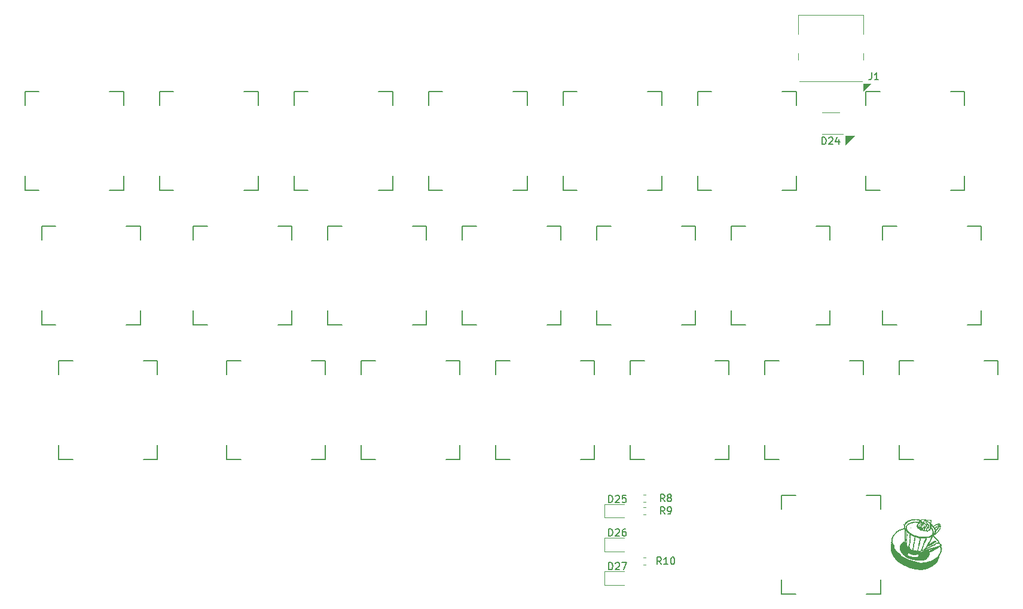
<source format=gto>
G04 #@! TF.GenerationSoftware,KiCad,Pcbnew,5.1.5*
G04 #@! TF.CreationDate,2019-12-31T20:45:16+09:00*
G04 #@! TF.ProjectId,half_qwerty,68616c66-5f71-4776-9572-74792e6b6963,rev?*
G04 #@! TF.SameCoordinates,Original*
G04 #@! TF.FileFunction,Legend,Top*
G04 #@! TF.FilePolarity,Positive*
%FSLAX46Y46*%
G04 Gerber Fmt 4.6, Leading zero omitted, Abs format (unit mm)*
G04 Created by KiCad (PCBNEW 5.1.5) date 2019-12-31 20:45:16*
%MOMM*%
%LPD*%
G04 APERTURE LIST*
%ADD10C,0.100000*%
%ADD11C,0.150000*%
%ADD12C,0.010000*%
%ADD13C,0.120000*%
G04 APERTURE END LIST*
D10*
G36*
X202184000Y-73914000D02*
G01*
X202184000Y-72898000D01*
X203200000Y-72898000D01*
X202184000Y-73914000D01*
G37*
X202184000Y-73914000D02*
X202184000Y-72898000D01*
X203200000Y-72898000D01*
X202184000Y-73914000D01*
G36*
X199644000Y-81534000D02*
G01*
X199644000Y-80264000D01*
X200914000Y-80264000D01*
X199644000Y-81534000D01*
G37*
X199644000Y-81534000D02*
X199644000Y-80264000D01*
X200914000Y-80264000D01*
X199644000Y-81534000D01*
D11*
X190643750Y-131112500D02*
X190643750Y-133112500D01*
X192643750Y-131112500D02*
X190643750Y-131112500D01*
X190643750Y-145112500D02*
X192643750Y-145112500D01*
X190643750Y-143112500D02*
X190643750Y-145112500D01*
X204643750Y-145112500D02*
X204643750Y-143112500D01*
X202643750Y-145112500D02*
X204643750Y-145112500D01*
X204643750Y-131112500D02*
X204643750Y-133112500D01*
X202643750Y-131112500D02*
X204643750Y-131112500D01*
X204931250Y-93012500D02*
X204931250Y-95012500D01*
X206931250Y-93012500D02*
X204931250Y-93012500D01*
X204931250Y-107012500D02*
X206931250Y-107012500D01*
X204931250Y-105012500D02*
X204931250Y-107012500D01*
X218931250Y-107012500D02*
X218931250Y-105012500D01*
X216931250Y-107012500D02*
X218931250Y-107012500D01*
X218931250Y-93012500D02*
X218931250Y-95012500D01*
X216931250Y-93012500D02*
X218931250Y-93012500D01*
X85868750Y-93012500D02*
X85868750Y-95012500D01*
X87868750Y-93012500D02*
X85868750Y-93012500D01*
X85868750Y-107012500D02*
X87868750Y-107012500D01*
X85868750Y-105012500D02*
X85868750Y-107012500D01*
X99868750Y-107012500D02*
X99868750Y-105012500D01*
X97868750Y-107012500D02*
X99868750Y-107012500D01*
X99868750Y-93012500D02*
X99868750Y-95012500D01*
X97868750Y-93012500D02*
X99868750Y-93012500D01*
D12*
G36*
X209446684Y-137194290D02*
G01*
X209447355Y-137204690D01*
X209446684Y-137206990D01*
X209444830Y-137207628D01*
X209444122Y-137200640D01*
X209444920Y-137193428D01*
X209446684Y-137194290D01*
G37*
X209446684Y-137194290D02*
X209447355Y-137204690D01*
X209446684Y-137206990D01*
X209444830Y-137207628D01*
X209444122Y-137200640D01*
X209444920Y-137193428D01*
X209446684Y-137194290D01*
G36*
X211381380Y-138837540D02*
G01*
X211382233Y-138843627D01*
X211376683Y-138846560D01*
X211369685Y-138842469D01*
X211368640Y-138838516D01*
X211371593Y-138832591D01*
X211374672Y-138832484D01*
X211381380Y-138837540D01*
G37*
X211381380Y-138837540D02*
X211382233Y-138843627D01*
X211376683Y-138846560D01*
X211369685Y-138842469D01*
X211368640Y-138838516D01*
X211371593Y-138832591D01*
X211374672Y-138832484D01*
X211381380Y-138837540D01*
G36*
X210492631Y-138661960D02*
G01*
X210486770Y-138676619D01*
X210478404Y-138695314D01*
X210468699Y-138715595D01*
X210458819Y-138735012D01*
X210449927Y-138751115D01*
X210444535Y-138759644D01*
X210437836Y-138770276D01*
X210427714Y-138787758D01*
X210415384Y-138809899D01*
X210402057Y-138834508D01*
X210388949Y-138859394D01*
X210384439Y-138868150D01*
X210377687Y-138879510D01*
X210373912Y-138881263D01*
X210372960Y-138875539D01*
X210375189Y-138867978D01*
X210381138Y-138853744D01*
X210389699Y-138835103D01*
X210399766Y-138814321D01*
X210410230Y-138793665D01*
X210419984Y-138775401D01*
X210427922Y-138761796D01*
X210430243Y-138758301D01*
X210437005Y-138747788D01*
X210447082Y-138730945D01*
X210458944Y-138710373D01*
X210467678Y-138694801D01*
X210478433Y-138676048D01*
X210487176Y-138662057D01*
X210492953Y-138654272D01*
X210494825Y-138653788D01*
X210492631Y-138661960D01*
G37*
X210492631Y-138661960D02*
X210486770Y-138676619D01*
X210478404Y-138695314D01*
X210468699Y-138715595D01*
X210458819Y-138735012D01*
X210449927Y-138751115D01*
X210444535Y-138759644D01*
X210437836Y-138770276D01*
X210427714Y-138787758D01*
X210415384Y-138809899D01*
X210402057Y-138834508D01*
X210388949Y-138859394D01*
X210384439Y-138868150D01*
X210377687Y-138879510D01*
X210373912Y-138881263D01*
X210372960Y-138875539D01*
X210375189Y-138867978D01*
X210381138Y-138853744D01*
X210389699Y-138835103D01*
X210399766Y-138814321D01*
X210410230Y-138793665D01*
X210419984Y-138775401D01*
X210427922Y-138761796D01*
X210430243Y-138758301D01*
X210437005Y-138747788D01*
X210447082Y-138730945D01*
X210458944Y-138710373D01*
X210467678Y-138694801D01*
X210478433Y-138676048D01*
X210487176Y-138662057D01*
X210492953Y-138654272D01*
X210494825Y-138653788D01*
X210492631Y-138661960D01*
G36*
X207919320Y-139504420D02*
G01*
X207916780Y-139506960D01*
X207914240Y-139504420D01*
X207916780Y-139501880D01*
X207919320Y-139504420D01*
G37*
X207919320Y-139504420D02*
X207916780Y-139506960D01*
X207914240Y-139504420D01*
X207916780Y-139501880D01*
X207919320Y-139504420D01*
G36*
X208024390Y-137001567D02*
G01*
X208024995Y-137009506D01*
X208023989Y-137011304D01*
X208021680Y-137009789D01*
X208021321Y-137004636D01*
X208022561Y-136999216D01*
X208024390Y-137001567D01*
G37*
X208024390Y-137001567D02*
X208024995Y-137009506D01*
X208023989Y-137011304D01*
X208021680Y-137009789D01*
X208021321Y-137004636D01*
X208022561Y-136999216D01*
X208024390Y-137001567D01*
G36*
X208024421Y-137542270D02*
G01*
X208025211Y-137555154D01*
X208024421Y-137560050D01*
X208022949Y-137561631D01*
X208022147Y-137554606D01*
X208022098Y-137551160D01*
X208022628Y-137541917D01*
X208023946Y-137540828D01*
X208024421Y-137542270D01*
G37*
X208024421Y-137542270D02*
X208025211Y-137555154D01*
X208024421Y-137560050D01*
X208022949Y-137561631D01*
X208022147Y-137554606D01*
X208022098Y-137551160D01*
X208022628Y-137541917D01*
X208023946Y-137540828D01*
X208024421Y-137542270D01*
G36*
X206287123Y-137823486D02*
G01*
X206291049Y-137827969D01*
X206293177Y-137830560D01*
X206302109Y-137843228D01*
X206314684Y-137863481D01*
X206330059Y-137889784D01*
X206347390Y-137920606D01*
X206365836Y-137954414D01*
X206384553Y-137989675D01*
X206402698Y-138024857D01*
X206419429Y-138058427D01*
X206426182Y-138072410D01*
X206442774Y-138107051D01*
X206461316Y-138145575D01*
X206480009Y-138184251D01*
X206497049Y-138219349D01*
X206504402Y-138234420D01*
X206529321Y-138286764D01*
X206548843Y-138330910D01*
X206563081Y-138367196D01*
X206572146Y-138395962D01*
X206576149Y-138417547D01*
X206575202Y-138432290D01*
X206571516Y-138438860D01*
X206565626Y-138443132D01*
X206559774Y-138441366D01*
X206550822Y-138432666D01*
X206543700Y-138422248D01*
X206534463Y-138404884D01*
X206524423Y-138383192D01*
X206516765Y-138364665D01*
X206505447Y-138336860D01*
X206491613Y-138304577D01*
X206477271Y-138272436D01*
X206467865Y-138252200D01*
X206437205Y-138185327D01*
X206411090Y-138122890D01*
X206387998Y-138061176D01*
X206379415Y-138036300D01*
X206369318Y-138008752D01*
X206356037Y-137975901D01*
X206341126Y-137941430D01*
X206326142Y-137909022D01*
X206322569Y-137901680D01*
X206307681Y-137871403D01*
X206296907Y-137849286D01*
X206289855Y-137834383D01*
X206286135Y-137825746D01*
X206285355Y-137822429D01*
X206287123Y-137823486D01*
G37*
X206287123Y-137823486D02*
X206291049Y-137827969D01*
X206293177Y-137830560D01*
X206302109Y-137843228D01*
X206314684Y-137863481D01*
X206330059Y-137889784D01*
X206347390Y-137920606D01*
X206365836Y-137954414D01*
X206384553Y-137989675D01*
X206402698Y-138024857D01*
X206419429Y-138058427D01*
X206426182Y-138072410D01*
X206442774Y-138107051D01*
X206461316Y-138145575D01*
X206480009Y-138184251D01*
X206497049Y-138219349D01*
X206504402Y-138234420D01*
X206529321Y-138286764D01*
X206548843Y-138330910D01*
X206563081Y-138367196D01*
X206572146Y-138395962D01*
X206576149Y-138417547D01*
X206575202Y-138432290D01*
X206571516Y-138438860D01*
X206565626Y-138443132D01*
X206559774Y-138441366D01*
X206550822Y-138432666D01*
X206543700Y-138422248D01*
X206534463Y-138404884D01*
X206524423Y-138383192D01*
X206516765Y-138364665D01*
X206505447Y-138336860D01*
X206491613Y-138304577D01*
X206477271Y-138272436D01*
X206467865Y-138252200D01*
X206437205Y-138185327D01*
X206411090Y-138122890D01*
X206387998Y-138061176D01*
X206379415Y-138036300D01*
X206369318Y-138008752D01*
X206356037Y-137975901D01*
X206341126Y-137941430D01*
X206326142Y-137909022D01*
X206322569Y-137901680D01*
X206307681Y-137871403D01*
X206296907Y-137849286D01*
X206289855Y-137834383D01*
X206286135Y-137825746D01*
X206285355Y-137822429D01*
X206287123Y-137823486D01*
G36*
X209138520Y-140388340D02*
G01*
X209135980Y-140390880D01*
X209133440Y-140388340D01*
X209135980Y-140385800D01*
X209138520Y-140388340D01*
G37*
X209138520Y-140388340D02*
X209135980Y-140390880D01*
X209133440Y-140388340D01*
X209135980Y-140385800D01*
X209138520Y-140388340D01*
G36*
X209175446Y-140392627D02*
G01*
X209175615Y-140394295D01*
X209167663Y-140394976D01*
X209166460Y-140394969D01*
X209158581Y-140394237D01*
X209159333Y-140392690D01*
X209160206Y-140392439D01*
X209171272Y-140391695D01*
X209175446Y-140392627D01*
G37*
X209175446Y-140392627D02*
X209175615Y-140394295D01*
X209167663Y-140394976D01*
X209166460Y-140394969D01*
X209158581Y-140394237D01*
X209159333Y-140392690D01*
X209160206Y-140392439D01*
X209171272Y-140391695D01*
X209175446Y-140392627D01*
G36*
X209189320Y-140398500D02*
G01*
X209186780Y-140401040D01*
X209184240Y-140398500D01*
X209186780Y-140395960D01*
X209189320Y-140398500D01*
G37*
X209189320Y-140398500D02*
X209186780Y-140401040D01*
X209184240Y-140398500D01*
X209186780Y-140395960D01*
X209189320Y-140398500D01*
G36*
X211036803Y-134587128D02*
G01*
X211046686Y-134592727D01*
X211055801Y-134600078D01*
X211061335Y-134606943D01*
X211060863Y-134610896D01*
X211053398Y-134611140D01*
X211040989Y-134608284D01*
X211038440Y-134607447D01*
X211026296Y-134601079D01*
X211020911Y-134593848D01*
X211023170Y-134587804D01*
X211028964Y-134585519D01*
X211036803Y-134587128D01*
G37*
X211036803Y-134587128D02*
X211046686Y-134592727D01*
X211055801Y-134600078D01*
X211061335Y-134606943D01*
X211060863Y-134610896D01*
X211053398Y-134611140D01*
X211040989Y-134608284D01*
X211038440Y-134607447D01*
X211026296Y-134601079D01*
X211020911Y-134593848D01*
X211023170Y-134587804D01*
X211028964Y-134585519D01*
X211036803Y-134587128D01*
G36*
X211067312Y-134624253D02*
G01*
X211081010Y-134626095D01*
X211100875Y-134629102D01*
X211128088Y-134633393D01*
X211163830Y-134639084D01*
X211175600Y-134640957D01*
X211206210Y-134645898D01*
X211228087Y-134649685D01*
X211242550Y-134652656D01*
X211250916Y-134655147D01*
X211254503Y-134657493D01*
X211254629Y-134660032D01*
X211254113Y-134661005D01*
X211247866Y-134663402D01*
X211234978Y-134664796D01*
X211218930Y-134665068D01*
X211203202Y-134664100D01*
X211195920Y-134662990D01*
X211187758Y-134661725D01*
X211172174Y-134659618D01*
X211151837Y-134657023D01*
X211140040Y-134655570D01*
X211109636Y-134651061D01*
X211084121Y-134645683D01*
X211064810Y-134639832D01*
X211053020Y-134633907D01*
X211050042Y-134628373D01*
X211050600Y-134626166D01*
X211051427Y-134624532D01*
X211053701Y-134623589D01*
X211058602Y-134623457D01*
X211067312Y-134624253D01*
G37*
X211067312Y-134624253D02*
X211081010Y-134626095D01*
X211100875Y-134629102D01*
X211128088Y-134633393D01*
X211163830Y-134639084D01*
X211175600Y-134640957D01*
X211206210Y-134645898D01*
X211228087Y-134649685D01*
X211242550Y-134652656D01*
X211250916Y-134655147D01*
X211254503Y-134657493D01*
X211254629Y-134660032D01*
X211254113Y-134661005D01*
X211247866Y-134663402D01*
X211234978Y-134664796D01*
X211218930Y-134665068D01*
X211203202Y-134664100D01*
X211195920Y-134662990D01*
X211187758Y-134661725D01*
X211172174Y-134659618D01*
X211151837Y-134657023D01*
X211140040Y-134655570D01*
X211109636Y-134651061D01*
X211084121Y-134645683D01*
X211064810Y-134639832D01*
X211053020Y-134633907D01*
X211050042Y-134628373D01*
X211050600Y-134626166D01*
X211051427Y-134624532D01*
X211053701Y-134623589D01*
X211058602Y-134623457D01*
X211067312Y-134624253D01*
G36*
X211453046Y-134585489D02*
G01*
X211464310Y-134588011D01*
X211468346Y-134591446D01*
X211464055Y-134595122D01*
X211456477Y-134597282D01*
X211444824Y-134600358D01*
X211427140Y-134605726D01*
X211406980Y-134612302D01*
X211404200Y-134613245D01*
X211379385Y-134621486D01*
X211352205Y-134630190D01*
X211330540Y-134636866D01*
X211312948Y-134642243D01*
X211299566Y-134646546D01*
X211293010Y-134648931D01*
X211292810Y-134649046D01*
X211294536Y-134653259D01*
X211301510Y-134661851D01*
X211304240Y-134664780D01*
X211312394Y-134675015D01*
X211316489Y-134686263D01*
X211317799Y-134702559D01*
X211317840Y-134707907D01*
X211316879Y-134726573D01*
X211314489Y-134735313D01*
X211311406Y-134734130D01*
X211308368Y-134723025D01*
X211306537Y-134707885D01*
X211304268Y-134691845D01*
X211300902Y-134680498D01*
X211298152Y-134676937D01*
X211291973Y-134671148D01*
X211283976Y-134659034D01*
X211275904Y-134643782D01*
X211269503Y-134628583D01*
X211267013Y-134620000D01*
X211264408Y-134607300D01*
X211174284Y-134605912D01*
X211145296Y-134605223D01*
X211120181Y-134604161D01*
X211100553Y-134602832D01*
X211088027Y-134601344D01*
X211084160Y-134599966D01*
X211086289Y-134596701D01*
X211093413Y-134594037D01*
X211106635Y-134591827D01*
X211127059Y-134589920D01*
X211155787Y-134588171D01*
X211180680Y-134586992D01*
X211214257Y-134585985D01*
X211239046Y-134586539D01*
X211256345Y-134588965D01*
X211267448Y-134593575D01*
X211273651Y-134600682D01*
X211276179Y-134609967D01*
X211278626Y-134625217D01*
X211282109Y-134631812D01*
X211288113Y-134631246D01*
X211293948Y-134627828D01*
X211310753Y-134619070D01*
X211334320Y-134609662D01*
X211361526Y-134600557D01*
X211389251Y-134592708D01*
X211414374Y-134587068D01*
X211433775Y-134584590D01*
X211435650Y-134584550D01*
X211453046Y-134585489D01*
G37*
X211453046Y-134585489D02*
X211464310Y-134588011D01*
X211468346Y-134591446D01*
X211464055Y-134595122D01*
X211456477Y-134597282D01*
X211444824Y-134600358D01*
X211427140Y-134605726D01*
X211406980Y-134612302D01*
X211404200Y-134613245D01*
X211379385Y-134621486D01*
X211352205Y-134630190D01*
X211330540Y-134636866D01*
X211312948Y-134642243D01*
X211299566Y-134646546D01*
X211293010Y-134648931D01*
X211292810Y-134649046D01*
X211294536Y-134653259D01*
X211301510Y-134661851D01*
X211304240Y-134664780D01*
X211312394Y-134675015D01*
X211316489Y-134686263D01*
X211317799Y-134702559D01*
X211317840Y-134707907D01*
X211316879Y-134726573D01*
X211314489Y-134735313D01*
X211311406Y-134734130D01*
X211308368Y-134723025D01*
X211306537Y-134707885D01*
X211304268Y-134691845D01*
X211300902Y-134680498D01*
X211298152Y-134676937D01*
X211291973Y-134671148D01*
X211283976Y-134659034D01*
X211275904Y-134643782D01*
X211269503Y-134628583D01*
X211267013Y-134620000D01*
X211264408Y-134607300D01*
X211174284Y-134605912D01*
X211145296Y-134605223D01*
X211120181Y-134604161D01*
X211100553Y-134602832D01*
X211088027Y-134601344D01*
X211084160Y-134599966D01*
X211086289Y-134596701D01*
X211093413Y-134594037D01*
X211106635Y-134591827D01*
X211127059Y-134589920D01*
X211155787Y-134588171D01*
X211180680Y-134586992D01*
X211214257Y-134585985D01*
X211239046Y-134586539D01*
X211256345Y-134588965D01*
X211267448Y-134593575D01*
X211273651Y-134600682D01*
X211276179Y-134609967D01*
X211278626Y-134625217D01*
X211282109Y-134631812D01*
X211288113Y-134631246D01*
X211293948Y-134627828D01*
X211310753Y-134619070D01*
X211334320Y-134609662D01*
X211361526Y-134600557D01*
X211389251Y-134592708D01*
X211414374Y-134587068D01*
X211433775Y-134584590D01*
X211435650Y-134584550D01*
X211453046Y-134585489D01*
G36*
X211532606Y-134602593D02*
G01*
X211559066Y-134603138D01*
X211572385Y-134603464D01*
X211655660Y-134605556D01*
X211686861Y-134637056D01*
X211708031Y-134661054D01*
X211721334Y-134683241D01*
X211728052Y-134706231D01*
X211729521Y-134724140D01*
X211729925Y-134732585D01*
X211731558Y-134734160D01*
X211735639Y-134728111D01*
X211741888Y-134716520D01*
X211752018Y-134692483D01*
X211757154Y-134669358D01*
X211757329Y-134649047D01*
X211752577Y-134633453D01*
X211742932Y-134624477D01*
X211740247Y-134623601D01*
X211734770Y-134621524D01*
X211738538Y-134618699D01*
X211740939Y-134617630D01*
X211752013Y-134617544D01*
X211762350Y-134625492D01*
X211770852Y-134639355D01*
X211776417Y-134657014D01*
X211777947Y-134676348D01*
X211776732Y-134686622D01*
X211772517Y-134701514D01*
X211765669Y-134719870D01*
X211761788Y-134728795D01*
X211755259Y-134744283D01*
X211753201Y-134754539D01*
X211755145Y-134763208D01*
X211756860Y-134766895D01*
X211761931Y-134780564D01*
X211766122Y-134797786D01*
X211766768Y-134801577D01*
X211771466Y-134819929D01*
X211778761Y-134837243D01*
X211780155Y-134839677D01*
X211787119Y-134855199D01*
X211790078Y-134870550D01*
X211788659Y-134882415D01*
X211785423Y-134886562D01*
X211779586Y-134885035D01*
X211773487Y-134877971D01*
X211758766Y-134852834D01*
X211749535Y-134834400D01*
X211745145Y-134821277D01*
X211744560Y-134815872D01*
X211742531Y-134800898D01*
X211737336Y-134781970D01*
X211730312Y-134762872D01*
X211722796Y-134747384D01*
X211718020Y-134740780D01*
X211711516Y-134729148D01*
X211709000Y-134714744D01*
X211704797Y-134696179D01*
X211693135Y-134674925D01*
X211675431Y-134653233D01*
X211662609Y-134641039D01*
X211646951Y-134629947D01*
X211631482Y-134625478D01*
X211623239Y-134625080D01*
X211610295Y-134623983D01*
X211602949Y-134621235D01*
X211602320Y-134620000D01*
X211597682Y-134617309D01*
X211585532Y-134615393D01*
X211570570Y-134614695D01*
X211548368Y-134613426D01*
X211525729Y-134610414D01*
X211513965Y-134607922D01*
X211505680Y-134605542D01*
X211502459Y-134603892D01*
X211505245Y-134602898D01*
X211514980Y-134602489D01*
X211532606Y-134602593D01*
G37*
X211532606Y-134602593D02*
X211559066Y-134603138D01*
X211572385Y-134603464D01*
X211655660Y-134605556D01*
X211686861Y-134637056D01*
X211708031Y-134661054D01*
X211721334Y-134683241D01*
X211728052Y-134706231D01*
X211729521Y-134724140D01*
X211729925Y-134732585D01*
X211731558Y-134734160D01*
X211735639Y-134728111D01*
X211741888Y-134716520D01*
X211752018Y-134692483D01*
X211757154Y-134669358D01*
X211757329Y-134649047D01*
X211752577Y-134633453D01*
X211742932Y-134624477D01*
X211740247Y-134623601D01*
X211734770Y-134621524D01*
X211738538Y-134618699D01*
X211740939Y-134617630D01*
X211752013Y-134617544D01*
X211762350Y-134625492D01*
X211770852Y-134639355D01*
X211776417Y-134657014D01*
X211777947Y-134676348D01*
X211776732Y-134686622D01*
X211772517Y-134701514D01*
X211765669Y-134719870D01*
X211761788Y-134728795D01*
X211755259Y-134744283D01*
X211753201Y-134754539D01*
X211755145Y-134763208D01*
X211756860Y-134766895D01*
X211761931Y-134780564D01*
X211766122Y-134797786D01*
X211766768Y-134801577D01*
X211771466Y-134819929D01*
X211778761Y-134837243D01*
X211780155Y-134839677D01*
X211787119Y-134855199D01*
X211790078Y-134870550D01*
X211788659Y-134882415D01*
X211785423Y-134886562D01*
X211779586Y-134885035D01*
X211773487Y-134877971D01*
X211758766Y-134852834D01*
X211749535Y-134834400D01*
X211745145Y-134821277D01*
X211744560Y-134815872D01*
X211742531Y-134800898D01*
X211737336Y-134781970D01*
X211730312Y-134762872D01*
X211722796Y-134747384D01*
X211718020Y-134740780D01*
X211711516Y-134729148D01*
X211709000Y-134714744D01*
X211704797Y-134696179D01*
X211693135Y-134674925D01*
X211675431Y-134653233D01*
X211662609Y-134641039D01*
X211646951Y-134629947D01*
X211631482Y-134625478D01*
X211623239Y-134625080D01*
X211610295Y-134623983D01*
X211602949Y-134621235D01*
X211602320Y-134620000D01*
X211597682Y-134617309D01*
X211585532Y-134615393D01*
X211570570Y-134614695D01*
X211548368Y-134613426D01*
X211525729Y-134610414D01*
X211513965Y-134607922D01*
X211505680Y-134605542D01*
X211502459Y-134603892D01*
X211505245Y-134602898D01*
X211514980Y-134602489D01*
X211532606Y-134602593D01*
G36*
X210762461Y-134508543D02*
G01*
X210790070Y-134511388D01*
X210799680Y-134513402D01*
X210817996Y-134517554D01*
X210835447Y-134520765D01*
X210848610Y-134524367D01*
X210867135Y-134531384D01*
X210887431Y-134540430D01*
X210891327Y-134542331D01*
X210914853Y-134553019D01*
X210935156Y-134559391D01*
X210957404Y-134562865D01*
X210969860Y-134563890D01*
X210991058Y-134565775D01*
X211003751Y-134568168D01*
X211009593Y-134571492D01*
X211010500Y-134574280D01*
X211008421Y-134578228D01*
X211001041Y-134580841D01*
X210986641Y-134582487D01*
X210968260Y-134583380D01*
X210945517Y-134583713D01*
X210929890Y-134582508D01*
X210918396Y-134579325D01*
X210909756Y-134574809D01*
X210873948Y-134557365D01*
X210831600Y-134544386D01*
X210785488Y-134536290D01*
X210738391Y-134533496D01*
X210693087Y-134536422D01*
X210675220Y-134539467D01*
X210652037Y-134543960D01*
X210623341Y-134549081D01*
X210593677Y-134554034D01*
X210578700Y-134556382D01*
X210538830Y-134562765D01*
X210506811Y-134568818D01*
X210480382Y-134575236D01*
X210457287Y-134582717D01*
X210435266Y-134591955D01*
X210412061Y-134603648D01*
X210395168Y-134612953D01*
X210369385Y-134629041D01*
X210350554Y-134645242D01*
X210335855Y-134664459D01*
X210324068Y-134686242D01*
X210308197Y-134719201D01*
X210320798Y-134743260D01*
X210328584Y-134756696D01*
X210335085Y-134765429D01*
X210337769Y-134767320D01*
X210343540Y-134770465D01*
X210354377Y-134778691D01*
X210367298Y-134789663D01*
X210389643Y-134806435D01*
X210409971Y-134814861D01*
X210413382Y-134815543D01*
X210431813Y-134820401D01*
X210450878Y-134828213D01*
X210468101Y-134837592D01*
X210481007Y-134847155D01*
X210487121Y-134855517D01*
X210487311Y-134856891D01*
X210486825Y-134861174D01*
X210484266Y-134864483D01*
X210478059Y-134867317D01*
X210466632Y-134870172D01*
X210448411Y-134873547D01*
X210421824Y-134877941D01*
X210419786Y-134878271D01*
X210398459Y-134882614D01*
X210373043Y-134889068D01*
X210348987Y-134896248D01*
X210348666Y-134896354D01*
X210325940Y-134903007D01*
X210298915Y-134909599D01*
X210269303Y-134915860D01*
X210238813Y-134921520D01*
X210209157Y-134926311D01*
X210182044Y-134929960D01*
X210159186Y-134932200D01*
X210142292Y-134932759D01*
X210133074Y-134931368D01*
X210132065Y-134930535D01*
X210130722Y-134927043D01*
X210132551Y-134924240D01*
X210138977Y-134921716D01*
X210151422Y-134919063D01*
X210171310Y-134915873D01*
X210195160Y-134912430D01*
X210222350Y-134908330D01*
X210255678Y-134902923D01*
X210291310Y-134896850D01*
X210325412Y-134890752D01*
X210332320Y-134889473D01*
X210360991Y-134884148D01*
X210387599Y-134879251D01*
X210409873Y-134875198D01*
X210425542Y-134872403D01*
X210430110Y-134871620D01*
X210442329Y-134868695D01*
X210448833Y-134865389D01*
X210449160Y-134864630D01*
X210444743Y-134860287D01*
X210433834Y-134855378D01*
X210419937Y-134851124D01*
X210406562Y-134848746D01*
X210403079Y-134848581D01*
X210387013Y-134844658D01*
X210367149Y-134833775D01*
X210345656Y-134817195D01*
X210339382Y-134811458D01*
X210324845Y-134797876D01*
X210310216Y-134784523D01*
X210307238Y-134781859D01*
X210292163Y-134768458D01*
X210284187Y-134779319D01*
X210279263Y-134785737D01*
X210279009Y-134784614D01*
X210283322Y-134775171D01*
X210283574Y-134774639D01*
X210287977Y-134759642D01*
X210286306Y-134751779D01*
X210283095Y-134741715D01*
X210281771Y-134727358D01*
X210282297Y-134712697D01*
X210284632Y-134701721D01*
X210286822Y-134698602D01*
X210294762Y-134698564D01*
X210298892Y-134700941D01*
X210303582Y-134702277D01*
X210308412Y-134697007D01*
X210314556Y-134683690D01*
X210316102Y-134679789D01*
X210322525Y-134662789D01*
X210327701Y-134648143D01*
X210329642Y-134642006D01*
X210334713Y-134633431D01*
X210344798Y-134621622D01*
X210357404Y-134608986D01*
X210370034Y-134597928D01*
X210380195Y-134590852D01*
X210384078Y-134589520D01*
X210390810Y-134586781D01*
X210402474Y-134579789D01*
X210410229Y-134574515D01*
X210433230Y-134561041D01*
X210461517Y-134549881D01*
X210496401Y-134540664D01*
X210539194Y-134533021D01*
X210573620Y-134528519D01*
X210601410Y-134524936D01*
X210631151Y-134520533D01*
X210657687Y-134516088D01*
X210665060Y-134514706D01*
X210696427Y-134510236D01*
X210730070Y-134508170D01*
X210762461Y-134508543D01*
G37*
X210762461Y-134508543D02*
X210790070Y-134511388D01*
X210799680Y-134513402D01*
X210817996Y-134517554D01*
X210835447Y-134520765D01*
X210848610Y-134524367D01*
X210867135Y-134531384D01*
X210887431Y-134540430D01*
X210891327Y-134542331D01*
X210914853Y-134553019D01*
X210935156Y-134559391D01*
X210957404Y-134562865D01*
X210969860Y-134563890D01*
X210991058Y-134565775D01*
X211003751Y-134568168D01*
X211009593Y-134571492D01*
X211010500Y-134574280D01*
X211008421Y-134578228D01*
X211001041Y-134580841D01*
X210986641Y-134582487D01*
X210968260Y-134583380D01*
X210945517Y-134583713D01*
X210929890Y-134582508D01*
X210918396Y-134579325D01*
X210909756Y-134574809D01*
X210873948Y-134557365D01*
X210831600Y-134544386D01*
X210785488Y-134536290D01*
X210738391Y-134533496D01*
X210693087Y-134536422D01*
X210675220Y-134539467D01*
X210652037Y-134543960D01*
X210623341Y-134549081D01*
X210593677Y-134554034D01*
X210578700Y-134556382D01*
X210538830Y-134562765D01*
X210506811Y-134568818D01*
X210480382Y-134575236D01*
X210457287Y-134582717D01*
X210435266Y-134591955D01*
X210412061Y-134603648D01*
X210395168Y-134612953D01*
X210369385Y-134629041D01*
X210350554Y-134645242D01*
X210335855Y-134664459D01*
X210324068Y-134686242D01*
X210308197Y-134719201D01*
X210320798Y-134743260D01*
X210328584Y-134756696D01*
X210335085Y-134765429D01*
X210337769Y-134767320D01*
X210343540Y-134770465D01*
X210354377Y-134778691D01*
X210367298Y-134789663D01*
X210389643Y-134806435D01*
X210409971Y-134814861D01*
X210413382Y-134815543D01*
X210431813Y-134820401D01*
X210450878Y-134828213D01*
X210468101Y-134837592D01*
X210481007Y-134847155D01*
X210487121Y-134855517D01*
X210487311Y-134856891D01*
X210486825Y-134861174D01*
X210484266Y-134864483D01*
X210478059Y-134867317D01*
X210466632Y-134870172D01*
X210448411Y-134873547D01*
X210421824Y-134877941D01*
X210419786Y-134878271D01*
X210398459Y-134882614D01*
X210373043Y-134889068D01*
X210348987Y-134896248D01*
X210348666Y-134896354D01*
X210325940Y-134903007D01*
X210298915Y-134909599D01*
X210269303Y-134915860D01*
X210238813Y-134921520D01*
X210209157Y-134926311D01*
X210182044Y-134929960D01*
X210159186Y-134932200D01*
X210142292Y-134932759D01*
X210133074Y-134931368D01*
X210132065Y-134930535D01*
X210130722Y-134927043D01*
X210132551Y-134924240D01*
X210138977Y-134921716D01*
X210151422Y-134919063D01*
X210171310Y-134915873D01*
X210195160Y-134912430D01*
X210222350Y-134908330D01*
X210255678Y-134902923D01*
X210291310Y-134896850D01*
X210325412Y-134890752D01*
X210332320Y-134889473D01*
X210360991Y-134884148D01*
X210387599Y-134879251D01*
X210409873Y-134875198D01*
X210425542Y-134872403D01*
X210430110Y-134871620D01*
X210442329Y-134868695D01*
X210448833Y-134865389D01*
X210449160Y-134864630D01*
X210444743Y-134860287D01*
X210433834Y-134855378D01*
X210419937Y-134851124D01*
X210406562Y-134848746D01*
X210403079Y-134848581D01*
X210387013Y-134844658D01*
X210367149Y-134833775D01*
X210345656Y-134817195D01*
X210339382Y-134811458D01*
X210324845Y-134797876D01*
X210310216Y-134784523D01*
X210307238Y-134781859D01*
X210292163Y-134768458D01*
X210284187Y-134779319D01*
X210279263Y-134785737D01*
X210279009Y-134784614D01*
X210283322Y-134775171D01*
X210283574Y-134774639D01*
X210287977Y-134759642D01*
X210286306Y-134751779D01*
X210283095Y-134741715D01*
X210281771Y-134727358D01*
X210282297Y-134712697D01*
X210284632Y-134701721D01*
X210286822Y-134698602D01*
X210294762Y-134698564D01*
X210298892Y-134700941D01*
X210303582Y-134702277D01*
X210308412Y-134697007D01*
X210314556Y-134683690D01*
X210316102Y-134679789D01*
X210322525Y-134662789D01*
X210327701Y-134648143D01*
X210329642Y-134642006D01*
X210334713Y-134633431D01*
X210344798Y-134621622D01*
X210357404Y-134608986D01*
X210370034Y-134597928D01*
X210380195Y-134590852D01*
X210384078Y-134589520D01*
X210390810Y-134586781D01*
X210402474Y-134579789D01*
X210410229Y-134574515D01*
X210433230Y-134561041D01*
X210461517Y-134549881D01*
X210496401Y-134540664D01*
X210539194Y-134533021D01*
X210573620Y-134528519D01*
X210601410Y-134524936D01*
X210631151Y-134520533D01*
X210657687Y-134516088D01*
X210665060Y-134514706D01*
X210696427Y-134510236D01*
X210730070Y-134508170D01*
X210762461Y-134508543D01*
G36*
X211788544Y-134905083D02*
G01*
X211788938Y-134907469D01*
X211781911Y-134913834D01*
X211779216Y-134916070D01*
X211748713Y-134939429D01*
X211720484Y-134957344D01*
X211700007Y-134967206D01*
X211681935Y-134972906D01*
X211666850Y-134975340D01*
X211656883Y-134974396D01*
X211654165Y-134969962D01*
X211654269Y-134969612D01*
X211657936Y-134964072D01*
X211666251Y-134959042D01*
X211681350Y-134953405D01*
X211691220Y-134950283D01*
X211708902Y-134942784D01*
X211726473Y-134932284D01*
X211729320Y-134930168D01*
X211749779Y-134915495D01*
X211765739Y-134907353D01*
X211779414Y-134904650D01*
X211781056Y-134904640D01*
X211788544Y-134905083D01*
G37*
X211788544Y-134905083D02*
X211788938Y-134907469D01*
X211781911Y-134913834D01*
X211779216Y-134916070D01*
X211748713Y-134939429D01*
X211720484Y-134957344D01*
X211700007Y-134967206D01*
X211681935Y-134972906D01*
X211666850Y-134975340D01*
X211656883Y-134974396D01*
X211654165Y-134969962D01*
X211654269Y-134969612D01*
X211657936Y-134964072D01*
X211666251Y-134959042D01*
X211681350Y-134953405D01*
X211691220Y-134950283D01*
X211708902Y-134942784D01*
X211726473Y-134932284D01*
X211729320Y-134930168D01*
X211749779Y-134915495D01*
X211765739Y-134907353D01*
X211779414Y-134904650D01*
X211781056Y-134904640D01*
X211788544Y-134905083D01*
G36*
X210286600Y-135018780D02*
G01*
X210284060Y-135021320D01*
X210281520Y-135018780D01*
X210284060Y-135016240D01*
X210286600Y-135018780D01*
G37*
X210286600Y-135018780D02*
X210284060Y-135021320D01*
X210281520Y-135018780D01*
X210284060Y-135016240D01*
X210286600Y-135018780D01*
G36*
X210276440Y-135023860D02*
G01*
X210273900Y-135026400D01*
X210271360Y-135023860D01*
X210273900Y-135021320D01*
X210276440Y-135023860D01*
G37*
X210276440Y-135023860D02*
X210273900Y-135026400D01*
X210271360Y-135023860D01*
X210273900Y-135021320D01*
X210276440Y-135023860D01*
G36*
X209183111Y-135017726D02*
G01*
X209183182Y-135018702D01*
X209176607Y-135021184D01*
X209162945Y-135023865D01*
X209146341Y-135026028D01*
X209130261Y-135027203D01*
X209119772Y-135027005D01*
X209117091Y-135025479D01*
X209117141Y-135025426D01*
X209123367Y-135022965D01*
X209135324Y-135020586D01*
X209150144Y-135018580D01*
X209164960Y-135017241D01*
X209176905Y-135016859D01*
X209183111Y-135017726D01*
G37*
X209183111Y-135017726D02*
X209183182Y-135018702D01*
X209176607Y-135021184D01*
X209162945Y-135023865D01*
X209146341Y-135026028D01*
X209130261Y-135027203D01*
X209119772Y-135027005D01*
X209117091Y-135025479D01*
X209117141Y-135025426D01*
X209123367Y-135022965D01*
X209135324Y-135020586D01*
X209150144Y-135018580D01*
X209164960Y-135017241D01*
X209176905Y-135016859D01*
X209183111Y-135017726D01*
G36*
X210263671Y-135028820D02*
G01*
X210256500Y-135033801D01*
X210256120Y-135034020D01*
X210245181Y-135039339D01*
X210238340Y-135041279D01*
X210238408Y-135039219D01*
X210245579Y-135034238D01*
X210245960Y-135034020D01*
X210256898Y-135028700D01*
X210263740Y-135026760D01*
X210263671Y-135028820D01*
G37*
X210263671Y-135028820D02*
X210256500Y-135033801D01*
X210256120Y-135034020D01*
X210245181Y-135039339D01*
X210238340Y-135041279D01*
X210238408Y-135039219D01*
X210245579Y-135034238D01*
X210245960Y-135034020D01*
X210256898Y-135028700D01*
X210263740Y-135026760D01*
X210263671Y-135028820D01*
G36*
X210729310Y-134909133D02*
G01*
X210733639Y-134914747D01*
X210733640Y-134914811D01*
X210732489Y-134917396D01*
X210728153Y-134921018D01*
X210719306Y-134926463D01*
X210704623Y-134934519D01*
X210682779Y-134945972D01*
X210670140Y-134952506D01*
X210649905Y-134963407D01*
X210629411Y-134975183D01*
X210617154Y-134982712D01*
X210599978Y-134992900D01*
X210582709Y-135001820D01*
X210576514Y-135004563D01*
X210561703Y-135011076D01*
X210542932Y-135019987D01*
X210530440Y-135026226D01*
X210468890Y-135054400D01*
X210398986Y-135080297D01*
X210391387Y-135082805D01*
X210367484Y-135090461D01*
X210351266Y-135095035D01*
X210340806Y-135096741D01*
X210334177Y-135095792D01*
X210329453Y-135092401D01*
X210327240Y-135089900D01*
X210323892Y-135081314D01*
X210329213Y-135073352D01*
X210343724Y-135065565D01*
X210363021Y-135058940D01*
X210381300Y-135052503D01*
X210390898Y-135046468D01*
X210393280Y-135040978D01*
X210391360Y-135034020D01*
X210403440Y-135034020D01*
X210405894Y-135040784D01*
X210407976Y-135041640D01*
X210413529Y-135037597D01*
X210415437Y-135034020D01*
X210414656Y-135027466D01*
X210410900Y-135026400D01*
X210404304Y-135030469D01*
X210403440Y-135034020D01*
X210391360Y-135034020D01*
X210390707Y-135031657D01*
X210388200Y-135028940D01*
X210384952Y-135022279D01*
X210383212Y-135009645D01*
X210383120Y-135005780D01*
X210381937Y-134993524D01*
X210377486Y-134987071D01*
X210368410Y-134986293D01*
X210353352Y-134991066D01*
X210331500Y-135001000D01*
X210310146Y-135010808D01*
X210297346Y-135015378D01*
X210292962Y-135014737D01*
X210296861Y-135008910D01*
X210298055Y-135007687D01*
X210310676Y-134999063D01*
X210329291Y-134990710D01*
X210349808Y-134984130D01*
X210368134Y-134980823D01*
X210371690Y-134980684D01*
X210382830Y-134981583D01*
X210387349Y-134986373D01*
X210388200Y-134998160D01*
X210390203Y-135013300D01*
X210396122Y-135019125D01*
X210405816Y-135015555D01*
X210408035Y-135013700D01*
X210449160Y-135013700D01*
X210451700Y-135016240D01*
X210454240Y-135013700D01*
X210451700Y-135011160D01*
X210449160Y-135013700D01*
X210408035Y-135013700D01*
X210410936Y-135011275D01*
X210423794Y-135003324D01*
X210440397Y-134997910D01*
X210443683Y-134997360D01*
X210456695Y-134996104D01*
X210461923Y-134997564D01*
X210461549Y-135002485D01*
X210461225Y-135003360D01*
X210459754Y-135009164D01*
X210463698Y-135008368D01*
X210468803Y-135005323D01*
X210476287Y-134998200D01*
X210477548Y-134992718D01*
X210480592Y-134989041D01*
X210493370Y-134987176D01*
X210504158Y-134986909D01*
X210536099Y-134982556D01*
X210570830Y-134970132D01*
X210606208Y-134950446D01*
X210613120Y-134945745D01*
X210630518Y-134935769D01*
X210651947Y-134926454D01*
X210665060Y-134922081D01*
X210683303Y-134916747D01*
X210699045Y-134911829D01*
X210706909Y-134909113D01*
X210719100Y-134906978D01*
X210729310Y-134909133D01*
G37*
X210729310Y-134909133D02*
X210733639Y-134914747D01*
X210733640Y-134914811D01*
X210732489Y-134917396D01*
X210728153Y-134921018D01*
X210719306Y-134926463D01*
X210704623Y-134934519D01*
X210682779Y-134945972D01*
X210670140Y-134952506D01*
X210649905Y-134963407D01*
X210629411Y-134975183D01*
X210617154Y-134982712D01*
X210599978Y-134992900D01*
X210582709Y-135001820D01*
X210576514Y-135004563D01*
X210561703Y-135011076D01*
X210542932Y-135019987D01*
X210530440Y-135026226D01*
X210468890Y-135054400D01*
X210398986Y-135080297D01*
X210391387Y-135082805D01*
X210367484Y-135090461D01*
X210351266Y-135095035D01*
X210340806Y-135096741D01*
X210334177Y-135095792D01*
X210329453Y-135092401D01*
X210327240Y-135089900D01*
X210323892Y-135081314D01*
X210329213Y-135073352D01*
X210343724Y-135065565D01*
X210363021Y-135058940D01*
X210381300Y-135052503D01*
X210390898Y-135046468D01*
X210393280Y-135040978D01*
X210391360Y-135034020D01*
X210403440Y-135034020D01*
X210405894Y-135040784D01*
X210407976Y-135041640D01*
X210413529Y-135037597D01*
X210415437Y-135034020D01*
X210414656Y-135027466D01*
X210410900Y-135026400D01*
X210404304Y-135030469D01*
X210403440Y-135034020D01*
X210391360Y-135034020D01*
X210390707Y-135031657D01*
X210388200Y-135028940D01*
X210384952Y-135022279D01*
X210383212Y-135009645D01*
X210383120Y-135005780D01*
X210381937Y-134993524D01*
X210377486Y-134987071D01*
X210368410Y-134986293D01*
X210353352Y-134991066D01*
X210331500Y-135001000D01*
X210310146Y-135010808D01*
X210297346Y-135015378D01*
X210292962Y-135014737D01*
X210296861Y-135008910D01*
X210298055Y-135007687D01*
X210310676Y-134999063D01*
X210329291Y-134990710D01*
X210349808Y-134984130D01*
X210368134Y-134980823D01*
X210371690Y-134980684D01*
X210382830Y-134981583D01*
X210387349Y-134986373D01*
X210388200Y-134998160D01*
X210390203Y-135013300D01*
X210396122Y-135019125D01*
X210405816Y-135015555D01*
X210408035Y-135013700D01*
X210449160Y-135013700D01*
X210451700Y-135016240D01*
X210454240Y-135013700D01*
X210451700Y-135011160D01*
X210449160Y-135013700D01*
X210408035Y-135013700D01*
X210410936Y-135011275D01*
X210423794Y-135003324D01*
X210440397Y-134997910D01*
X210443683Y-134997360D01*
X210456695Y-134996104D01*
X210461923Y-134997564D01*
X210461549Y-135002485D01*
X210461225Y-135003360D01*
X210459754Y-135009164D01*
X210463698Y-135008368D01*
X210468803Y-135005323D01*
X210476287Y-134998200D01*
X210477548Y-134992718D01*
X210480592Y-134989041D01*
X210493370Y-134987176D01*
X210504158Y-134986909D01*
X210536099Y-134982556D01*
X210570830Y-134970132D01*
X210606208Y-134950446D01*
X210613120Y-134945745D01*
X210630518Y-134935769D01*
X210651947Y-134926454D01*
X210665060Y-134922081D01*
X210683303Y-134916747D01*
X210699045Y-134911829D01*
X210706909Y-134909113D01*
X210719100Y-134906978D01*
X210729310Y-134909133D01*
G36*
X211039555Y-134895580D02*
G01*
X211045506Y-134901940D01*
X211059066Y-134921783D01*
X211078982Y-134944927D01*
X211103114Y-134969104D01*
X211129322Y-134992042D01*
X211134021Y-134995806D01*
X211166476Y-135024025D01*
X211192790Y-135052298D01*
X211211809Y-135079249D01*
X211221228Y-135099635D01*
X211224908Y-135112803D01*
X211224388Y-135120259D01*
X211219286Y-135125708D01*
X211218482Y-135126305D01*
X211205870Y-135131926D01*
X211198111Y-135133080D01*
X211186234Y-135136380D01*
X211180680Y-135140700D01*
X211172670Y-135147849D01*
X211169010Y-135146461D01*
X211170896Y-135137655D01*
X211172893Y-135133402D01*
X211179706Y-135122132D01*
X211185554Y-135115432D01*
X211185723Y-135115322D01*
X211190555Y-135107899D01*
X211190840Y-135105555D01*
X211186985Y-135096248D01*
X211176560Y-135082781D01*
X211161273Y-135066885D01*
X211142833Y-135050287D01*
X211122949Y-135034719D01*
X211116165Y-135029969D01*
X211082017Y-135004298D01*
X211054154Y-134977007D01*
X211028908Y-134944446D01*
X211026141Y-134940399D01*
X211013695Y-134919167D01*
X211009264Y-134904062D01*
X211012847Y-134894973D01*
X211024440Y-134891786D01*
X211025186Y-134891780D01*
X211039555Y-134895580D01*
G37*
X211039555Y-134895580D02*
X211045506Y-134901940D01*
X211059066Y-134921783D01*
X211078982Y-134944927D01*
X211103114Y-134969104D01*
X211129322Y-134992042D01*
X211134021Y-134995806D01*
X211166476Y-135024025D01*
X211192790Y-135052298D01*
X211211809Y-135079249D01*
X211221228Y-135099635D01*
X211224908Y-135112803D01*
X211224388Y-135120259D01*
X211219286Y-135125708D01*
X211218482Y-135126305D01*
X211205870Y-135131926D01*
X211198111Y-135133080D01*
X211186234Y-135136380D01*
X211180680Y-135140700D01*
X211172670Y-135147849D01*
X211169010Y-135146461D01*
X211170896Y-135137655D01*
X211172893Y-135133402D01*
X211179706Y-135122132D01*
X211185554Y-135115432D01*
X211185723Y-135115322D01*
X211190555Y-135107899D01*
X211190840Y-135105555D01*
X211186985Y-135096248D01*
X211176560Y-135082781D01*
X211161273Y-135066885D01*
X211142833Y-135050287D01*
X211122949Y-135034719D01*
X211116165Y-135029969D01*
X211082017Y-135004298D01*
X211054154Y-134977007D01*
X211028908Y-134944446D01*
X211026141Y-134940399D01*
X211013695Y-134919167D01*
X211009264Y-134904062D01*
X211012847Y-134894973D01*
X211024440Y-134891786D01*
X211025186Y-134891780D01*
X211039555Y-134895580D01*
G36*
X210515200Y-135221980D02*
G01*
X210512660Y-135224520D01*
X210510120Y-135221980D01*
X210512660Y-135219440D01*
X210515200Y-135221980D01*
G37*
X210515200Y-135221980D02*
X210512660Y-135224520D01*
X210510120Y-135221980D01*
X210512660Y-135219440D01*
X210515200Y-135221980D01*
G36*
X210505040Y-135227060D02*
G01*
X210502500Y-135229600D01*
X210499960Y-135227060D01*
X210502500Y-135224520D01*
X210505040Y-135227060D01*
G37*
X210505040Y-135227060D02*
X210502500Y-135229600D01*
X210499960Y-135227060D01*
X210502500Y-135224520D01*
X210505040Y-135227060D01*
G36*
X207932966Y-135248121D02*
G01*
X207932020Y-135249920D01*
X207927233Y-135254771D01*
X207926340Y-135255000D01*
X207925993Y-135251718D01*
X207926940Y-135249920D01*
X207931726Y-135245068D01*
X207932619Y-135244840D01*
X207932966Y-135248121D01*
G37*
X207932966Y-135248121D02*
X207932020Y-135249920D01*
X207927233Y-135254771D01*
X207926340Y-135255000D01*
X207925993Y-135251718D01*
X207926940Y-135249920D01*
X207931726Y-135245068D01*
X207932619Y-135244840D01*
X207932966Y-135248121D01*
G36*
X212705382Y-135234521D02*
G01*
X212713820Y-135237166D01*
X212714840Y-135239125D01*
X212710199Y-135243238D01*
X212698037Y-135246783D01*
X212680990Y-135249190D01*
X212664658Y-135249920D01*
X212650286Y-135251345D01*
X212630604Y-135255076D01*
X212610700Y-135260080D01*
X212588024Y-135266274D01*
X212573454Y-135269409D01*
X212565471Y-135269676D01*
X212562555Y-135267270D01*
X212562440Y-135266207D01*
X212566925Y-135262917D01*
X212578907Y-135257572D01*
X212596173Y-135251117D01*
X212604350Y-135248340D01*
X212625277Y-135242564D01*
X212647981Y-135238117D01*
X212670325Y-135235175D01*
X212690171Y-135233917D01*
X212705382Y-135234521D01*
G37*
X212705382Y-135234521D02*
X212713820Y-135237166D01*
X212714840Y-135239125D01*
X212710199Y-135243238D01*
X212698037Y-135246783D01*
X212680990Y-135249190D01*
X212664658Y-135249920D01*
X212650286Y-135251345D01*
X212630604Y-135255076D01*
X212610700Y-135260080D01*
X212588024Y-135266274D01*
X212573454Y-135269409D01*
X212565471Y-135269676D01*
X212562555Y-135267270D01*
X212562440Y-135266207D01*
X212566925Y-135262917D01*
X212578907Y-135257572D01*
X212596173Y-135251117D01*
X212604350Y-135248340D01*
X212625277Y-135242564D01*
X212647981Y-135238117D01*
X212670325Y-135235175D01*
X212690171Y-135233917D01*
X212705382Y-135234521D01*
G36*
X207912243Y-135263252D02*
G01*
X207906620Y-135270240D01*
X207898986Y-135277753D01*
X207894885Y-135280400D01*
X207895916Y-135277227D01*
X207901540Y-135270240D01*
X207909173Y-135262726D01*
X207913274Y-135260080D01*
X207912243Y-135263252D01*
G37*
X207912243Y-135263252D02*
X207906620Y-135270240D01*
X207898986Y-135277753D01*
X207894885Y-135280400D01*
X207895916Y-135277227D01*
X207901540Y-135270240D01*
X207909173Y-135262726D01*
X207913274Y-135260080D01*
X207912243Y-135263252D01*
G36*
X210053188Y-135050020D02*
G01*
X210064502Y-135051714D01*
X210068502Y-135054340D01*
X210064469Y-135058681D01*
X210053405Y-135064686D01*
X210041560Y-135069580D01*
X210019712Y-135078909D01*
X210002227Y-135090024D01*
X209985779Y-135105434D01*
X209970825Y-135122920D01*
X209961200Y-135137571D01*
X209950766Y-135157724D01*
X209940781Y-135180359D01*
X209932505Y-135202461D01*
X209927197Y-135221010D01*
X209925920Y-135230543D01*
X209923209Y-135239424D01*
X209916440Y-135252114D01*
X209913720Y-135256319D01*
X209901520Y-135274296D01*
X209918800Y-135291044D01*
X209929002Y-135301726D01*
X209935206Y-135309750D01*
X209936080Y-135311876D01*
X209932050Y-135315905D01*
X209921878Y-135315857D01*
X209908443Y-135312330D01*
X209894621Y-135305925D01*
X209888673Y-135301990D01*
X209873166Y-135287434D01*
X209866993Y-135272964D01*
X209869584Y-135256400D01*
X209874126Y-135246387D01*
X209883215Y-135226389D01*
X209893238Y-135200055D01*
X209902916Y-135170966D01*
X209910362Y-135145046D01*
X209914799Y-135133118D01*
X209922582Y-135121323D01*
X209935353Y-135107612D01*
X209954140Y-135090475D01*
X209971964Y-135075696D01*
X209988502Y-135063441D01*
X210001363Y-135055415D01*
X210006159Y-135053380D01*
X210020927Y-135050805D01*
X210037633Y-135049701D01*
X210053188Y-135050020D01*
G37*
X210053188Y-135050020D02*
X210064502Y-135051714D01*
X210068502Y-135054340D01*
X210064469Y-135058681D01*
X210053405Y-135064686D01*
X210041560Y-135069580D01*
X210019712Y-135078909D01*
X210002227Y-135090024D01*
X209985779Y-135105434D01*
X209970825Y-135122920D01*
X209961200Y-135137571D01*
X209950766Y-135157724D01*
X209940781Y-135180359D01*
X209932505Y-135202461D01*
X209927197Y-135221010D01*
X209925920Y-135230543D01*
X209923209Y-135239424D01*
X209916440Y-135252114D01*
X209913720Y-135256319D01*
X209901520Y-135274296D01*
X209918800Y-135291044D01*
X209929002Y-135301726D01*
X209935206Y-135309750D01*
X209936080Y-135311876D01*
X209932050Y-135315905D01*
X209921878Y-135315857D01*
X209908443Y-135312330D01*
X209894621Y-135305925D01*
X209888673Y-135301990D01*
X209873166Y-135287434D01*
X209866993Y-135272964D01*
X209869584Y-135256400D01*
X209874126Y-135246387D01*
X209883215Y-135226389D01*
X209893238Y-135200055D01*
X209902916Y-135170966D01*
X209910362Y-135145046D01*
X209914799Y-135133118D01*
X209922582Y-135121323D01*
X209935353Y-135107612D01*
X209954140Y-135090475D01*
X209971964Y-135075696D01*
X209988502Y-135063441D01*
X210001363Y-135055415D01*
X210006159Y-135053380D01*
X210020927Y-135050805D01*
X210037633Y-135049701D01*
X210053188Y-135050020D01*
G36*
X210644559Y-135057532D02*
G01*
X210645719Y-135059986D01*
X210643565Y-135064991D01*
X210637481Y-135073292D01*
X210626851Y-135085637D01*
X210611060Y-135102772D01*
X210589493Y-135125446D01*
X210561534Y-135154405D01*
X210553762Y-135162418D01*
X210537412Y-135178808D01*
X210522988Y-135191854D01*
X210507658Y-135203803D01*
X210488587Y-135216902D01*
X210469480Y-135229244D01*
X210459051Y-135236147D01*
X210456801Y-135238817D01*
X210462211Y-135238273D01*
X210465198Y-135237647D01*
X210479163Y-135234333D01*
X210488058Y-135231919D01*
X210487047Y-135233088D01*
X210478234Y-135238123D01*
X210462897Y-135246334D01*
X210442315Y-135257032D01*
X210426562Y-135265077D01*
X210398734Y-135278673D01*
X210370761Y-135291422D01*
X210345355Y-135302146D01*
X210325232Y-135309668D01*
X210319882Y-135311344D01*
X210295417Y-135318836D01*
X210268795Y-135327672D01*
X210250567Y-135334180D01*
X210230680Y-135341088D01*
X210205076Y-135349238D01*
X210177874Y-135357342D01*
X210164207Y-135361181D01*
X210141410Y-135367523D01*
X210121468Y-135373260D01*
X210106928Y-135377646D01*
X210101180Y-135379573D01*
X210094477Y-135381465D01*
X210095921Y-135378219D01*
X210096972Y-135377048D01*
X210104149Y-135373042D01*
X210118792Y-135367347D01*
X210138532Y-135360826D01*
X210154137Y-135356225D01*
X210178332Y-135349100D01*
X210197727Y-135342755D01*
X210211374Y-135337602D01*
X210218326Y-135334054D01*
X210217637Y-135332524D01*
X210208358Y-135333422D01*
X210205320Y-135333942D01*
X210201662Y-135333435D01*
X210205673Y-135329595D01*
X210215755Y-135323257D01*
X210230309Y-135315255D01*
X210247737Y-135306422D01*
X210266442Y-135297593D01*
X210284825Y-135289603D01*
X210301289Y-135283284D01*
X210304380Y-135282238D01*
X210345596Y-135266044D01*
X210390477Y-135243842D01*
X210436130Y-135217390D01*
X210479668Y-135188444D01*
X210518200Y-135158761D01*
X210540340Y-135138786D01*
X210570376Y-135110109D01*
X210596102Y-135087079D01*
X210616900Y-135070200D01*
X210632153Y-135059976D01*
X210640700Y-135056880D01*
X210644559Y-135057532D01*
G37*
X210644559Y-135057532D02*
X210645719Y-135059986D01*
X210643565Y-135064991D01*
X210637481Y-135073292D01*
X210626851Y-135085637D01*
X210611060Y-135102772D01*
X210589493Y-135125446D01*
X210561534Y-135154405D01*
X210553762Y-135162418D01*
X210537412Y-135178808D01*
X210522988Y-135191854D01*
X210507658Y-135203803D01*
X210488587Y-135216902D01*
X210469480Y-135229244D01*
X210459051Y-135236147D01*
X210456801Y-135238817D01*
X210462211Y-135238273D01*
X210465198Y-135237647D01*
X210479163Y-135234333D01*
X210488058Y-135231919D01*
X210487047Y-135233088D01*
X210478234Y-135238123D01*
X210462897Y-135246334D01*
X210442315Y-135257032D01*
X210426562Y-135265077D01*
X210398734Y-135278673D01*
X210370761Y-135291422D01*
X210345355Y-135302146D01*
X210325232Y-135309668D01*
X210319882Y-135311344D01*
X210295417Y-135318836D01*
X210268795Y-135327672D01*
X210250567Y-135334180D01*
X210230680Y-135341088D01*
X210205076Y-135349238D01*
X210177874Y-135357342D01*
X210164207Y-135361181D01*
X210141410Y-135367523D01*
X210121468Y-135373260D01*
X210106928Y-135377646D01*
X210101180Y-135379573D01*
X210094477Y-135381465D01*
X210095921Y-135378219D01*
X210096972Y-135377048D01*
X210104149Y-135373042D01*
X210118792Y-135367347D01*
X210138532Y-135360826D01*
X210154137Y-135356225D01*
X210178332Y-135349100D01*
X210197727Y-135342755D01*
X210211374Y-135337602D01*
X210218326Y-135334054D01*
X210217637Y-135332524D01*
X210208358Y-135333422D01*
X210205320Y-135333942D01*
X210201662Y-135333435D01*
X210205673Y-135329595D01*
X210215755Y-135323257D01*
X210230309Y-135315255D01*
X210247737Y-135306422D01*
X210266442Y-135297593D01*
X210284825Y-135289603D01*
X210301289Y-135283284D01*
X210304380Y-135282238D01*
X210345596Y-135266044D01*
X210390477Y-135243842D01*
X210436130Y-135217390D01*
X210479668Y-135188444D01*
X210518200Y-135158761D01*
X210540340Y-135138786D01*
X210570376Y-135110109D01*
X210596102Y-135087079D01*
X210616900Y-135070200D01*
X210632153Y-135059976D01*
X210640700Y-135056880D01*
X210644559Y-135057532D01*
G36*
X212773405Y-135320193D02*
G01*
X212781464Y-135325192D01*
X212794843Y-135333500D01*
X212810629Y-135340960D01*
X212811360Y-135341244D01*
X212827954Y-135349181D01*
X212844427Y-135359327D01*
X212845650Y-135360210D01*
X212858606Y-135371403D01*
X212862170Y-135378914D01*
X212856440Y-135382679D01*
X212841518Y-135382636D01*
X212817505Y-135378721D01*
X212816613Y-135378537D01*
X212793644Y-135371904D01*
X212772259Y-135362481D01*
X212755043Y-135351684D01*
X212744583Y-135340931D01*
X212743318Y-135338391D01*
X212742268Y-135326308D01*
X212748426Y-135318730D01*
X212759553Y-135316433D01*
X212773405Y-135320193D01*
G37*
X212773405Y-135320193D02*
X212781464Y-135325192D01*
X212794843Y-135333500D01*
X212810629Y-135340960D01*
X212811360Y-135341244D01*
X212827954Y-135349181D01*
X212844427Y-135359327D01*
X212845650Y-135360210D01*
X212858606Y-135371403D01*
X212862170Y-135378914D01*
X212856440Y-135382679D01*
X212841518Y-135382636D01*
X212817505Y-135378721D01*
X212816613Y-135378537D01*
X212793644Y-135371904D01*
X212772259Y-135362481D01*
X212755043Y-135351684D01*
X212744583Y-135340931D01*
X212743318Y-135338391D01*
X212742268Y-135326308D01*
X212748426Y-135318730D01*
X212759553Y-135316433D01*
X212773405Y-135320193D01*
G36*
X211295128Y-135118625D02*
G01*
X211304046Y-135131805D01*
X211311019Y-135144869D01*
X211321571Y-135164160D01*
X211334583Y-135185842D01*
X211343170Y-135199120D01*
X211352987Y-135214392D01*
X211366100Y-135235791D01*
X211380856Y-135260573D01*
X211395600Y-135285992D01*
X211396757Y-135288020D01*
X211410180Y-135311225D01*
X211422528Y-135331943D01*
X211432598Y-135348196D01*
X211439186Y-135358010D01*
X211440075Y-135359140D01*
X211449254Y-135371599D01*
X211455404Y-135382887D01*
X211457325Y-135390449D01*
X211455610Y-135392160D01*
X211449941Y-135388614D01*
X211440083Y-135379402D01*
X211430221Y-135368800D01*
X211417982Y-135353304D01*
X211403509Y-135332627D01*
X211389396Y-135310529D01*
X211385531Y-135304030D01*
X211371179Y-135280002D01*
X211355076Y-135253957D01*
X211340290Y-135230842D01*
X211337795Y-135227060D01*
X211320518Y-135199976D01*
X211305495Y-135174403D01*
X211293453Y-135151776D01*
X211285118Y-135133530D01*
X211281218Y-135121100D01*
X211281750Y-135116337D01*
X211287979Y-135113745D01*
X211295128Y-135118625D01*
G37*
X211295128Y-135118625D02*
X211304046Y-135131805D01*
X211311019Y-135144869D01*
X211321571Y-135164160D01*
X211334583Y-135185842D01*
X211343170Y-135199120D01*
X211352987Y-135214392D01*
X211366100Y-135235791D01*
X211380856Y-135260573D01*
X211395600Y-135285992D01*
X211396757Y-135288020D01*
X211410180Y-135311225D01*
X211422528Y-135331943D01*
X211432598Y-135348196D01*
X211439186Y-135358010D01*
X211440075Y-135359140D01*
X211449254Y-135371599D01*
X211455404Y-135382887D01*
X211457325Y-135390449D01*
X211455610Y-135392160D01*
X211449941Y-135388614D01*
X211440083Y-135379402D01*
X211430221Y-135368800D01*
X211417982Y-135353304D01*
X211403509Y-135332627D01*
X211389396Y-135310529D01*
X211385531Y-135304030D01*
X211371179Y-135280002D01*
X211355076Y-135253957D01*
X211340290Y-135230842D01*
X211337795Y-135227060D01*
X211320518Y-135199976D01*
X211305495Y-135174403D01*
X211293453Y-135151776D01*
X211285118Y-135133530D01*
X211281218Y-135121100D01*
X211281750Y-135116337D01*
X211287979Y-135113745D01*
X211295128Y-135118625D01*
G36*
X210799134Y-134972836D02*
G01*
X210797799Y-134980468D01*
X210790539Y-134994440D01*
X210784440Y-135004358D01*
X210775954Y-135019064D01*
X210770395Y-135031241D01*
X210769140Y-135036284D01*
X210766540Y-135043854D01*
X210759617Y-135057579D01*
X210749606Y-135075110D01*
X210743671Y-135084820D01*
X210731506Y-135104716D01*
X210720660Y-135123238D01*
X210712853Y-135137421D01*
X210710886Y-135141385D01*
X210700342Y-135155291D01*
X210682442Y-135169409D01*
X210676665Y-135172962D01*
X210656419Y-135185063D01*
X210643450Y-135194171D01*
X210636142Y-135202212D01*
X210632882Y-135211109D01*
X210632055Y-135222787D01*
X210632040Y-135226159D01*
X210630137Y-135244507D01*
X210625266Y-135265998D01*
X210621331Y-135278161D01*
X210612108Y-135298244D01*
X210600429Y-135312720D01*
X210587742Y-135322801D01*
X210572676Y-135333649D01*
X210559553Y-135343599D01*
X210554494Y-135347710D01*
X210544670Y-135354403D01*
X210538253Y-135356600D01*
X210531171Y-135359072D01*
X210518308Y-135365545D01*
X210502855Y-135374380D01*
X210486305Y-135383765D01*
X210473397Y-135390015D01*
X210465564Y-135392592D01*
X210464239Y-135390962D01*
X210467194Y-135387714D01*
X210480019Y-135376991D01*
X210495328Y-135365714D01*
X210510438Y-135355676D01*
X210522668Y-135348671D01*
X210528888Y-135346440D01*
X210537474Y-135343404D01*
X210549551Y-135335801D01*
X210553868Y-135332470D01*
X210569715Y-135319583D01*
X210586002Y-135306374D01*
X210587942Y-135304803D01*
X210602191Y-135288873D01*
X210611587Y-135267316D01*
X210616711Y-135238531D01*
X210617790Y-135222516D01*
X210619083Y-135205097D01*
X210622372Y-135193755D01*
X210629509Y-135184409D01*
X210638973Y-135175852D01*
X210654012Y-135164591D01*
X210669081Y-135155770D01*
X210674689Y-135153385D01*
X210683101Y-135148994D01*
X210691708Y-135140741D01*
X210701803Y-135127031D01*
X210714683Y-135106269D01*
X210719280Y-135098432D01*
X210732047Y-135075789D01*
X210743741Y-135053821D01*
X210752825Y-135035481D01*
X210756876Y-135026207D01*
X210764884Y-135008754D01*
X210774580Y-134992154D01*
X210784285Y-134978868D01*
X210792320Y-134971359D01*
X210794858Y-134970520D01*
X210799134Y-134972836D01*
G37*
X210799134Y-134972836D02*
X210797799Y-134980468D01*
X210790539Y-134994440D01*
X210784440Y-135004358D01*
X210775954Y-135019064D01*
X210770395Y-135031241D01*
X210769140Y-135036284D01*
X210766540Y-135043854D01*
X210759617Y-135057579D01*
X210749606Y-135075110D01*
X210743671Y-135084820D01*
X210731506Y-135104716D01*
X210720660Y-135123238D01*
X210712853Y-135137421D01*
X210710886Y-135141385D01*
X210700342Y-135155291D01*
X210682442Y-135169409D01*
X210676665Y-135172962D01*
X210656419Y-135185063D01*
X210643450Y-135194171D01*
X210636142Y-135202212D01*
X210632882Y-135211109D01*
X210632055Y-135222787D01*
X210632040Y-135226159D01*
X210630137Y-135244507D01*
X210625266Y-135265998D01*
X210621331Y-135278161D01*
X210612108Y-135298244D01*
X210600429Y-135312720D01*
X210587742Y-135322801D01*
X210572676Y-135333649D01*
X210559553Y-135343599D01*
X210554494Y-135347710D01*
X210544670Y-135354403D01*
X210538253Y-135356600D01*
X210531171Y-135359072D01*
X210518308Y-135365545D01*
X210502855Y-135374380D01*
X210486305Y-135383765D01*
X210473397Y-135390015D01*
X210465564Y-135392592D01*
X210464239Y-135390962D01*
X210467194Y-135387714D01*
X210480019Y-135376991D01*
X210495328Y-135365714D01*
X210510438Y-135355676D01*
X210522668Y-135348671D01*
X210528888Y-135346440D01*
X210537474Y-135343404D01*
X210549551Y-135335801D01*
X210553868Y-135332470D01*
X210569715Y-135319583D01*
X210586002Y-135306374D01*
X210587942Y-135304803D01*
X210602191Y-135288873D01*
X210611587Y-135267316D01*
X210616711Y-135238531D01*
X210617790Y-135222516D01*
X210619083Y-135205097D01*
X210622372Y-135193755D01*
X210629509Y-135184409D01*
X210638973Y-135175852D01*
X210654012Y-135164591D01*
X210669081Y-135155770D01*
X210674689Y-135153385D01*
X210683101Y-135148994D01*
X210691708Y-135140741D01*
X210701803Y-135127031D01*
X210714683Y-135106269D01*
X210719280Y-135098432D01*
X210732047Y-135075789D01*
X210743741Y-135053821D01*
X210752825Y-135035481D01*
X210756876Y-135026207D01*
X210764884Y-135008754D01*
X210774580Y-134992154D01*
X210784285Y-134978868D01*
X210792320Y-134971359D01*
X210794858Y-134970520D01*
X210799134Y-134972836D01*
G36*
X210982782Y-134647591D02*
G01*
X210994150Y-134653292D01*
X211001415Y-134658294D01*
X211014508Y-134670033D01*
X211029369Y-134686799D01*
X211041992Y-134703833D01*
X211055579Y-134722525D01*
X211068519Y-134735240D01*
X211084420Y-134745224D01*
X211092300Y-134749125D01*
X211110535Y-134758590D01*
X211127088Y-134768575D01*
X211135897Y-134774949D01*
X211148317Y-134783589D01*
X211165715Y-134793552D01*
X211179298Y-134800306D01*
X211198756Y-134809487D01*
X211222367Y-134820934D01*
X211245244Y-134832276D01*
X211246720Y-134833019D01*
X211268852Y-134843222D01*
X211291814Y-134852284D01*
X211311012Y-134858410D01*
X211312757Y-134858841D01*
X211361855Y-134874030D01*
X211409394Y-134895401D01*
X211451926Y-134921295D01*
X211467700Y-134933312D01*
X211482219Y-134945192D01*
X211500601Y-134960190D01*
X211518500Y-134974762D01*
X211531504Y-134986353D01*
X211543411Y-134999547D01*
X211555055Y-135015717D01*
X211567271Y-135036235D01*
X211580895Y-135062472D01*
X211596763Y-135095800D01*
X211610272Y-135125460D01*
X211620574Y-135145253D01*
X211632790Y-135164387D01*
X211641091Y-135175004D01*
X211648913Y-135184073D01*
X211653892Y-135191932D01*
X211656670Y-135201174D01*
X211657889Y-135214391D01*
X211658191Y-135234178D01*
X211658200Y-135244096D01*
X211657691Y-135267385D01*
X211656327Y-135288356D01*
X211654350Y-135303903D01*
X211653146Y-135308851D01*
X211650319Y-135320822D01*
X211647342Y-135339390D01*
X211644763Y-135361018D01*
X211644256Y-135366348D01*
X211641456Y-135389430D01*
X211638001Y-135404775D01*
X211634163Y-135411188D01*
X211634070Y-135411221D01*
X211630117Y-135409207D01*
X211628131Y-135399077D01*
X211627758Y-135386233D01*
X211628591Y-135366261D01*
X211630759Y-135344135D01*
X211633842Y-135322558D01*
X211637419Y-135304232D01*
X211641069Y-135291860D01*
X211642956Y-135288571D01*
X211644665Y-135281739D01*
X211645351Y-135267423D01*
X211644932Y-135248254D01*
X211644470Y-135240311D01*
X211642765Y-135218756D01*
X211640492Y-135204280D01*
X211636591Y-135193814D01*
X211629999Y-135184289D01*
X211621908Y-135175103D01*
X211611171Y-135162142D01*
X211604056Y-135151275D01*
X211602320Y-135146409D01*
X211600070Y-135138370D01*
X211594210Y-135124619D01*
X211587080Y-135110220D01*
X211579135Y-135094046D01*
X211573621Y-135080777D01*
X211571840Y-135073999D01*
X211568650Y-135060840D01*
X211560253Y-135043126D01*
X211548410Y-135023695D01*
X211534880Y-135005387D01*
X211521422Y-134991042D01*
X211519317Y-134989241D01*
X211506151Y-134979103D01*
X211495803Y-134972304D01*
X211491524Y-134970520D01*
X211485433Y-134967363D01*
X211474392Y-134959119D01*
X211461899Y-134948540D01*
X211423005Y-134920234D01*
X211375615Y-134896884D01*
X211320230Y-134878730D01*
X211307680Y-134875611D01*
X211285336Y-134868963D01*
X211262504Y-134860027D01*
X211249260Y-134853511D01*
X211228919Y-134843081D01*
X211206033Y-134832801D01*
X211195671Y-134828678D01*
X211174404Y-134819326D01*
X211152297Y-134807487D01*
X211142923Y-134801627D01*
X211125191Y-134790364D01*
X211103479Y-134777496D01*
X211085028Y-134767197D01*
X211064535Y-134754904D01*
X211049049Y-134741747D01*
X211034641Y-134724152D01*
X211029204Y-134716397D01*
X211016084Y-134698755D01*
X211002617Y-134683132D01*
X210991549Y-134672694D01*
X210990810Y-134672150D01*
X210981218Y-134666062D01*
X210972255Y-134663327D01*
X210960360Y-134663492D01*
X210942559Y-134666010D01*
X210912847Y-134672904D01*
X210885354Y-134684321D01*
X210856770Y-134701788D01*
X210842574Y-134712101D01*
X210828587Y-134722257D01*
X210817783Y-134729358D01*
X210812833Y-134731760D01*
X210806913Y-134734427D01*
X210795585Y-134741295D01*
X210785945Y-134747711D01*
X210762761Y-134763663D01*
X210765611Y-134801351D01*
X210766691Y-134821705D01*
X210766055Y-134833245D01*
X210763594Y-134837187D01*
X210762480Y-134837069D01*
X210754595Y-134829700D01*
X210748548Y-134815366D01*
X210744783Y-134797168D01*
X210743741Y-134778203D01*
X210745866Y-134761571D01*
X210750311Y-134751808D01*
X210757410Y-134745054D01*
X210769311Y-134735694D01*
X210783164Y-134725738D01*
X210796117Y-134717199D01*
X210805321Y-134712086D01*
X210807518Y-134711440D01*
X210812979Y-134708592D01*
X210824212Y-134701073D01*
X210838945Y-134690414D01*
X210841292Y-134688658D01*
X210876288Y-134667129D01*
X210914556Y-134653371D01*
X210952885Y-134646917D01*
X210970549Y-134645823D01*
X210982782Y-134647591D01*
G37*
X210982782Y-134647591D02*
X210994150Y-134653292D01*
X211001415Y-134658294D01*
X211014508Y-134670033D01*
X211029369Y-134686799D01*
X211041992Y-134703833D01*
X211055579Y-134722525D01*
X211068519Y-134735240D01*
X211084420Y-134745224D01*
X211092300Y-134749125D01*
X211110535Y-134758590D01*
X211127088Y-134768575D01*
X211135897Y-134774949D01*
X211148317Y-134783589D01*
X211165715Y-134793552D01*
X211179298Y-134800306D01*
X211198756Y-134809487D01*
X211222367Y-134820934D01*
X211245244Y-134832276D01*
X211246720Y-134833019D01*
X211268852Y-134843222D01*
X211291814Y-134852284D01*
X211311012Y-134858410D01*
X211312757Y-134858841D01*
X211361855Y-134874030D01*
X211409394Y-134895401D01*
X211451926Y-134921295D01*
X211467700Y-134933312D01*
X211482219Y-134945192D01*
X211500601Y-134960190D01*
X211518500Y-134974762D01*
X211531504Y-134986353D01*
X211543411Y-134999547D01*
X211555055Y-135015717D01*
X211567271Y-135036235D01*
X211580895Y-135062472D01*
X211596763Y-135095800D01*
X211610272Y-135125460D01*
X211620574Y-135145253D01*
X211632790Y-135164387D01*
X211641091Y-135175004D01*
X211648913Y-135184073D01*
X211653892Y-135191932D01*
X211656670Y-135201174D01*
X211657889Y-135214391D01*
X211658191Y-135234178D01*
X211658200Y-135244096D01*
X211657691Y-135267385D01*
X211656327Y-135288356D01*
X211654350Y-135303903D01*
X211653146Y-135308851D01*
X211650319Y-135320822D01*
X211647342Y-135339390D01*
X211644763Y-135361018D01*
X211644256Y-135366348D01*
X211641456Y-135389430D01*
X211638001Y-135404775D01*
X211634163Y-135411188D01*
X211634070Y-135411221D01*
X211630117Y-135409207D01*
X211628131Y-135399077D01*
X211627758Y-135386233D01*
X211628591Y-135366261D01*
X211630759Y-135344135D01*
X211633842Y-135322558D01*
X211637419Y-135304232D01*
X211641069Y-135291860D01*
X211642956Y-135288571D01*
X211644665Y-135281739D01*
X211645351Y-135267423D01*
X211644932Y-135248254D01*
X211644470Y-135240311D01*
X211642765Y-135218756D01*
X211640492Y-135204280D01*
X211636591Y-135193814D01*
X211629999Y-135184289D01*
X211621908Y-135175103D01*
X211611171Y-135162142D01*
X211604056Y-135151275D01*
X211602320Y-135146409D01*
X211600070Y-135138370D01*
X211594210Y-135124619D01*
X211587080Y-135110220D01*
X211579135Y-135094046D01*
X211573621Y-135080777D01*
X211571840Y-135073999D01*
X211568650Y-135060840D01*
X211560253Y-135043126D01*
X211548410Y-135023695D01*
X211534880Y-135005387D01*
X211521422Y-134991042D01*
X211519317Y-134989241D01*
X211506151Y-134979103D01*
X211495803Y-134972304D01*
X211491524Y-134970520D01*
X211485433Y-134967363D01*
X211474392Y-134959119D01*
X211461899Y-134948540D01*
X211423005Y-134920234D01*
X211375615Y-134896884D01*
X211320230Y-134878730D01*
X211307680Y-134875611D01*
X211285336Y-134868963D01*
X211262504Y-134860027D01*
X211249260Y-134853511D01*
X211228919Y-134843081D01*
X211206033Y-134832801D01*
X211195671Y-134828678D01*
X211174404Y-134819326D01*
X211152297Y-134807487D01*
X211142923Y-134801627D01*
X211125191Y-134790364D01*
X211103479Y-134777496D01*
X211085028Y-134767197D01*
X211064535Y-134754904D01*
X211049049Y-134741747D01*
X211034641Y-134724152D01*
X211029204Y-134716397D01*
X211016084Y-134698755D01*
X211002617Y-134683132D01*
X210991549Y-134672694D01*
X210990810Y-134672150D01*
X210981218Y-134666062D01*
X210972255Y-134663327D01*
X210960360Y-134663492D01*
X210942559Y-134666010D01*
X210912847Y-134672904D01*
X210885354Y-134684321D01*
X210856770Y-134701788D01*
X210842574Y-134712101D01*
X210828587Y-134722257D01*
X210817783Y-134729358D01*
X210812833Y-134731760D01*
X210806913Y-134734427D01*
X210795585Y-134741295D01*
X210785945Y-134747711D01*
X210762761Y-134763663D01*
X210765611Y-134801351D01*
X210766691Y-134821705D01*
X210766055Y-134833245D01*
X210763594Y-134837187D01*
X210762480Y-134837069D01*
X210754595Y-134829700D01*
X210748548Y-134815366D01*
X210744783Y-134797168D01*
X210743741Y-134778203D01*
X210745866Y-134761571D01*
X210750311Y-134751808D01*
X210757410Y-134745054D01*
X210769311Y-134735694D01*
X210783164Y-134725738D01*
X210796117Y-134717199D01*
X210805321Y-134712086D01*
X210807518Y-134711440D01*
X210812979Y-134708592D01*
X210824212Y-134701073D01*
X210838945Y-134690414D01*
X210841292Y-134688658D01*
X210876288Y-134667129D01*
X210914556Y-134653371D01*
X210952885Y-134646917D01*
X210970549Y-134645823D01*
X210982782Y-134647591D01*
G36*
X210885846Y-135066500D02*
G01*
X210894402Y-135075757D01*
X210899373Y-135082981D01*
X210911782Y-135100628D01*
X210926457Y-135119251D01*
X210932239Y-135125963D01*
X210944935Y-135141848D01*
X210955988Y-135158511D01*
X210959759Y-135165508D01*
X210967925Y-135178924D01*
X210976898Y-135188450D01*
X210978713Y-135189619D01*
X210987228Y-135195582D01*
X211000460Y-135206374D01*
X211015761Y-135219823D01*
X211018054Y-135221920D01*
X211037110Y-135238736D01*
X211051358Y-135248684D01*
X211063015Y-135252234D01*
X211074298Y-135249859D01*
X211087424Y-135242029D01*
X211093135Y-135237886D01*
X211109471Y-135224882D01*
X211124818Y-135211253D01*
X211131580Y-135204496D01*
X211144068Y-135193014D01*
X211152810Y-135188868D01*
X211156786Y-135192128D01*
X211154979Y-135202862D01*
X211154955Y-135202930D01*
X211146168Y-135218780D01*
X211130391Y-135237948D01*
X211109325Y-135258484D01*
X211098336Y-135267845D01*
X211079493Y-135283231D01*
X211087414Y-135305945D01*
X211091638Y-135323484D01*
X211092904Y-135344726D01*
X211091176Y-135371564D01*
X211086418Y-135405895D01*
X211085397Y-135412066D01*
X211081189Y-135427436D01*
X211075567Y-135435914D01*
X211069722Y-135436397D01*
X211065697Y-135430314D01*
X211065053Y-135421437D01*
X211066347Y-135405830D01*
X211069299Y-135386679D01*
X211069745Y-135384330D01*
X211073386Y-135363097D01*
X211074442Y-135346908D01*
X211072835Y-135330961D01*
X211068578Y-135310831D01*
X211060436Y-135284559D01*
X211050525Y-135267961D01*
X211038597Y-135260665D01*
X211034992Y-135260241D01*
X211026654Y-135256809D01*
X211021877Y-135252951D01*
X211014679Y-135246391D01*
X211002115Y-135235512D01*
X210986662Y-135222454D01*
X210983620Y-135219917D01*
X210966295Y-135203803D01*
X210950333Y-135186063D01*
X210939084Y-135170435D01*
X210938773Y-135169896D01*
X210927209Y-135151834D01*
X210913905Y-135134176D01*
X210908540Y-135128000D01*
X210896506Y-135112728D01*
X210886770Y-135096175D01*
X210880486Y-135080898D01*
X210878804Y-135069451D01*
X210880395Y-135065572D01*
X210885846Y-135066500D01*
G37*
X210885846Y-135066500D02*
X210894402Y-135075757D01*
X210899373Y-135082981D01*
X210911782Y-135100628D01*
X210926457Y-135119251D01*
X210932239Y-135125963D01*
X210944935Y-135141848D01*
X210955988Y-135158511D01*
X210959759Y-135165508D01*
X210967925Y-135178924D01*
X210976898Y-135188450D01*
X210978713Y-135189619D01*
X210987228Y-135195582D01*
X211000460Y-135206374D01*
X211015761Y-135219823D01*
X211018054Y-135221920D01*
X211037110Y-135238736D01*
X211051358Y-135248684D01*
X211063015Y-135252234D01*
X211074298Y-135249859D01*
X211087424Y-135242029D01*
X211093135Y-135237886D01*
X211109471Y-135224882D01*
X211124818Y-135211253D01*
X211131580Y-135204496D01*
X211144068Y-135193014D01*
X211152810Y-135188868D01*
X211156786Y-135192128D01*
X211154979Y-135202862D01*
X211154955Y-135202930D01*
X211146168Y-135218780D01*
X211130391Y-135237948D01*
X211109325Y-135258484D01*
X211098336Y-135267845D01*
X211079493Y-135283231D01*
X211087414Y-135305945D01*
X211091638Y-135323484D01*
X211092904Y-135344726D01*
X211091176Y-135371564D01*
X211086418Y-135405895D01*
X211085397Y-135412066D01*
X211081189Y-135427436D01*
X211075567Y-135435914D01*
X211069722Y-135436397D01*
X211065697Y-135430314D01*
X211065053Y-135421437D01*
X211066347Y-135405830D01*
X211069299Y-135386679D01*
X211069745Y-135384330D01*
X211073386Y-135363097D01*
X211074442Y-135346908D01*
X211072835Y-135330961D01*
X211068578Y-135310831D01*
X211060436Y-135284559D01*
X211050525Y-135267961D01*
X211038597Y-135260665D01*
X211034992Y-135260241D01*
X211026654Y-135256809D01*
X211021877Y-135252951D01*
X211014679Y-135246391D01*
X211002115Y-135235512D01*
X210986662Y-135222454D01*
X210983620Y-135219917D01*
X210966295Y-135203803D01*
X210950333Y-135186063D01*
X210939084Y-135170435D01*
X210938773Y-135169896D01*
X210927209Y-135151834D01*
X210913905Y-135134176D01*
X210908540Y-135128000D01*
X210896506Y-135112728D01*
X210886770Y-135096175D01*
X210880486Y-135080898D01*
X210878804Y-135069451D01*
X210880395Y-135065572D01*
X210885846Y-135066500D01*
G36*
X210790531Y-135322508D02*
G01*
X210795248Y-135327915D01*
X210797627Y-135338763D01*
X210797979Y-135356553D01*
X210796613Y-135382786D01*
X210796440Y-135385288D01*
X210794072Y-135411628D01*
X210791260Y-135428351D01*
X210787836Y-135435994D01*
X210783632Y-135435096D01*
X210781681Y-135432446D01*
X210779993Y-135425279D01*
X210778180Y-135410372D01*
X210776495Y-135390138D01*
X210775520Y-135373943D01*
X210774418Y-135350317D01*
X210774184Y-135335026D01*
X210775079Y-135326261D01*
X210777365Y-135322216D01*
X210781303Y-135321083D01*
X210783166Y-135321040D01*
X210790531Y-135322508D01*
G37*
X210790531Y-135322508D02*
X210795248Y-135327915D01*
X210797627Y-135338763D01*
X210797979Y-135356553D01*
X210796613Y-135382786D01*
X210796440Y-135385288D01*
X210794072Y-135411628D01*
X210791260Y-135428351D01*
X210787836Y-135435994D01*
X210783632Y-135435096D01*
X210781681Y-135432446D01*
X210779993Y-135425279D01*
X210778180Y-135410372D01*
X210776495Y-135390138D01*
X210775520Y-135373943D01*
X210774418Y-135350317D01*
X210774184Y-135335026D01*
X210775079Y-135326261D01*
X210777365Y-135322216D01*
X210781303Y-135321083D01*
X210783166Y-135321040D01*
X210790531Y-135322508D01*
G36*
X212618320Y-135180579D02*
G01*
X212614257Y-135185199D01*
X212602785Y-135194646D01*
X212584976Y-135208153D01*
X212561902Y-135224954D01*
X212534635Y-135244282D01*
X212504247Y-135265372D01*
X212471811Y-135287456D01*
X212438398Y-135309769D01*
X212427820Y-135316738D01*
X212393423Y-135339297D01*
X212366007Y-135357202D01*
X212344069Y-135371394D01*
X212326108Y-135382811D01*
X212310623Y-135392394D01*
X212296112Y-135401081D01*
X212281072Y-135409813D01*
X212264003Y-135419529D01*
X212259149Y-135422275D01*
X212237536Y-135434090D01*
X212223463Y-135440672D01*
X212215949Y-135442322D01*
X212214013Y-135439342D01*
X212214949Y-135435896D01*
X212220221Y-135429875D01*
X212232564Y-135419185D01*
X212250623Y-135404838D01*
X212273042Y-135387844D01*
X212298468Y-135369212D01*
X212325545Y-135349953D01*
X212352919Y-135331077D01*
X212377020Y-135315037D01*
X212422035Y-135285716D01*
X212459359Y-135261486D01*
X212489783Y-135241843D01*
X212514097Y-135226284D01*
X212533093Y-135214308D01*
X212547560Y-135205412D01*
X212558292Y-135199094D01*
X212566077Y-135194850D01*
X212566691Y-135194538D01*
X212580822Y-135188379D01*
X212595854Y-135183296D01*
X212608881Y-135180074D01*
X212616999Y-135179497D01*
X212618320Y-135180579D01*
G37*
X212618320Y-135180579D02*
X212614257Y-135185199D01*
X212602785Y-135194646D01*
X212584976Y-135208153D01*
X212561902Y-135224954D01*
X212534635Y-135244282D01*
X212504247Y-135265372D01*
X212471811Y-135287456D01*
X212438398Y-135309769D01*
X212427820Y-135316738D01*
X212393423Y-135339297D01*
X212366007Y-135357202D01*
X212344069Y-135371394D01*
X212326108Y-135382811D01*
X212310623Y-135392394D01*
X212296112Y-135401081D01*
X212281072Y-135409813D01*
X212264003Y-135419529D01*
X212259149Y-135422275D01*
X212237536Y-135434090D01*
X212223463Y-135440672D01*
X212215949Y-135442322D01*
X212214013Y-135439342D01*
X212214949Y-135435896D01*
X212220221Y-135429875D01*
X212232564Y-135419185D01*
X212250623Y-135404838D01*
X212273042Y-135387844D01*
X212298468Y-135369212D01*
X212325545Y-135349953D01*
X212352919Y-135331077D01*
X212377020Y-135315037D01*
X212422035Y-135285716D01*
X212459359Y-135261486D01*
X212489783Y-135241843D01*
X212514097Y-135226284D01*
X212533093Y-135214308D01*
X212547560Y-135205412D01*
X212558292Y-135199094D01*
X212566077Y-135194850D01*
X212566691Y-135194538D01*
X212580822Y-135188379D01*
X212595854Y-135183296D01*
X212608881Y-135180074D01*
X212616999Y-135179497D01*
X212618320Y-135180579D01*
G36*
X209806147Y-135366201D02*
G01*
X209813913Y-135375502D01*
X209814565Y-135376381D01*
X209824877Y-135386822D01*
X209835160Y-135392019D01*
X209836705Y-135392164D01*
X209846363Y-135393136D01*
X209861813Y-135395654D01*
X209880161Y-135399129D01*
X209898514Y-135402969D01*
X209913978Y-135406586D01*
X209923660Y-135409388D01*
X209925381Y-135410248D01*
X209925883Y-135414495D01*
X209917350Y-135417478D01*
X209899422Y-135419262D01*
X209872374Y-135419911D01*
X209851694Y-135420391D01*
X209835480Y-135421526D01*
X209825946Y-135423120D01*
X209824349Y-135424162D01*
X209826469Y-135431111D01*
X209831646Y-135442388D01*
X209831980Y-135443037D01*
X209840100Y-135453680D01*
X209847284Y-135454916D01*
X209857619Y-135455152D01*
X209861214Y-135457134D01*
X209869830Y-135461596D01*
X209883818Y-135466551D01*
X209889090Y-135468059D01*
X209903777Y-135473279D01*
X209910253Y-135478451D01*
X209907854Y-135482744D01*
X209902159Y-135484497D01*
X209899460Y-135487216D01*
X209905048Y-135493222D01*
X209914642Y-135500038D01*
X209933179Y-135514371D01*
X209942087Y-135526632D01*
X209941594Y-135537221D01*
X209938247Y-135541667D01*
X209929409Y-135547536D01*
X209917886Y-135548782D01*
X209901843Y-135545177D01*
X209879443Y-135536497D01*
X209872889Y-135533621D01*
X209850007Y-135524775D01*
X209822654Y-135516149D01*
X209796401Y-135509483D01*
X209794149Y-135509012D01*
X209773032Y-135504399D01*
X209760176Y-135500611D01*
X209753809Y-135496867D01*
X209752160Y-135492387D01*
X209752354Y-135490587D01*
X209755993Y-135480206D01*
X209763760Y-135474152D01*
X209777805Y-135471404D01*
X209793846Y-135470900D01*
X209810367Y-135470689D01*
X209818590Y-135469522D01*
X209820375Y-135466595D01*
X209817584Y-135461102D01*
X209817353Y-135460740D01*
X209812687Y-135451031D01*
X209806403Y-135434885D01*
X209799776Y-135415601D01*
X209799074Y-135413408D01*
X209793243Y-135394223D01*
X209790579Y-135382171D01*
X209790864Y-135374807D01*
X209793882Y-135369682D01*
X209795082Y-135368419D01*
X209800818Y-135364227D01*
X209806147Y-135366201D01*
G37*
X209806147Y-135366201D02*
X209813913Y-135375502D01*
X209814565Y-135376381D01*
X209824877Y-135386822D01*
X209835160Y-135392019D01*
X209836705Y-135392164D01*
X209846363Y-135393136D01*
X209861813Y-135395654D01*
X209880161Y-135399129D01*
X209898514Y-135402969D01*
X209913978Y-135406586D01*
X209923660Y-135409388D01*
X209925381Y-135410248D01*
X209925883Y-135414495D01*
X209917350Y-135417478D01*
X209899422Y-135419262D01*
X209872374Y-135419911D01*
X209851694Y-135420391D01*
X209835480Y-135421526D01*
X209825946Y-135423120D01*
X209824349Y-135424162D01*
X209826469Y-135431111D01*
X209831646Y-135442388D01*
X209831980Y-135443037D01*
X209840100Y-135453680D01*
X209847284Y-135454916D01*
X209857619Y-135455152D01*
X209861214Y-135457134D01*
X209869830Y-135461596D01*
X209883818Y-135466551D01*
X209889090Y-135468059D01*
X209903777Y-135473279D01*
X209910253Y-135478451D01*
X209907854Y-135482744D01*
X209902159Y-135484497D01*
X209899460Y-135487216D01*
X209905048Y-135493222D01*
X209914642Y-135500038D01*
X209933179Y-135514371D01*
X209942087Y-135526632D01*
X209941594Y-135537221D01*
X209938247Y-135541667D01*
X209929409Y-135547536D01*
X209917886Y-135548782D01*
X209901843Y-135545177D01*
X209879443Y-135536497D01*
X209872889Y-135533621D01*
X209850007Y-135524775D01*
X209822654Y-135516149D01*
X209796401Y-135509483D01*
X209794149Y-135509012D01*
X209773032Y-135504399D01*
X209760176Y-135500611D01*
X209753809Y-135496867D01*
X209752160Y-135492387D01*
X209752354Y-135490587D01*
X209755993Y-135480206D01*
X209763760Y-135474152D01*
X209777805Y-135471404D01*
X209793846Y-135470900D01*
X209810367Y-135470689D01*
X209818590Y-135469522D01*
X209820375Y-135466595D01*
X209817584Y-135461102D01*
X209817353Y-135460740D01*
X209812687Y-135451031D01*
X209806403Y-135434885D01*
X209799776Y-135415601D01*
X209799074Y-135413408D01*
X209793243Y-135394223D01*
X209790579Y-135382171D01*
X209790864Y-135374807D01*
X209793882Y-135369682D01*
X209795082Y-135368419D01*
X209800818Y-135364227D01*
X209806147Y-135366201D01*
G36*
X211259383Y-135608645D02*
G01*
X211261300Y-135618253D01*
X211261667Y-135634306D01*
X211260812Y-135655728D01*
X211258914Y-135674569D01*
X211256315Y-135689028D01*
X211253360Y-135697305D01*
X211250390Y-135697599D01*
X211249811Y-135696510D01*
X211247755Y-135686370D01*
X211247051Y-135670578D01*
X211247515Y-135652013D01*
X211248959Y-135633554D01*
X211251198Y-135618081D01*
X211254046Y-135608471D01*
X211255610Y-135606774D01*
X211259383Y-135608645D01*
G37*
X211259383Y-135608645D02*
X211261300Y-135618253D01*
X211261667Y-135634306D01*
X211260812Y-135655728D01*
X211258914Y-135674569D01*
X211256315Y-135689028D01*
X211253360Y-135697305D01*
X211250390Y-135697599D01*
X211249811Y-135696510D01*
X211247755Y-135686370D01*
X211247051Y-135670578D01*
X211247515Y-135652013D01*
X211248959Y-135633554D01*
X211251198Y-135618081D01*
X211254046Y-135608471D01*
X211255610Y-135606774D01*
X211259383Y-135608645D01*
G36*
X210845701Y-135565845D02*
G01*
X210849256Y-135570505D01*
X210850353Y-135581505D01*
X210850396Y-135589010D01*
X210849789Y-135601033D01*
X210847456Y-135612177D01*
X210842494Y-135624337D01*
X210834001Y-135639410D01*
X210821072Y-135659292D01*
X210807464Y-135679164D01*
X210797231Y-135695419D01*
X210789921Y-135709835D01*
X210787144Y-135719132D01*
X210785889Y-135725497D01*
X210780719Y-135728875D01*
X210769152Y-135730312D01*
X210759916Y-135730639D01*
X210741539Y-135729964D01*
X210731916Y-135726653D01*
X210730147Y-135724250D01*
X210730309Y-135716052D01*
X210734406Y-135706460D01*
X210740384Y-135698501D01*
X210746189Y-135695205D01*
X210748773Y-135696788D01*
X210753660Y-135699119D01*
X210761703Y-135693331D01*
X210763865Y-135691108D01*
X210777685Y-135675231D01*
X210792737Y-135656033D01*
X210807426Y-135635788D01*
X210820158Y-135616770D01*
X210829336Y-135601251D01*
X210833202Y-135592311D01*
X210834440Y-135585499D01*
X210832847Y-135583924D01*
X210827240Y-135588264D01*
X210816440Y-135599197D01*
X210810741Y-135605208D01*
X210795099Y-135620421D01*
X210784876Y-135627770D01*
X210780164Y-135628040D01*
X210781058Y-135622019D01*
X210787652Y-135610495D01*
X210800039Y-135594256D01*
X210808310Y-135584750D01*
X210823373Y-135571037D01*
X210836308Y-135565044D01*
X210838371Y-135564880D01*
X210845701Y-135565845D01*
G37*
X210845701Y-135565845D02*
X210849256Y-135570505D01*
X210850353Y-135581505D01*
X210850396Y-135589010D01*
X210849789Y-135601033D01*
X210847456Y-135612177D01*
X210842494Y-135624337D01*
X210834001Y-135639410D01*
X210821072Y-135659292D01*
X210807464Y-135679164D01*
X210797231Y-135695419D01*
X210789921Y-135709835D01*
X210787144Y-135719132D01*
X210785889Y-135725497D01*
X210780719Y-135728875D01*
X210769152Y-135730312D01*
X210759916Y-135730639D01*
X210741539Y-135729964D01*
X210731916Y-135726653D01*
X210730147Y-135724250D01*
X210730309Y-135716052D01*
X210734406Y-135706460D01*
X210740384Y-135698501D01*
X210746189Y-135695205D01*
X210748773Y-135696788D01*
X210753660Y-135699119D01*
X210761703Y-135693331D01*
X210763865Y-135691108D01*
X210777685Y-135675231D01*
X210792737Y-135656033D01*
X210807426Y-135635788D01*
X210820158Y-135616770D01*
X210829336Y-135601251D01*
X210833202Y-135592311D01*
X210834440Y-135585499D01*
X210832847Y-135583924D01*
X210827240Y-135588264D01*
X210816440Y-135599197D01*
X210810741Y-135605208D01*
X210795099Y-135620421D01*
X210784876Y-135627770D01*
X210780164Y-135628040D01*
X210781058Y-135622019D01*
X210787652Y-135610495D01*
X210800039Y-135594256D01*
X210808310Y-135584750D01*
X210823373Y-135571037D01*
X210836308Y-135565044D01*
X210838371Y-135564880D01*
X210845701Y-135565845D01*
G36*
X208918386Y-135744373D02*
G01*
X208917689Y-135747393D01*
X208915000Y-135747760D01*
X208910818Y-135745901D01*
X208911613Y-135744373D01*
X208917642Y-135743765D01*
X208918386Y-135744373D01*
G37*
X208918386Y-135744373D02*
X208917689Y-135747393D01*
X208915000Y-135747760D01*
X208910818Y-135745901D01*
X208911613Y-135744373D01*
X208917642Y-135743765D01*
X208918386Y-135744373D01*
G36*
X212848404Y-135649994D02*
G01*
X212847380Y-135663976D01*
X212843752Y-135682872D01*
X212838164Y-135704447D01*
X212831262Y-135726468D01*
X212823694Y-135746700D01*
X212816104Y-135762908D01*
X212809139Y-135772858D01*
X212808517Y-135773410D01*
X212802385Y-135776425D01*
X212801200Y-135774186D01*
X212802802Y-135767289D01*
X212807087Y-135753329D01*
X212813274Y-135734795D01*
X212816440Y-135725711D01*
X212823256Y-135705580D01*
X212828499Y-135688541D01*
X212831371Y-135677250D01*
X212831680Y-135674837D01*
X212833420Y-135663554D01*
X212837574Y-135652261D01*
X212842540Y-135644456D01*
X212846176Y-135643160D01*
X212848404Y-135649994D01*
G37*
X212848404Y-135649994D02*
X212847380Y-135663976D01*
X212843752Y-135682872D01*
X212838164Y-135704447D01*
X212831262Y-135726468D01*
X212823694Y-135746700D01*
X212816104Y-135762908D01*
X212809139Y-135772858D01*
X212808517Y-135773410D01*
X212802385Y-135776425D01*
X212801200Y-135774186D01*
X212802802Y-135767289D01*
X212807087Y-135753329D01*
X212813274Y-135734795D01*
X212816440Y-135725711D01*
X212823256Y-135705580D01*
X212828499Y-135688541D01*
X212831371Y-135677250D01*
X212831680Y-135674837D01*
X212833420Y-135663554D01*
X212837574Y-135652261D01*
X212842540Y-135644456D01*
X212846176Y-135643160D01*
X212848404Y-135649994D01*
G36*
X211214499Y-135729085D02*
G01*
X211216728Y-135736311D01*
X211218020Y-135750487D01*
X211218363Y-135768443D01*
X211217747Y-135787012D01*
X211216162Y-135803025D01*
X211214767Y-135809990D01*
X211209242Y-135820574D01*
X211202123Y-135823668D01*
X211196076Y-135818606D01*
X211194758Y-135814988D01*
X211194595Y-135802825D01*
X211196349Y-135795938D01*
X211198896Y-135784655D01*
X211200510Y-135768604D01*
X211200720Y-135763000D01*
X211202339Y-135745480D01*
X211205950Y-135733096D01*
X211210795Y-135727711D01*
X211214499Y-135729085D01*
G37*
X211214499Y-135729085D02*
X211216728Y-135736311D01*
X211218020Y-135750487D01*
X211218363Y-135768443D01*
X211217747Y-135787012D01*
X211216162Y-135803025D01*
X211214767Y-135809990D01*
X211209242Y-135820574D01*
X211202123Y-135823668D01*
X211196076Y-135818606D01*
X211194758Y-135814988D01*
X211194595Y-135802825D01*
X211196349Y-135795938D01*
X211198896Y-135784655D01*
X211200510Y-135768604D01*
X211200720Y-135763000D01*
X211202339Y-135745480D01*
X211205950Y-135733096D01*
X211210795Y-135727711D01*
X211214499Y-135729085D01*
G36*
X210682840Y-135678719D02*
G01*
X210679768Y-135689329D01*
X210671510Y-135705248D01*
X210659501Y-135724081D01*
X210645179Y-135743429D01*
X210640946Y-135748618D01*
X210626092Y-135766671D01*
X210611816Y-135784472D01*
X210600946Y-135798489D01*
X210599995Y-135799761D01*
X210588224Y-135813692D01*
X210577555Y-135823020D01*
X210569621Y-135826653D01*
X210566057Y-135823500D01*
X210566000Y-135822484D01*
X210569443Y-135814528D01*
X210577820Y-135804482D01*
X210578700Y-135803640D01*
X210587418Y-135793121D01*
X210591378Y-135783748D01*
X210591400Y-135783229D01*
X210594775Y-135775883D01*
X210603763Y-135763720D01*
X210616658Y-135748968D01*
X210621571Y-135743819D01*
X210636653Y-135727528D01*
X210649673Y-135711980D01*
X210658302Y-135699996D01*
X210659483Y-135697920D01*
X210665778Y-135688825D01*
X210673513Y-135681159D01*
X210680073Y-135677074D01*
X210682840Y-135678719D01*
G37*
X210682840Y-135678719D02*
X210679768Y-135689329D01*
X210671510Y-135705248D01*
X210659501Y-135724081D01*
X210645179Y-135743429D01*
X210640946Y-135748618D01*
X210626092Y-135766671D01*
X210611816Y-135784472D01*
X210600946Y-135798489D01*
X210599995Y-135799761D01*
X210588224Y-135813692D01*
X210577555Y-135823020D01*
X210569621Y-135826653D01*
X210566057Y-135823500D01*
X210566000Y-135822484D01*
X210569443Y-135814528D01*
X210577820Y-135804482D01*
X210578700Y-135803640D01*
X210587418Y-135793121D01*
X210591378Y-135783748D01*
X210591400Y-135783229D01*
X210594775Y-135775883D01*
X210603763Y-135763720D01*
X210616658Y-135748968D01*
X210621571Y-135743819D01*
X210636653Y-135727528D01*
X210649673Y-135711980D01*
X210658302Y-135699996D01*
X210659483Y-135697920D01*
X210665778Y-135688825D01*
X210673513Y-135681159D01*
X210680073Y-135677074D01*
X210682840Y-135678719D01*
G36*
X210545997Y-135389720D02*
G01*
X210554901Y-135395814D01*
X210555343Y-135404162D01*
X210548006Y-135412584D01*
X210537211Y-135417840D01*
X210508556Y-135429720D01*
X210476633Y-135446912D01*
X210445092Y-135467289D01*
X210421955Y-135484983D01*
X210401965Y-135501215D01*
X210380192Y-135518117D01*
X210361586Y-135531860D01*
X210341819Y-135547743D01*
X210331526Y-135560767D01*
X210330532Y-135571246D01*
X210335944Y-135577744D01*
X210341254Y-135582925D01*
X210337948Y-135587131D01*
X210334473Y-135589175D01*
X210328494Y-135592960D01*
X210327935Y-135595930D01*
X210334125Y-135599347D01*
X210348396Y-135604477D01*
X210351819Y-135605643D01*
X210369689Y-135614523D01*
X210380296Y-135625828D01*
X210380302Y-135625840D01*
X210387344Y-135639593D01*
X210395092Y-135654563D01*
X210400634Y-135665788D01*
X210403376Y-135672489D01*
X210403440Y-135672894D01*
X210399430Y-135676957D01*
X210388910Y-135684666D01*
X210374147Y-135694545D01*
X210357406Y-135705119D01*
X210340952Y-135714911D01*
X210328394Y-135721771D01*
X210311169Y-135732261D01*
X210294891Y-135744792D01*
X210291641Y-135747797D01*
X210269468Y-135764115D01*
X210237328Y-135779529D01*
X210195377Y-135793986D01*
X210143774Y-135807434D01*
X210082674Y-135819819D01*
X210073240Y-135821488D01*
X210050258Y-135825378D01*
X210034295Y-135827530D01*
X210022373Y-135828013D01*
X210011512Y-135826895D01*
X209998734Y-135824246D01*
X209994668Y-135823300D01*
X209979572Y-135817747D01*
X209965307Y-135809300D01*
X209954896Y-135800082D01*
X209951320Y-135792837D01*
X209948485Y-135786921D01*
X209940541Y-135774052D01*
X209932267Y-135761497D01*
X210010328Y-135761497D01*
X210011013Y-135770498D01*
X210015135Y-135780051D01*
X210024606Y-135783220D01*
X210028112Y-135783320D01*
X210038559Y-135782222D01*
X210042760Y-135779671D01*
X210039209Y-135773754D01*
X210030878Y-135765852D01*
X210021251Y-135758743D01*
X210013810Y-135755208D01*
X210012298Y-135755368D01*
X210010328Y-135761497D01*
X209932267Y-135761497D01*
X209928324Y-135755516D01*
X209926735Y-135753188D01*
X210024954Y-135753188D01*
X210025870Y-135754577D01*
X210035213Y-135757858D01*
X210046564Y-135755397D01*
X210052253Y-135751102D01*
X210055256Y-135743000D01*
X210049186Y-135738307D01*
X210042535Y-135737600D01*
X210033452Y-135740410D01*
X210026533Y-135746685D01*
X210024954Y-135753188D01*
X209926735Y-135753188D01*
X209912674Y-135732597D01*
X209902610Y-135718168D01*
X209897218Y-135716019D01*
X209886656Y-135713686D01*
X209879033Y-135712588D01*
X209874760Y-135708221D01*
X209868100Y-135697568D01*
X209864387Y-135690610D01*
X209853928Y-135672377D01*
X209841699Y-135654214D01*
X209838883Y-135650508D01*
X209830203Y-135638747D01*
X209824992Y-135630282D01*
X209824320Y-135628329D01*
X209821549Y-135622530D01*
X209814390Y-135611367D01*
X209807177Y-135601120D01*
X209794872Y-135582825D01*
X209783124Y-135563149D01*
X209778646Y-135554720D01*
X209770323Y-135539359D01*
X209762335Y-135526726D01*
X209759440Y-135522970D01*
X209754579Y-135516255D01*
X209757064Y-135514199D01*
X209758762Y-135514157D01*
X209766644Y-135515580D01*
X209774097Y-135520774D01*
X209782762Y-135531405D01*
X209794279Y-135549143D01*
X209796146Y-135552180D01*
X209825476Y-135598069D01*
X209851525Y-135634546D01*
X209874409Y-135661773D01*
X209879093Y-135666601D01*
X209890788Y-135678019D01*
X209896610Y-135682641D01*
X209897716Y-135681002D01*
X209895474Y-135674190D01*
X209892597Y-135660352D01*
X209893933Y-135648349D01*
X209898892Y-135641583D01*
X209901204Y-135641080D01*
X209907410Y-135644089D01*
X209918942Y-135652003D01*
X209933381Y-135663155D01*
X209934348Y-135663940D01*
X209950029Y-135676459D01*
X209960328Y-135683489D01*
X209967635Y-135686081D01*
X209974341Y-135685290D01*
X209979060Y-135683633D01*
X209984945Y-135678592D01*
X209992154Y-135668978D01*
X209998999Y-135657686D01*
X210003790Y-135647615D01*
X210004837Y-135641660D01*
X210003877Y-135641080D01*
X210004473Y-135637929D01*
X210010575Y-135630215D01*
X210011769Y-135628923D01*
X210022279Y-135615517D01*
X210031629Y-135600221D01*
X210031705Y-135600074D01*
X210041645Y-135585475D01*
X210053808Y-135573422D01*
X210054085Y-135573216D01*
X210064721Y-135566694D01*
X210073126Y-135566480D01*
X210080928Y-135569996D01*
X210089429Y-135573474D01*
X210098475Y-135573730D01*
X210111371Y-135570473D01*
X210123658Y-135566236D01*
X210153412Y-135555530D01*
X210156379Y-135570365D01*
X210161481Y-135582147D01*
X210169010Y-135585200D01*
X210178736Y-135587815D01*
X210185766Y-135593758D01*
X210187466Y-135600174D01*
X210185265Y-135602816D01*
X210183405Y-135609699D01*
X210188035Y-135621717D01*
X210193565Y-135639900D01*
X210192785Y-135659529D01*
X210191241Y-135673356D01*
X210192601Y-135679872D01*
X210197590Y-135681690D01*
X210198957Y-135681720D01*
X210210760Y-135684652D01*
X210217790Y-135688543D01*
X210223469Y-135693649D01*
X210222293Y-135698104D01*
X210213430Y-135704989D01*
X210213339Y-135705053D01*
X210200995Y-135714043D01*
X210185492Y-135725736D01*
X210178308Y-135731278D01*
X210161222Y-135743449D01*
X210143111Y-135754708D01*
X210136740Y-135758175D01*
X210116420Y-135768534D01*
X210139226Y-135765746D01*
X210157276Y-135762026D01*
X210180404Y-135755221D01*
X210204949Y-135746622D01*
X210227251Y-135737521D01*
X210243651Y-135729211D01*
X210244789Y-135728496D01*
X210261871Y-135723241D01*
X210278873Y-135723603D01*
X210292560Y-135724328D01*
X210304110Y-135722210D01*
X210315988Y-135716072D01*
X210330661Y-135704739D01*
X210345020Y-135692093D01*
X210356648Y-135681076D01*
X210361934Y-135673312D01*
X210362245Y-135665437D01*
X210359621Y-135656148D01*
X210354212Y-135644481D01*
X210345252Y-135636510D01*
X210329566Y-135629435D01*
X210329141Y-135629275D01*
X210307012Y-135619443D01*
X210293576Y-135609225D01*
X210287408Y-135597290D01*
X210286600Y-135589492D01*
X210288395Y-135578694D01*
X210294950Y-135575110D01*
X210296760Y-135575040D01*
X210303914Y-135572916D01*
X210306677Y-135564757D01*
X210306920Y-135558210D01*
X210308114Y-135548198D01*
X210312529Y-135538664D01*
X210321414Y-135528221D01*
X210336020Y-135515479D01*
X210357594Y-135499050D01*
X210365012Y-135493630D01*
X210382693Y-135480254D01*
X210399365Y-135466753D01*
X210410732Y-135456684D01*
X210437758Y-135433289D01*
X210465695Y-135413924D01*
X210492867Y-135399419D01*
X210517597Y-135390605D01*
X210538209Y-135388310D01*
X210545997Y-135389720D01*
G37*
X210545997Y-135389720D02*
X210554901Y-135395814D01*
X210555343Y-135404162D01*
X210548006Y-135412584D01*
X210537211Y-135417840D01*
X210508556Y-135429720D01*
X210476633Y-135446912D01*
X210445092Y-135467289D01*
X210421955Y-135484983D01*
X210401965Y-135501215D01*
X210380192Y-135518117D01*
X210361586Y-135531860D01*
X210341819Y-135547743D01*
X210331526Y-135560767D01*
X210330532Y-135571246D01*
X210335944Y-135577744D01*
X210341254Y-135582925D01*
X210337948Y-135587131D01*
X210334473Y-135589175D01*
X210328494Y-135592960D01*
X210327935Y-135595930D01*
X210334125Y-135599347D01*
X210348396Y-135604477D01*
X210351819Y-135605643D01*
X210369689Y-135614523D01*
X210380296Y-135625828D01*
X210380302Y-135625840D01*
X210387344Y-135639593D01*
X210395092Y-135654563D01*
X210400634Y-135665788D01*
X210403376Y-135672489D01*
X210403440Y-135672894D01*
X210399430Y-135676957D01*
X210388910Y-135684666D01*
X210374147Y-135694545D01*
X210357406Y-135705119D01*
X210340952Y-135714911D01*
X210328394Y-135721771D01*
X210311169Y-135732261D01*
X210294891Y-135744792D01*
X210291641Y-135747797D01*
X210269468Y-135764115D01*
X210237328Y-135779529D01*
X210195377Y-135793986D01*
X210143774Y-135807434D01*
X210082674Y-135819819D01*
X210073240Y-135821488D01*
X210050258Y-135825378D01*
X210034295Y-135827530D01*
X210022373Y-135828013D01*
X210011512Y-135826895D01*
X209998734Y-135824246D01*
X209994668Y-135823300D01*
X209979572Y-135817747D01*
X209965307Y-135809300D01*
X209954896Y-135800082D01*
X209951320Y-135792837D01*
X209948485Y-135786921D01*
X209940541Y-135774052D01*
X209932267Y-135761497D01*
X210010328Y-135761497D01*
X210011013Y-135770498D01*
X210015135Y-135780051D01*
X210024606Y-135783220D01*
X210028112Y-135783320D01*
X210038559Y-135782222D01*
X210042760Y-135779671D01*
X210039209Y-135773754D01*
X210030878Y-135765852D01*
X210021251Y-135758743D01*
X210013810Y-135755208D01*
X210012298Y-135755368D01*
X210010328Y-135761497D01*
X209932267Y-135761497D01*
X209928324Y-135755516D01*
X209926735Y-135753188D01*
X210024954Y-135753188D01*
X210025870Y-135754577D01*
X210035213Y-135757858D01*
X210046564Y-135755397D01*
X210052253Y-135751102D01*
X210055256Y-135743000D01*
X210049186Y-135738307D01*
X210042535Y-135737600D01*
X210033452Y-135740410D01*
X210026533Y-135746685D01*
X210024954Y-135753188D01*
X209926735Y-135753188D01*
X209912674Y-135732597D01*
X209902610Y-135718168D01*
X209897218Y-135716019D01*
X209886656Y-135713686D01*
X209879033Y-135712588D01*
X209874760Y-135708221D01*
X209868100Y-135697568D01*
X209864387Y-135690610D01*
X209853928Y-135672377D01*
X209841699Y-135654214D01*
X209838883Y-135650508D01*
X209830203Y-135638747D01*
X209824992Y-135630282D01*
X209824320Y-135628329D01*
X209821549Y-135622530D01*
X209814390Y-135611367D01*
X209807177Y-135601120D01*
X209794872Y-135582825D01*
X209783124Y-135563149D01*
X209778646Y-135554720D01*
X209770323Y-135539359D01*
X209762335Y-135526726D01*
X209759440Y-135522970D01*
X209754579Y-135516255D01*
X209757064Y-135514199D01*
X209758762Y-135514157D01*
X209766644Y-135515580D01*
X209774097Y-135520774D01*
X209782762Y-135531405D01*
X209794279Y-135549143D01*
X209796146Y-135552180D01*
X209825476Y-135598069D01*
X209851525Y-135634546D01*
X209874409Y-135661773D01*
X209879093Y-135666601D01*
X209890788Y-135678019D01*
X209896610Y-135682641D01*
X209897716Y-135681002D01*
X209895474Y-135674190D01*
X209892597Y-135660352D01*
X209893933Y-135648349D01*
X209898892Y-135641583D01*
X209901204Y-135641080D01*
X209907410Y-135644089D01*
X209918942Y-135652003D01*
X209933381Y-135663155D01*
X209934348Y-135663940D01*
X209950029Y-135676459D01*
X209960328Y-135683489D01*
X209967635Y-135686081D01*
X209974341Y-135685290D01*
X209979060Y-135683633D01*
X209984945Y-135678592D01*
X209992154Y-135668978D01*
X209998999Y-135657686D01*
X210003790Y-135647615D01*
X210004837Y-135641660D01*
X210003877Y-135641080D01*
X210004473Y-135637929D01*
X210010575Y-135630215D01*
X210011769Y-135628923D01*
X210022279Y-135615517D01*
X210031629Y-135600221D01*
X210031705Y-135600074D01*
X210041645Y-135585475D01*
X210053808Y-135573422D01*
X210054085Y-135573216D01*
X210064721Y-135566694D01*
X210073126Y-135566480D01*
X210080928Y-135569996D01*
X210089429Y-135573474D01*
X210098475Y-135573730D01*
X210111371Y-135570473D01*
X210123658Y-135566236D01*
X210153412Y-135555530D01*
X210156379Y-135570365D01*
X210161481Y-135582147D01*
X210169010Y-135585200D01*
X210178736Y-135587815D01*
X210185766Y-135593758D01*
X210187466Y-135600174D01*
X210185265Y-135602816D01*
X210183405Y-135609699D01*
X210188035Y-135621717D01*
X210193565Y-135639900D01*
X210192785Y-135659529D01*
X210191241Y-135673356D01*
X210192601Y-135679872D01*
X210197590Y-135681690D01*
X210198957Y-135681720D01*
X210210760Y-135684652D01*
X210217790Y-135688543D01*
X210223469Y-135693649D01*
X210222293Y-135698104D01*
X210213430Y-135704989D01*
X210213339Y-135705053D01*
X210200995Y-135714043D01*
X210185492Y-135725736D01*
X210178308Y-135731278D01*
X210161222Y-135743449D01*
X210143111Y-135754708D01*
X210136740Y-135758175D01*
X210116420Y-135768534D01*
X210139226Y-135765746D01*
X210157276Y-135762026D01*
X210180404Y-135755221D01*
X210204949Y-135746622D01*
X210227251Y-135737521D01*
X210243651Y-135729211D01*
X210244789Y-135728496D01*
X210261871Y-135723241D01*
X210278873Y-135723603D01*
X210292560Y-135724328D01*
X210304110Y-135722210D01*
X210315988Y-135716072D01*
X210330661Y-135704739D01*
X210345020Y-135692093D01*
X210356648Y-135681076D01*
X210361934Y-135673312D01*
X210362245Y-135665437D01*
X210359621Y-135656148D01*
X210354212Y-135644481D01*
X210345252Y-135636510D01*
X210329566Y-135629435D01*
X210329141Y-135629275D01*
X210307012Y-135619443D01*
X210293576Y-135609225D01*
X210287408Y-135597290D01*
X210286600Y-135589492D01*
X210288395Y-135578694D01*
X210294950Y-135575110D01*
X210296760Y-135575040D01*
X210303914Y-135572916D01*
X210306677Y-135564757D01*
X210306920Y-135558210D01*
X210308114Y-135548198D01*
X210312529Y-135538664D01*
X210321414Y-135528221D01*
X210336020Y-135515479D01*
X210357594Y-135499050D01*
X210365012Y-135493630D01*
X210382693Y-135480254D01*
X210399365Y-135466753D01*
X210410732Y-135456684D01*
X210437758Y-135433289D01*
X210465695Y-135413924D01*
X210492867Y-135399419D01*
X210517597Y-135390605D01*
X210538209Y-135388310D01*
X210545997Y-135389720D01*
G36*
X211245311Y-135114737D02*
G01*
X211246993Y-135121205D01*
X211248313Y-135135360D01*
X211249084Y-135154732D01*
X211249205Y-135166034D01*
X211249000Y-135188801D01*
X211247981Y-135203932D01*
X211245639Y-135213950D01*
X211241464Y-135221373D01*
X211236944Y-135226625D01*
X211224628Y-135239760D01*
X211250275Y-135239760D01*
X211267550Y-135240825D01*
X211279228Y-135245077D01*
X211289392Y-135253730D01*
X211315632Y-135281314D01*
X211335601Y-135303282D01*
X211350405Y-135321003D01*
X211361150Y-135335847D01*
X211368943Y-135349183D01*
X211372472Y-135356600D01*
X211381186Y-135375911D01*
X211391955Y-135399164D01*
X211401930Y-135420241D01*
X211416128Y-135453146D01*
X211424450Y-135482058D01*
X211427549Y-135510768D01*
X211426082Y-135543064D01*
X211424932Y-135553346D01*
X211422246Y-135580572D01*
X211420292Y-135610526D01*
X211419460Y-135637088D01*
X211419454Y-135639014D01*
X211416633Y-135679367D01*
X211409280Y-135709660D01*
X211402522Y-135736666D01*
X211398913Y-135766874D01*
X211398613Y-135775225D01*
X211397824Y-135795305D01*
X211396251Y-135812917D01*
X211394300Y-135823960D01*
X211391850Y-135830431D01*
X211389928Y-135829354D01*
X211387788Y-135819672D01*
X211386718Y-135813251D01*
X211385410Y-135798413D01*
X211384837Y-135776686D01*
X211385041Y-135751320D01*
X211385722Y-135731971D01*
X211386719Y-135707442D01*
X211387737Y-135675759D01*
X211388696Y-135639928D01*
X211389512Y-135602954D01*
X211390001Y-135575040D01*
X211391500Y-135475980D01*
X211368010Y-135427720D01*
X211357449Y-135405413D01*
X211348033Y-135384433D01*
X211341065Y-135367736D01*
X211338540Y-135360814D01*
X211329993Y-135344685D01*
X211317004Y-135330353D01*
X211315520Y-135329172D01*
X211301432Y-135315893D01*
X211288624Y-135299881D01*
X211286783Y-135297018D01*
X211275158Y-135280133D01*
X211263811Y-135270557D01*
X211249172Y-135266286D01*
X211230388Y-135265321D01*
X211212726Y-135264520D01*
X211202424Y-135261830D01*
X211196740Y-135256455D01*
X211196098Y-135255333D01*
X211192313Y-135247813D01*
X211191846Y-135242252D01*
X211195628Y-135235360D01*
X211204590Y-135223853D01*
X211205237Y-135223040D01*
X211213504Y-135210463D01*
X211219326Y-135195413D01*
X211223765Y-135174746D01*
X211225580Y-135162882D01*
X211230105Y-135136540D01*
X211234896Y-135120035D01*
X211240084Y-135113047D01*
X211245311Y-135114737D01*
G37*
X211245311Y-135114737D02*
X211246993Y-135121205D01*
X211248313Y-135135360D01*
X211249084Y-135154732D01*
X211249205Y-135166034D01*
X211249000Y-135188801D01*
X211247981Y-135203932D01*
X211245639Y-135213950D01*
X211241464Y-135221373D01*
X211236944Y-135226625D01*
X211224628Y-135239760D01*
X211250275Y-135239760D01*
X211267550Y-135240825D01*
X211279228Y-135245077D01*
X211289392Y-135253730D01*
X211315632Y-135281314D01*
X211335601Y-135303282D01*
X211350405Y-135321003D01*
X211361150Y-135335847D01*
X211368943Y-135349183D01*
X211372472Y-135356600D01*
X211381186Y-135375911D01*
X211391955Y-135399164D01*
X211401930Y-135420241D01*
X211416128Y-135453146D01*
X211424450Y-135482058D01*
X211427549Y-135510768D01*
X211426082Y-135543064D01*
X211424932Y-135553346D01*
X211422246Y-135580572D01*
X211420292Y-135610526D01*
X211419460Y-135637088D01*
X211419454Y-135639014D01*
X211416633Y-135679367D01*
X211409280Y-135709660D01*
X211402522Y-135736666D01*
X211398913Y-135766874D01*
X211398613Y-135775225D01*
X211397824Y-135795305D01*
X211396251Y-135812917D01*
X211394300Y-135823960D01*
X211391850Y-135830431D01*
X211389928Y-135829354D01*
X211387788Y-135819672D01*
X211386718Y-135813251D01*
X211385410Y-135798413D01*
X211384837Y-135776686D01*
X211385041Y-135751320D01*
X211385722Y-135731971D01*
X211386719Y-135707442D01*
X211387737Y-135675759D01*
X211388696Y-135639928D01*
X211389512Y-135602954D01*
X211390001Y-135575040D01*
X211391500Y-135475980D01*
X211368010Y-135427720D01*
X211357449Y-135405413D01*
X211348033Y-135384433D01*
X211341065Y-135367736D01*
X211338540Y-135360814D01*
X211329993Y-135344685D01*
X211317004Y-135330353D01*
X211315520Y-135329172D01*
X211301432Y-135315893D01*
X211288624Y-135299881D01*
X211286783Y-135297018D01*
X211275158Y-135280133D01*
X211263811Y-135270557D01*
X211249172Y-135266286D01*
X211230388Y-135265321D01*
X211212726Y-135264520D01*
X211202424Y-135261830D01*
X211196740Y-135256455D01*
X211196098Y-135255333D01*
X211192313Y-135247813D01*
X211191846Y-135242252D01*
X211195628Y-135235360D01*
X211204590Y-135223853D01*
X211205237Y-135223040D01*
X211213504Y-135210463D01*
X211219326Y-135195413D01*
X211223765Y-135174746D01*
X211225580Y-135162882D01*
X211230105Y-135136540D01*
X211234896Y-135120035D01*
X211240084Y-135113047D01*
X211245311Y-135114737D01*
G36*
X211655541Y-135005565D02*
G01*
X211664893Y-135016897D01*
X211675982Y-135033093D01*
X211687422Y-135052033D01*
X211697830Y-135071596D01*
X211703883Y-135084820D01*
X211712791Y-135105493D01*
X211722750Y-135127736D01*
X211726391Y-135135620D01*
X211739524Y-135164667D01*
X211748972Y-135188343D01*
X211755988Y-135210154D01*
X211761821Y-135233611D01*
X211762613Y-135237220D01*
X211767528Y-135267303D01*
X211771127Y-135304454D01*
X211773309Y-135345652D01*
X211773970Y-135387880D01*
X211773007Y-135428115D01*
X211770324Y-135463280D01*
X211767762Y-135488649D01*
X211765001Y-135520454D01*
X211762341Y-135554981D01*
X211760081Y-135588517D01*
X211759689Y-135595026D01*
X211755079Y-135673433D01*
X211775100Y-135690570D01*
X211789541Y-135706246D01*
X211803680Y-135727135D01*
X211810429Y-135739783D01*
X211821182Y-135761199D01*
X211834288Y-135785746D01*
X211846108Y-135806718D01*
X211857547Y-135827518D01*
X211864144Y-135842174D01*
X211865821Y-135850086D01*
X211862499Y-135850652D01*
X211854098Y-135843271D01*
X211850384Y-135839200D01*
X211841078Y-135828793D01*
X211837570Y-135825739D01*
X211838962Y-135829752D01*
X211842393Y-135836660D01*
X211855844Y-135863641D01*
X211870343Y-135893284D01*
X211885123Y-135923959D01*
X211899416Y-135954040D01*
X211912457Y-135981899D01*
X211923479Y-136005907D01*
X211931715Y-136024436D01*
X211936399Y-136035860D01*
X211936896Y-136037320D01*
X211939673Y-136048848D01*
X211942677Y-136065261D01*
X211945551Y-136083913D01*
X211947938Y-136102163D01*
X211949480Y-136117366D01*
X211949821Y-136126878D01*
X211949256Y-136128760D01*
X211946358Y-136124652D01*
X211943170Y-136117330D01*
X211939814Y-136106179D01*
X211935662Y-136089281D01*
X211932672Y-136075420D01*
X211927568Y-136058348D01*
X211917513Y-136032862D01*
X211902668Y-135999327D01*
X211883193Y-135958109D01*
X211867285Y-135925677D01*
X211848474Y-135887824D01*
X211833730Y-135858135D01*
X211822639Y-135835659D01*
X211814789Y-135819441D01*
X211809765Y-135808527D01*
X211807154Y-135801966D01*
X211806541Y-135798803D01*
X211807514Y-135798085D01*
X211809658Y-135798859D01*
X211812559Y-135800171D01*
X211812871Y-135800293D01*
X211819290Y-135801348D01*
X211819914Y-135799684D01*
X211811705Y-135781834D01*
X211801387Y-135761293D01*
X211790260Y-135740432D01*
X211779624Y-135721621D01*
X211770780Y-135707232D01*
X211765030Y-135699636D01*
X211757936Y-135694084D01*
X211754490Y-135696155D01*
X211752187Y-135705279D01*
X211741831Y-135748474D01*
X211729115Y-135787165D01*
X211712238Y-135826541D01*
X211704869Y-135841740D01*
X211684083Y-135882039D01*
X211666438Y-135912954D01*
X211651976Y-135934419D01*
X211640739Y-135946366D01*
X211636629Y-135948660D01*
X211627007Y-135948121D01*
X211613329Y-135943246D01*
X211607834Y-135940433D01*
X211594320Y-135934175D01*
X211583722Y-135931584D01*
X211581144Y-135931881D01*
X211575991Y-135937587D01*
X211568661Y-135950191D01*
X211560631Y-135967113D01*
X211559647Y-135969413D01*
X211548286Y-135994388D01*
X211539383Y-136009637D01*
X211532863Y-136015273D01*
X211529581Y-136013411D01*
X211529586Y-136009536D01*
X211532099Y-136001045D01*
X211537460Y-135987120D01*
X211546012Y-135966948D01*
X211558093Y-135939711D01*
X211574044Y-135904594D01*
X211584893Y-135880971D01*
X211591552Y-135866078D01*
X211596035Y-135855222D01*
X211597240Y-135851435D01*
X211599209Y-135845741D01*
X211604340Y-135833627D01*
X211610559Y-135819824D01*
X211623181Y-135791994D01*
X211632154Y-135770611D01*
X211638322Y-135753008D01*
X211642532Y-135736520D01*
X211645630Y-135718483D01*
X211647663Y-135702902D01*
X211650067Y-135682146D01*
X211651795Y-135665271D01*
X211652605Y-135654777D01*
X211652594Y-135652738D01*
X211652431Y-135646695D01*
X211652348Y-135631994D01*
X211652344Y-135610137D01*
X211652418Y-135582627D01*
X211652570Y-135550966D01*
X211652672Y-135534400D01*
X211653057Y-135495885D01*
X211653666Y-135466798D01*
X211654543Y-135446408D01*
X211655731Y-135433982D01*
X211657275Y-135428791D01*
X211658963Y-135429627D01*
X211660432Y-135437351D01*
X211661472Y-135453647D01*
X211662110Y-135476938D01*
X211662374Y-135505646D01*
X211662289Y-135538193D01*
X211661882Y-135573002D01*
X211661180Y-135608495D01*
X211660210Y-135643095D01*
X211658997Y-135675223D01*
X211657570Y-135703304D01*
X211655954Y-135725758D01*
X211654176Y-135741008D01*
X211653657Y-135743756D01*
X211648699Y-135760860D01*
X211640845Y-135782231D01*
X211632277Y-135802176D01*
X211621578Y-135825704D01*
X211610220Y-135851717D01*
X211602356Y-135870472D01*
X211588577Y-135904285D01*
X211609410Y-135903492D01*
X211617705Y-135902983D01*
X211624366Y-135901348D01*
X211630183Y-135897356D01*
X211635943Y-135889777D01*
X211642435Y-135877379D01*
X211650448Y-135858930D01*
X211660769Y-135833201D01*
X211670794Y-135807632D01*
X211678873Y-135786665D01*
X211685812Y-135767612D01*
X211691855Y-135749284D01*
X211697247Y-135730494D01*
X211702232Y-135710051D01*
X211707054Y-135686767D01*
X211711959Y-135659454D01*
X211717191Y-135626923D01*
X211722994Y-135587984D01*
X211729614Y-135541449D01*
X211737295Y-135486130D01*
X211737994Y-135481060D01*
X211742891Y-135435503D01*
X211746003Y-135384498D01*
X211747050Y-135333740D01*
X211746804Y-135300213D01*
X211745949Y-135274244D01*
X211744238Y-135253238D01*
X211741428Y-135234599D01*
X211737272Y-135215732D01*
X211735097Y-135207232D01*
X211728563Y-135184645D01*
X211721478Y-135163694D01*
X211715061Y-135147883D01*
X211713169Y-135144159D01*
X211705401Y-135128635D01*
X211696973Y-135109330D01*
X211693206Y-135099746D01*
X211684996Y-135081185D01*
X211673578Y-135059469D01*
X211663113Y-135041997D01*
X211651137Y-135022736D01*
X211644816Y-135010362D01*
X211643726Y-135003623D01*
X211647444Y-135001265D01*
X211649310Y-135001220D01*
X211655541Y-135005565D01*
G37*
X211655541Y-135005565D02*
X211664893Y-135016897D01*
X211675982Y-135033093D01*
X211687422Y-135052033D01*
X211697830Y-135071596D01*
X211703883Y-135084820D01*
X211712791Y-135105493D01*
X211722750Y-135127736D01*
X211726391Y-135135620D01*
X211739524Y-135164667D01*
X211748972Y-135188343D01*
X211755988Y-135210154D01*
X211761821Y-135233611D01*
X211762613Y-135237220D01*
X211767528Y-135267303D01*
X211771127Y-135304454D01*
X211773309Y-135345652D01*
X211773970Y-135387880D01*
X211773007Y-135428115D01*
X211770324Y-135463280D01*
X211767762Y-135488649D01*
X211765001Y-135520454D01*
X211762341Y-135554981D01*
X211760081Y-135588517D01*
X211759689Y-135595026D01*
X211755079Y-135673433D01*
X211775100Y-135690570D01*
X211789541Y-135706246D01*
X211803680Y-135727135D01*
X211810429Y-135739783D01*
X211821182Y-135761199D01*
X211834288Y-135785746D01*
X211846108Y-135806718D01*
X211857547Y-135827518D01*
X211864144Y-135842174D01*
X211865821Y-135850086D01*
X211862499Y-135850652D01*
X211854098Y-135843271D01*
X211850384Y-135839200D01*
X211841078Y-135828793D01*
X211837570Y-135825739D01*
X211838962Y-135829752D01*
X211842393Y-135836660D01*
X211855844Y-135863641D01*
X211870343Y-135893284D01*
X211885123Y-135923959D01*
X211899416Y-135954040D01*
X211912457Y-135981899D01*
X211923479Y-136005907D01*
X211931715Y-136024436D01*
X211936399Y-136035860D01*
X211936896Y-136037320D01*
X211939673Y-136048848D01*
X211942677Y-136065261D01*
X211945551Y-136083913D01*
X211947938Y-136102163D01*
X211949480Y-136117366D01*
X211949821Y-136126878D01*
X211949256Y-136128760D01*
X211946358Y-136124652D01*
X211943170Y-136117330D01*
X211939814Y-136106179D01*
X211935662Y-136089281D01*
X211932672Y-136075420D01*
X211927568Y-136058348D01*
X211917513Y-136032862D01*
X211902668Y-135999327D01*
X211883193Y-135958109D01*
X211867285Y-135925677D01*
X211848474Y-135887824D01*
X211833730Y-135858135D01*
X211822639Y-135835659D01*
X211814789Y-135819441D01*
X211809765Y-135808527D01*
X211807154Y-135801966D01*
X211806541Y-135798803D01*
X211807514Y-135798085D01*
X211809658Y-135798859D01*
X211812559Y-135800171D01*
X211812871Y-135800293D01*
X211819290Y-135801348D01*
X211819914Y-135799684D01*
X211811705Y-135781834D01*
X211801387Y-135761293D01*
X211790260Y-135740432D01*
X211779624Y-135721621D01*
X211770780Y-135707232D01*
X211765030Y-135699636D01*
X211757936Y-135694084D01*
X211754490Y-135696155D01*
X211752187Y-135705279D01*
X211741831Y-135748474D01*
X211729115Y-135787165D01*
X211712238Y-135826541D01*
X211704869Y-135841740D01*
X211684083Y-135882039D01*
X211666438Y-135912954D01*
X211651976Y-135934419D01*
X211640739Y-135946366D01*
X211636629Y-135948660D01*
X211627007Y-135948121D01*
X211613329Y-135943246D01*
X211607834Y-135940433D01*
X211594320Y-135934175D01*
X211583722Y-135931584D01*
X211581144Y-135931881D01*
X211575991Y-135937587D01*
X211568661Y-135950191D01*
X211560631Y-135967113D01*
X211559647Y-135969413D01*
X211548286Y-135994388D01*
X211539383Y-136009637D01*
X211532863Y-136015273D01*
X211529581Y-136013411D01*
X211529586Y-136009536D01*
X211532099Y-136001045D01*
X211537460Y-135987120D01*
X211546012Y-135966948D01*
X211558093Y-135939711D01*
X211574044Y-135904594D01*
X211584893Y-135880971D01*
X211591552Y-135866078D01*
X211596035Y-135855222D01*
X211597240Y-135851435D01*
X211599209Y-135845741D01*
X211604340Y-135833627D01*
X211610559Y-135819824D01*
X211623181Y-135791994D01*
X211632154Y-135770611D01*
X211638322Y-135753008D01*
X211642532Y-135736520D01*
X211645630Y-135718483D01*
X211647663Y-135702902D01*
X211650067Y-135682146D01*
X211651795Y-135665271D01*
X211652605Y-135654777D01*
X211652594Y-135652738D01*
X211652431Y-135646695D01*
X211652348Y-135631994D01*
X211652344Y-135610137D01*
X211652418Y-135582627D01*
X211652570Y-135550966D01*
X211652672Y-135534400D01*
X211653057Y-135495885D01*
X211653666Y-135466798D01*
X211654543Y-135446408D01*
X211655731Y-135433982D01*
X211657275Y-135428791D01*
X211658963Y-135429627D01*
X211660432Y-135437351D01*
X211661472Y-135453647D01*
X211662110Y-135476938D01*
X211662374Y-135505646D01*
X211662289Y-135538193D01*
X211661882Y-135573002D01*
X211661180Y-135608495D01*
X211660210Y-135643095D01*
X211658997Y-135675223D01*
X211657570Y-135703304D01*
X211655954Y-135725758D01*
X211654176Y-135741008D01*
X211653657Y-135743756D01*
X211648699Y-135760860D01*
X211640845Y-135782231D01*
X211632277Y-135802176D01*
X211621578Y-135825704D01*
X211610220Y-135851717D01*
X211602356Y-135870472D01*
X211588577Y-135904285D01*
X211609410Y-135903492D01*
X211617705Y-135902983D01*
X211624366Y-135901348D01*
X211630183Y-135897356D01*
X211635943Y-135889777D01*
X211642435Y-135877379D01*
X211650448Y-135858930D01*
X211660769Y-135833201D01*
X211670794Y-135807632D01*
X211678873Y-135786665D01*
X211685812Y-135767612D01*
X211691855Y-135749284D01*
X211697247Y-135730494D01*
X211702232Y-135710051D01*
X211707054Y-135686767D01*
X211711959Y-135659454D01*
X211717191Y-135626923D01*
X211722994Y-135587984D01*
X211729614Y-135541449D01*
X211737295Y-135486130D01*
X211737994Y-135481060D01*
X211742891Y-135435503D01*
X211746003Y-135384498D01*
X211747050Y-135333740D01*
X211746804Y-135300213D01*
X211745949Y-135274244D01*
X211744238Y-135253238D01*
X211741428Y-135234599D01*
X211737272Y-135215732D01*
X211735097Y-135207232D01*
X211728563Y-135184645D01*
X211721478Y-135163694D01*
X211715061Y-135147883D01*
X211713169Y-135144159D01*
X211705401Y-135128635D01*
X211696973Y-135109330D01*
X211693206Y-135099746D01*
X211684996Y-135081185D01*
X211673578Y-135059469D01*
X211663113Y-135041997D01*
X211651137Y-135022736D01*
X211644816Y-135010362D01*
X211643726Y-135003623D01*
X211647444Y-135001265D01*
X211649310Y-135001220D01*
X211655541Y-135005565D01*
G36*
X211165905Y-135454407D02*
G01*
X211174703Y-135458172D01*
X211182684Y-135464550D01*
X211188868Y-135471386D01*
X211193392Y-135480399D01*
X211196968Y-135493876D01*
X211200305Y-135514105D01*
X211202017Y-135526780D01*
X211204908Y-135555279D01*
X211207043Y-135588444D01*
X211208107Y-135620792D01*
X211208154Y-135633460D01*
X211207568Y-135660577D01*
X211205998Y-135680841D01*
X211202934Y-135697547D01*
X211197866Y-135713988D01*
X211194184Y-135723745D01*
X211187292Y-135743913D01*
X211182383Y-135763249D01*
X211180555Y-135777085D01*
X211176838Y-135810256D01*
X211166512Y-135847870D01*
X211158167Y-135869680D01*
X211150210Y-135891739D01*
X211143285Y-135916197D01*
X211140866Y-135927250D01*
X211133913Y-135955581D01*
X211123612Y-135980932D01*
X211108633Y-136005549D01*
X211087649Y-136031680D01*
X211064479Y-136056370D01*
X211042907Y-136077910D01*
X211027290Y-136092432D01*
X211016828Y-136100511D01*
X211010723Y-136102721D01*
X211008178Y-136099636D01*
X211007978Y-136097010D01*
X211012079Y-136084079D01*
X211023233Y-136067904D01*
X211039816Y-136050522D01*
X211055532Y-136037393D01*
X211085192Y-136010221D01*
X211106010Y-135980483D01*
X211117493Y-135949021D01*
X211119720Y-135927535D01*
X211121424Y-135912393D01*
X211125963Y-135891535D01*
X211132474Y-135868708D01*
X211134960Y-135861237D01*
X211144914Y-135827767D01*
X211149607Y-135799004D01*
X211150200Y-135784630D01*
X211154380Y-135745779D01*
X211162609Y-135715593D01*
X211172680Y-135679428D01*
X211177913Y-135642748D01*
X211178484Y-135602815D01*
X211174569Y-135556893D01*
X211173408Y-135547824D01*
X211170059Y-135524003D01*
X211166913Y-135503863D01*
X211164325Y-135489547D01*
X211162670Y-135483229D01*
X211157146Y-135483088D01*
X211145353Y-135486995D01*
X211130958Y-135493563D01*
X211107307Y-135504770D01*
X211089519Y-135510885D01*
X211074947Y-135512368D01*
X211060945Y-135509679D01*
X211053575Y-135507011D01*
X211040370Y-135501994D01*
X211031489Y-135499111D01*
X211030006Y-135498840D01*
X211028743Y-135503396D01*
X211028811Y-135515135D01*
X211029683Y-135526214D01*
X211029004Y-135552211D01*
X211021847Y-135582868D01*
X211007952Y-135619036D01*
X210989246Y-135657425D01*
X210977267Y-135678453D01*
X210961498Y-135703569D01*
X210943138Y-135731114D01*
X210923385Y-135759428D01*
X210903437Y-135786853D01*
X210884494Y-135811726D01*
X210867753Y-135832390D01*
X210854413Y-135847185D01*
X210848097Y-135852895D01*
X210842533Y-135857457D01*
X210839269Y-135862372D01*
X210838065Y-135869880D01*
X210838681Y-135882223D01*
X210840879Y-135901640D01*
X210841952Y-135910320D01*
X210844581Y-135937308D01*
X210846622Y-135969298D01*
X210847782Y-136001133D01*
X210847940Y-136015304D01*
X210847737Y-136040770D01*
X210846890Y-136058377D01*
X210845038Y-136070419D01*
X210841819Y-136079193D01*
X210836873Y-136086996D01*
X210836621Y-136087337D01*
X210825303Y-136102645D01*
X210841701Y-136107555D01*
X210866323Y-136114281D01*
X210891126Y-136119511D01*
X210919084Y-136123748D01*
X210953171Y-136127495D01*
X210967320Y-136128803D01*
X210996213Y-136131112D01*
X211017615Y-136132030D01*
X211034104Y-136131506D01*
X211048261Y-136129490D01*
X211058760Y-136127006D01*
X211080451Y-136121112D01*
X211093715Y-136116805D01*
X211099936Y-136113025D01*
X211100497Y-136108715D01*
X211096780Y-136102816D01*
X211094386Y-136099750D01*
X211087823Y-136088630D01*
X211088636Y-136079292D01*
X211089684Y-136077130D01*
X211097031Y-136067873D01*
X211102049Y-136064514D01*
X211109610Y-136065884D01*
X211122517Y-136071990D01*
X211138214Y-136081183D01*
X211154147Y-136091812D01*
X211167759Y-136102226D01*
X211176496Y-136110776D01*
X211178193Y-136113688D01*
X211184176Y-136120309D01*
X211197074Y-136128594D01*
X211214508Y-136137545D01*
X211234097Y-136146162D01*
X211253461Y-136153445D01*
X211270219Y-136158394D01*
X211281991Y-136160010D01*
X211285776Y-136158867D01*
X211291835Y-136155004D01*
X211304869Y-136147830D01*
X211322725Y-136138505D01*
X211336233Y-136131672D01*
X211357198Y-136121028D01*
X211370804Y-136113273D01*
X211378826Y-136106848D01*
X211383041Y-136100193D01*
X211385223Y-136091750D01*
X211385828Y-136088133D01*
X211390465Y-136072037D01*
X211398783Y-136053050D01*
X211404781Y-136042239D01*
X211415445Y-136021695D01*
X211424779Y-135998364D01*
X211428052Y-135987658D01*
X211434325Y-135965574D01*
X211439006Y-135953456D01*
X211442047Y-135951312D01*
X211443402Y-135959151D01*
X211443025Y-135976980D01*
X211442499Y-135985250D01*
X211441432Y-136008989D01*
X211442314Y-136022904D01*
X211444938Y-136027160D01*
X211451186Y-136030408D01*
X211462217Y-136038900D01*
X211474794Y-136050020D01*
X211488921Y-136061849D01*
X211501611Y-136070109D01*
X211509417Y-136072880D01*
X211519201Y-136068034D01*
X211531956Y-136053492D01*
X211538741Y-136043670D01*
X211555337Y-136019625D01*
X211568961Y-136002528D01*
X211578944Y-135993170D01*
X211582885Y-135991600D01*
X211586812Y-135995783D01*
X211586830Y-136006703D01*
X211583375Y-136021908D01*
X211576881Y-136038952D01*
X211573110Y-136046522D01*
X211556869Y-136073248D01*
X211542218Y-136090250D01*
X211528907Y-136097798D01*
X211524883Y-136098261D01*
X211508623Y-136094107D01*
X211488903Y-136082483D01*
X211467585Y-136064573D01*
X211460057Y-136057003D01*
X211448171Y-136046014D01*
X211438195Y-136039413D01*
X211433701Y-136038464D01*
X211426061Y-136044930D01*
X211417511Y-136057666D01*
X211409900Y-136073164D01*
X211405077Y-136087916D01*
X211404283Y-136094293D01*
X211399955Y-136108980D01*
X211388540Y-136125521D01*
X211372159Y-136141471D01*
X211352930Y-136154385D01*
X211351556Y-136155100D01*
X211335233Y-136164232D01*
X211316223Y-136175985D01*
X211306054Y-136182741D01*
X211290374Y-136192656D01*
X211277308Y-136197730D01*
X211263297Y-136198462D01*
X211244781Y-136195348D01*
X211234020Y-136192824D01*
X211212822Y-136186107D01*
X211190586Y-136176538D01*
X211169729Y-136165460D01*
X211152669Y-136154213D01*
X211141825Y-136144139D01*
X211139670Y-136140488D01*
X211132197Y-136130680D01*
X211120520Y-136129958D01*
X211108111Y-136135808D01*
X211090257Y-136143605D01*
X211066634Y-136149513D01*
X211041576Y-136152727D01*
X211019416Y-136152440D01*
X211018974Y-136152385D01*
X210973380Y-136146600D01*
X210936663Y-136141803D01*
X210907612Y-136137775D01*
X210885017Y-136134298D01*
X210867665Y-136131153D01*
X210854347Y-136128121D01*
X210843850Y-136124984D01*
X210834965Y-136121523D01*
X210826804Y-136117681D01*
X210813724Y-136113095D01*
X210801478Y-136114927D01*
X210796998Y-136116670D01*
X210774505Y-136123213D01*
X210747355Y-136127037D01*
X210720817Y-136127566D01*
X210708646Y-136126288D01*
X210690725Y-136120359D01*
X210681293Y-136110547D01*
X210680982Y-136097691D01*
X210683160Y-136092600D01*
X210687390Y-136086658D01*
X210693696Y-136083942D01*
X210704945Y-136083859D01*
X210718899Y-136085232D01*
X210735802Y-136086410D01*
X210746377Y-136085627D01*
X210748880Y-136083884D01*
X210744246Y-136081059D01*
X210732083Y-136078172D01*
X210715002Y-136075838D01*
X210714590Y-136075797D01*
X210655649Y-136068951D01*
X210606179Y-136060809D01*
X210568540Y-136052101D01*
X210548157Y-136047163D01*
X210529246Y-136043666D01*
X210516217Y-136042383D01*
X210499210Y-136039959D01*
X210484834Y-136034839D01*
X210475241Y-136031072D01*
X210463806Y-136029676D01*
X210447581Y-136030528D01*
X210430476Y-136032570D01*
X210405802Y-136035048D01*
X210379637Y-136036333D01*
X210354030Y-136036490D01*
X210331030Y-136035582D01*
X210312685Y-136033674D01*
X210301045Y-136030828D01*
X210298016Y-136028430D01*
X210300322Y-136023238D01*
X210305740Y-136022080D01*
X210315626Y-136019772D01*
X210330311Y-136013859D01*
X210340263Y-136008948D01*
X210352977Y-136001727D01*
X210366155Y-135993084D01*
X210381732Y-135981613D01*
X210401640Y-135965911D01*
X210419970Y-135951008D01*
X210417282Y-135950408D01*
X210406733Y-135951610D01*
X210390413Y-135954355D01*
X210385436Y-135955298D01*
X210366375Y-135958666D01*
X210351287Y-135960076D01*
X210336512Y-135959420D01*
X210318389Y-135956591D01*
X210299437Y-135952779D01*
X210274121Y-135948198D01*
X210254351Y-135946048D01*
X210242068Y-135946523D01*
X210240884Y-135946872D01*
X210228217Y-135947944D01*
X210216842Y-135943469D01*
X210210672Y-135935236D01*
X210210400Y-135932935D01*
X210206112Y-135926778D01*
X210200426Y-135922851D01*
X210337595Y-135922851D01*
X210343056Y-135923556D01*
X210356283Y-135923884D01*
X210360260Y-135923893D01*
X210374677Y-135923639D01*
X210381188Y-135923001D01*
X210378793Y-135922105D01*
X210376656Y-135921852D01*
X210358717Y-135921039D01*
X210341680Y-135921823D01*
X210341096Y-135921893D01*
X210337595Y-135922851D01*
X210200426Y-135922851D01*
X210195137Y-135919199D01*
X210186270Y-135914745D01*
X210167668Y-135906039D01*
X210146266Y-135895357D01*
X210134200Y-135889029D01*
X210114110Y-135878609D01*
X210093049Y-135868272D01*
X210082130Y-135863209D01*
X210068465Y-135855931D01*
X210059719Y-135849025D01*
X210058000Y-135845811D01*
X210062107Y-135840229D01*
X210073550Y-135839738D01*
X210091013Y-135844106D01*
X210113180Y-135853100D01*
X210121208Y-135856995D01*
X210139323Y-135865534D01*
X210154891Y-135871827D01*
X210164948Y-135874697D01*
X210165861Y-135874760D01*
X210176135Y-135876996D01*
X210190341Y-135882579D01*
X210194896Y-135884785D01*
X210212921Y-135892216D01*
X210231801Y-135897510D01*
X210234608Y-135898018D01*
X210248282Y-135899278D01*
X210256908Y-135896039D01*
X210265284Y-135886308D01*
X210266335Y-135884842D01*
X210276460Y-135875335D01*
X210293756Y-135863728D01*
X210315794Y-135851245D01*
X210340146Y-135839115D01*
X210364382Y-135828563D01*
X210386075Y-135820816D01*
X210399652Y-135817512D01*
X210414242Y-135812743D01*
X210429527Y-135802212D01*
X210443772Y-135788715D01*
X210460681Y-135773132D01*
X210475492Y-135764908D01*
X210491045Y-135763606D01*
X210510178Y-135768790D01*
X210526946Y-135775916D01*
X210542385Y-135783270D01*
X210550301Y-135788624D01*
X210552463Y-135794093D01*
X210550635Y-135801794D01*
X210550026Y-135803561D01*
X210543597Y-135817258D01*
X210534284Y-135825192D01*
X210518888Y-135829719D01*
X210513217Y-135830671D01*
X210496282Y-135835562D01*
X210478198Y-135844047D01*
X210473391Y-135846990D01*
X210460987Y-135856303D01*
X210455940Y-135863947D01*
X210456318Y-135872190D01*
X210457193Y-135887542D01*
X210450227Y-135899455D01*
X210434326Y-135909661D01*
X210431878Y-135910802D01*
X210411060Y-135920256D01*
X210433592Y-135920368D01*
X210455477Y-135917330D01*
X210466612Y-135910964D01*
X210476069Y-135903359D01*
X210490627Y-135892769D01*
X210508404Y-135880435D01*
X210527519Y-135867599D01*
X210546090Y-135855505D01*
X210562236Y-135845395D01*
X210574074Y-135838511D01*
X210579724Y-135836094D01*
X210579898Y-135836165D01*
X210579170Y-135842035D01*
X210572670Y-135853002D01*
X210562008Y-135867180D01*
X210548795Y-135882684D01*
X210534641Y-135897630D01*
X210521156Y-135910133D01*
X210509950Y-135918307D01*
X210509530Y-135918541D01*
X210502789Y-135923643D01*
X210490466Y-135934249D01*
X210474300Y-135948819D01*
X210456031Y-135965816D01*
X210455625Y-135966200D01*
X210409931Y-136009380D01*
X210469124Y-136009750D01*
X210504124Y-136010942D01*
X210536397Y-136013858D01*
X210562362Y-136018167D01*
X210563668Y-136018469D01*
X210588676Y-136023889D01*
X210616412Y-136029184D01*
X210634580Y-136032220D01*
X210657071Y-136035762D01*
X210684331Y-136040234D01*
X210711127Y-136044775D01*
X210715860Y-136045596D01*
X210749962Y-136050582D01*
X210777574Y-136052624D01*
X210797716Y-136051717D01*
X210809409Y-136047855D01*
X210811117Y-136046130D01*
X210812317Y-136039305D01*
X210813109Y-136023995D01*
X210813469Y-136001867D01*
X210813371Y-135974589D01*
X210812790Y-135943828D01*
X210812699Y-135940439D01*
X210809963Y-135841019D01*
X210825134Y-135829802D01*
X210837650Y-135817344D01*
X210846964Y-135802713D01*
X210847174Y-135802222D01*
X210853134Y-135791278D01*
X210863686Y-135774908D01*
X210877133Y-135755669D01*
X210886739Y-135742680D01*
X210910936Y-135709905D01*
X210930316Y-135681485D01*
X210946866Y-135654230D01*
X210962575Y-135624952D01*
X210971941Y-135606084D01*
X210981641Y-135586601D01*
X210990229Y-135570215D01*
X210996400Y-135559381D01*
X210998115Y-135556879D01*
X211000735Y-135546441D01*
X210998852Y-135541074D01*
X210994870Y-135528860D01*
X210992042Y-135511926D01*
X210990584Y-135493616D01*
X210990712Y-135477274D01*
X210992639Y-135466245D01*
X210993902Y-135464129D01*
X211003162Y-135460078D01*
X211017360Y-135458365D01*
X211031631Y-135459141D01*
X211041110Y-135462555D01*
X211041234Y-135462666D01*
X211049011Y-135467087D01*
X211061842Y-135472144D01*
X211064150Y-135472903D01*
X211075163Y-135475507D01*
X211086108Y-135475285D01*
X211100266Y-135471806D01*
X211117468Y-135465897D01*
X211139731Y-135458219D01*
X211155062Y-135454406D01*
X211165905Y-135454407D01*
G37*
X211165905Y-135454407D02*
X211174703Y-135458172D01*
X211182684Y-135464550D01*
X211188868Y-135471386D01*
X211193392Y-135480399D01*
X211196968Y-135493876D01*
X211200305Y-135514105D01*
X211202017Y-135526780D01*
X211204908Y-135555279D01*
X211207043Y-135588444D01*
X211208107Y-135620792D01*
X211208154Y-135633460D01*
X211207568Y-135660577D01*
X211205998Y-135680841D01*
X211202934Y-135697547D01*
X211197866Y-135713988D01*
X211194184Y-135723745D01*
X211187292Y-135743913D01*
X211182383Y-135763249D01*
X211180555Y-135777085D01*
X211176838Y-135810256D01*
X211166512Y-135847870D01*
X211158167Y-135869680D01*
X211150210Y-135891739D01*
X211143285Y-135916197D01*
X211140866Y-135927250D01*
X211133913Y-135955581D01*
X211123612Y-135980932D01*
X211108633Y-136005549D01*
X211087649Y-136031680D01*
X211064479Y-136056370D01*
X211042907Y-136077910D01*
X211027290Y-136092432D01*
X211016828Y-136100511D01*
X211010723Y-136102721D01*
X211008178Y-136099636D01*
X211007978Y-136097010D01*
X211012079Y-136084079D01*
X211023233Y-136067904D01*
X211039816Y-136050522D01*
X211055532Y-136037393D01*
X211085192Y-136010221D01*
X211106010Y-135980483D01*
X211117493Y-135949021D01*
X211119720Y-135927535D01*
X211121424Y-135912393D01*
X211125963Y-135891535D01*
X211132474Y-135868708D01*
X211134960Y-135861237D01*
X211144914Y-135827767D01*
X211149607Y-135799004D01*
X211150200Y-135784630D01*
X211154380Y-135745779D01*
X211162609Y-135715593D01*
X211172680Y-135679428D01*
X211177913Y-135642748D01*
X211178484Y-135602815D01*
X211174569Y-135556893D01*
X211173408Y-135547824D01*
X211170059Y-135524003D01*
X211166913Y-135503863D01*
X211164325Y-135489547D01*
X211162670Y-135483229D01*
X211157146Y-135483088D01*
X211145353Y-135486995D01*
X211130958Y-135493563D01*
X211107307Y-135504770D01*
X211089519Y-135510885D01*
X211074947Y-135512368D01*
X211060945Y-135509679D01*
X211053575Y-135507011D01*
X211040370Y-135501994D01*
X211031489Y-135499111D01*
X211030006Y-135498840D01*
X211028743Y-135503396D01*
X211028811Y-135515135D01*
X211029683Y-135526214D01*
X211029004Y-135552211D01*
X211021847Y-135582868D01*
X211007952Y-135619036D01*
X210989246Y-135657425D01*
X210977267Y-135678453D01*
X210961498Y-135703569D01*
X210943138Y-135731114D01*
X210923385Y-135759428D01*
X210903437Y-135786853D01*
X210884494Y-135811726D01*
X210867753Y-135832390D01*
X210854413Y-135847185D01*
X210848097Y-135852895D01*
X210842533Y-135857457D01*
X210839269Y-135862372D01*
X210838065Y-135869880D01*
X210838681Y-135882223D01*
X210840879Y-135901640D01*
X210841952Y-135910320D01*
X210844581Y-135937308D01*
X210846622Y-135969298D01*
X210847782Y-136001133D01*
X210847940Y-136015304D01*
X210847737Y-136040770D01*
X210846890Y-136058377D01*
X210845038Y-136070419D01*
X210841819Y-136079193D01*
X210836873Y-136086996D01*
X210836621Y-136087337D01*
X210825303Y-136102645D01*
X210841701Y-136107555D01*
X210866323Y-136114281D01*
X210891126Y-136119511D01*
X210919084Y-136123748D01*
X210953171Y-136127495D01*
X210967320Y-136128803D01*
X210996213Y-136131112D01*
X211017615Y-136132030D01*
X211034104Y-136131506D01*
X211048261Y-136129490D01*
X211058760Y-136127006D01*
X211080451Y-136121112D01*
X211093715Y-136116805D01*
X211099936Y-136113025D01*
X211100497Y-136108715D01*
X211096780Y-136102816D01*
X211094386Y-136099750D01*
X211087823Y-136088630D01*
X211088636Y-136079292D01*
X211089684Y-136077130D01*
X211097031Y-136067873D01*
X211102049Y-136064514D01*
X211109610Y-136065884D01*
X211122517Y-136071990D01*
X211138214Y-136081183D01*
X211154147Y-136091812D01*
X211167759Y-136102226D01*
X211176496Y-136110776D01*
X211178193Y-136113688D01*
X211184176Y-136120309D01*
X211197074Y-136128594D01*
X211214508Y-136137545D01*
X211234097Y-136146162D01*
X211253461Y-136153445D01*
X211270219Y-136158394D01*
X211281991Y-136160010D01*
X211285776Y-136158867D01*
X211291835Y-136155004D01*
X211304869Y-136147830D01*
X211322725Y-136138505D01*
X211336233Y-136131672D01*
X211357198Y-136121028D01*
X211370804Y-136113273D01*
X211378826Y-136106848D01*
X211383041Y-136100193D01*
X211385223Y-136091750D01*
X211385828Y-136088133D01*
X211390465Y-136072037D01*
X211398783Y-136053050D01*
X211404781Y-136042239D01*
X211415445Y-136021695D01*
X211424779Y-135998364D01*
X211428052Y-135987658D01*
X211434325Y-135965574D01*
X211439006Y-135953456D01*
X211442047Y-135951312D01*
X211443402Y-135959151D01*
X211443025Y-135976980D01*
X211442499Y-135985250D01*
X211441432Y-136008989D01*
X211442314Y-136022904D01*
X211444938Y-136027160D01*
X211451186Y-136030408D01*
X211462217Y-136038900D01*
X211474794Y-136050020D01*
X211488921Y-136061849D01*
X211501611Y-136070109D01*
X211509417Y-136072880D01*
X211519201Y-136068034D01*
X211531956Y-136053492D01*
X211538741Y-136043670D01*
X211555337Y-136019625D01*
X211568961Y-136002528D01*
X211578944Y-135993170D01*
X211582885Y-135991600D01*
X211586812Y-135995783D01*
X211586830Y-136006703D01*
X211583375Y-136021908D01*
X211576881Y-136038952D01*
X211573110Y-136046522D01*
X211556869Y-136073248D01*
X211542218Y-136090250D01*
X211528907Y-136097798D01*
X211524883Y-136098261D01*
X211508623Y-136094107D01*
X211488903Y-136082483D01*
X211467585Y-136064573D01*
X211460057Y-136057003D01*
X211448171Y-136046014D01*
X211438195Y-136039413D01*
X211433701Y-136038464D01*
X211426061Y-136044930D01*
X211417511Y-136057666D01*
X211409900Y-136073164D01*
X211405077Y-136087916D01*
X211404283Y-136094293D01*
X211399955Y-136108980D01*
X211388540Y-136125521D01*
X211372159Y-136141471D01*
X211352930Y-136154385D01*
X211351556Y-136155100D01*
X211335233Y-136164232D01*
X211316223Y-136175985D01*
X211306054Y-136182741D01*
X211290374Y-136192656D01*
X211277308Y-136197730D01*
X211263297Y-136198462D01*
X211244781Y-136195348D01*
X211234020Y-136192824D01*
X211212822Y-136186107D01*
X211190586Y-136176538D01*
X211169729Y-136165460D01*
X211152669Y-136154213D01*
X211141825Y-136144139D01*
X211139670Y-136140488D01*
X211132197Y-136130680D01*
X211120520Y-136129958D01*
X211108111Y-136135808D01*
X211090257Y-136143605D01*
X211066634Y-136149513D01*
X211041576Y-136152727D01*
X211019416Y-136152440D01*
X211018974Y-136152385D01*
X210973380Y-136146600D01*
X210936663Y-136141803D01*
X210907612Y-136137775D01*
X210885017Y-136134298D01*
X210867665Y-136131153D01*
X210854347Y-136128121D01*
X210843850Y-136124984D01*
X210834965Y-136121523D01*
X210826804Y-136117681D01*
X210813724Y-136113095D01*
X210801478Y-136114927D01*
X210796998Y-136116670D01*
X210774505Y-136123213D01*
X210747355Y-136127037D01*
X210720817Y-136127566D01*
X210708646Y-136126288D01*
X210690725Y-136120359D01*
X210681293Y-136110547D01*
X210680982Y-136097691D01*
X210683160Y-136092600D01*
X210687390Y-136086658D01*
X210693696Y-136083942D01*
X210704945Y-136083859D01*
X210718899Y-136085232D01*
X210735802Y-136086410D01*
X210746377Y-136085627D01*
X210748880Y-136083884D01*
X210744246Y-136081059D01*
X210732083Y-136078172D01*
X210715002Y-136075838D01*
X210714590Y-136075797D01*
X210655649Y-136068951D01*
X210606179Y-136060809D01*
X210568540Y-136052101D01*
X210548157Y-136047163D01*
X210529246Y-136043666D01*
X210516217Y-136042383D01*
X210499210Y-136039959D01*
X210484834Y-136034839D01*
X210475241Y-136031072D01*
X210463806Y-136029676D01*
X210447581Y-136030528D01*
X210430476Y-136032570D01*
X210405802Y-136035048D01*
X210379637Y-136036333D01*
X210354030Y-136036490D01*
X210331030Y-136035582D01*
X210312685Y-136033674D01*
X210301045Y-136030828D01*
X210298016Y-136028430D01*
X210300322Y-136023238D01*
X210305740Y-136022080D01*
X210315626Y-136019772D01*
X210330311Y-136013859D01*
X210340263Y-136008948D01*
X210352977Y-136001727D01*
X210366155Y-135993084D01*
X210381732Y-135981613D01*
X210401640Y-135965911D01*
X210419970Y-135951008D01*
X210417282Y-135950408D01*
X210406733Y-135951610D01*
X210390413Y-135954355D01*
X210385436Y-135955298D01*
X210366375Y-135958666D01*
X210351287Y-135960076D01*
X210336512Y-135959420D01*
X210318389Y-135956591D01*
X210299437Y-135952779D01*
X210274121Y-135948198D01*
X210254351Y-135946048D01*
X210242068Y-135946523D01*
X210240884Y-135946872D01*
X210228217Y-135947944D01*
X210216842Y-135943469D01*
X210210672Y-135935236D01*
X210210400Y-135932935D01*
X210206112Y-135926778D01*
X210200426Y-135922851D01*
X210337595Y-135922851D01*
X210343056Y-135923556D01*
X210356283Y-135923884D01*
X210360260Y-135923893D01*
X210374677Y-135923639D01*
X210381188Y-135923001D01*
X210378793Y-135922105D01*
X210376656Y-135921852D01*
X210358717Y-135921039D01*
X210341680Y-135921823D01*
X210341096Y-135921893D01*
X210337595Y-135922851D01*
X210200426Y-135922851D01*
X210195137Y-135919199D01*
X210186270Y-135914745D01*
X210167668Y-135906039D01*
X210146266Y-135895357D01*
X210134200Y-135889029D01*
X210114110Y-135878609D01*
X210093049Y-135868272D01*
X210082130Y-135863209D01*
X210068465Y-135855931D01*
X210059719Y-135849025D01*
X210058000Y-135845811D01*
X210062107Y-135840229D01*
X210073550Y-135839738D01*
X210091013Y-135844106D01*
X210113180Y-135853100D01*
X210121208Y-135856995D01*
X210139323Y-135865534D01*
X210154891Y-135871827D01*
X210164948Y-135874697D01*
X210165861Y-135874760D01*
X210176135Y-135876996D01*
X210190341Y-135882579D01*
X210194896Y-135884785D01*
X210212921Y-135892216D01*
X210231801Y-135897510D01*
X210234608Y-135898018D01*
X210248282Y-135899278D01*
X210256908Y-135896039D01*
X210265284Y-135886308D01*
X210266335Y-135884842D01*
X210276460Y-135875335D01*
X210293756Y-135863728D01*
X210315794Y-135851245D01*
X210340146Y-135839115D01*
X210364382Y-135828563D01*
X210386075Y-135820816D01*
X210399652Y-135817512D01*
X210414242Y-135812743D01*
X210429527Y-135802212D01*
X210443772Y-135788715D01*
X210460681Y-135773132D01*
X210475492Y-135764908D01*
X210491045Y-135763606D01*
X210510178Y-135768790D01*
X210526946Y-135775916D01*
X210542385Y-135783270D01*
X210550301Y-135788624D01*
X210552463Y-135794093D01*
X210550635Y-135801794D01*
X210550026Y-135803561D01*
X210543597Y-135817258D01*
X210534284Y-135825192D01*
X210518888Y-135829719D01*
X210513217Y-135830671D01*
X210496282Y-135835562D01*
X210478198Y-135844047D01*
X210473391Y-135846990D01*
X210460987Y-135856303D01*
X210455940Y-135863947D01*
X210456318Y-135872190D01*
X210457193Y-135887542D01*
X210450227Y-135899455D01*
X210434326Y-135909661D01*
X210431878Y-135910802D01*
X210411060Y-135920256D01*
X210433592Y-135920368D01*
X210455477Y-135917330D01*
X210466612Y-135910964D01*
X210476069Y-135903359D01*
X210490627Y-135892769D01*
X210508404Y-135880435D01*
X210527519Y-135867599D01*
X210546090Y-135855505D01*
X210562236Y-135845395D01*
X210574074Y-135838511D01*
X210579724Y-135836094D01*
X210579898Y-135836165D01*
X210579170Y-135842035D01*
X210572670Y-135853002D01*
X210562008Y-135867180D01*
X210548795Y-135882684D01*
X210534641Y-135897630D01*
X210521156Y-135910133D01*
X210509950Y-135918307D01*
X210509530Y-135918541D01*
X210502789Y-135923643D01*
X210490466Y-135934249D01*
X210474300Y-135948819D01*
X210456031Y-135965816D01*
X210455625Y-135966200D01*
X210409931Y-136009380D01*
X210469124Y-136009750D01*
X210504124Y-136010942D01*
X210536397Y-136013858D01*
X210562362Y-136018167D01*
X210563668Y-136018469D01*
X210588676Y-136023889D01*
X210616412Y-136029184D01*
X210634580Y-136032220D01*
X210657071Y-136035762D01*
X210684331Y-136040234D01*
X210711127Y-136044775D01*
X210715860Y-136045596D01*
X210749962Y-136050582D01*
X210777574Y-136052624D01*
X210797716Y-136051717D01*
X210809409Y-136047855D01*
X210811117Y-136046130D01*
X210812317Y-136039305D01*
X210813109Y-136023995D01*
X210813469Y-136001867D01*
X210813371Y-135974589D01*
X210812790Y-135943828D01*
X210812699Y-135940439D01*
X210809963Y-135841019D01*
X210825134Y-135829802D01*
X210837650Y-135817344D01*
X210846964Y-135802713D01*
X210847174Y-135802222D01*
X210853134Y-135791278D01*
X210863686Y-135774908D01*
X210877133Y-135755669D01*
X210886739Y-135742680D01*
X210910936Y-135709905D01*
X210930316Y-135681485D01*
X210946866Y-135654230D01*
X210962575Y-135624952D01*
X210971941Y-135606084D01*
X210981641Y-135586601D01*
X210990229Y-135570215D01*
X210996400Y-135559381D01*
X210998115Y-135556879D01*
X211000735Y-135546441D01*
X210998852Y-135541074D01*
X210994870Y-135528860D01*
X210992042Y-135511926D01*
X210990584Y-135493616D01*
X210990712Y-135477274D01*
X210992639Y-135466245D01*
X210993902Y-135464129D01*
X211003162Y-135460078D01*
X211017360Y-135458365D01*
X211031631Y-135459141D01*
X211041110Y-135462555D01*
X211041234Y-135462666D01*
X211049011Y-135467087D01*
X211061842Y-135472144D01*
X211064150Y-135472903D01*
X211075163Y-135475507D01*
X211086108Y-135475285D01*
X211100266Y-135471806D01*
X211117468Y-135465897D01*
X211139731Y-135458219D01*
X211155062Y-135454406D01*
X211165905Y-135454407D01*
G36*
X212017186Y-136237133D02*
G01*
X212017794Y-136243162D01*
X212017186Y-136243906D01*
X212014166Y-136243209D01*
X212013800Y-136240520D01*
X212015658Y-136236338D01*
X212017186Y-136237133D01*
G37*
X212017186Y-136237133D02*
X212017794Y-136243162D01*
X212017186Y-136243906D01*
X212014166Y-136243209D01*
X212013800Y-136240520D01*
X212015658Y-136236338D01*
X212017186Y-136237133D01*
G36*
X212012106Y-136252373D02*
G01*
X212012714Y-136258402D01*
X212012106Y-136259146D01*
X212009086Y-136258449D01*
X212008720Y-136255760D01*
X212010578Y-136251578D01*
X212012106Y-136252373D01*
G37*
X212012106Y-136252373D02*
X212012714Y-136258402D01*
X212012106Y-136259146D01*
X212009086Y-136258449D01*
X212008720Y-136255760D01*
X212010578Y-136251578D01*
X212012106Y-136252373D01*
G36*
X212008564Y-136268460D02*
G01*
X212006035Y-136276808D01*
X212003640Y-136281160D01*
X211999614Y-136285226D01*
X211998715Y-136283700D01*
X212001244Y-136275351D01*
X212003640Y-136271000D01*
X212007665Y-136266933D01*
X212008564Y-136268460D01*
G37*
X212008564Y-136268460D02*
X212006035Y-136276808D01*
X212003640Y-136281160D01*
X211999614Y-136285226D01*
X211998715Y-136283700D01*
X212001244Y-136275351D01*
X212003640Y-136271000D01*
X212007665Y-136266933D01*
X212008564Y-136268460D01*
G36*
X211998560Y-136293860D02*
G01*
X211996020Y-136296400D01*
X211993480Y-136293860D01*
X211996020Y-136291320D01*
X211998560Y-136293860D01*
G37*
X211998560Y-136293860D02*
X211996020Y-136296400D01*
X211993480Y-136293860D01*
X211996020Y-136291320D01*
X211998560Y-136293860D01*
G36*
X212938395Y-135169224D02*
G01*
X212962421Y-135173393D01*
X212971380Y-135176127D01*
X212996311Y-135187573D01*
X213014900Y-135201842D01*
X213027787Y-135220284D01*
X213035610Y-135244247D01*
X213039008Y-135275079D01*
X213038619Y-135314129D01*
X213038440Y-135317723D01*
X213037284Y-135342844D01*
X213037065Y-135359736D01*
X213037964Y-135370301D01*
X213040164Y-135376443D01*
X213043845Y-135380063D01*
X213044422Y-135380435D01*
X213051751Y-135388313D01*
X213061614Y-135403367D01*
X213072801Y-135423327D01*
X213084102Y-135445924D01*
X213094307Y-135468887D01*
X213101187Y-135486916D01*
X213106902Y-135508642D01*
X213110475Y-135532067D01*
X213111080Y-135543317D01*
X213110297Y-135560672D01*
X213106973Y-135572040D01*
X213099643Y-135581536D01*
X213096329Y-135584742D01*
X213089672Y-135591526D01*
X213085243Y-135598533D01*
X213082432Y-135608088D01*
X213080631Y-135622515D01*
X213079231Y-135644139D01*
X213078841Y-135651550D01*
X213076261Y-135698987D01*
X213073726Y-135737619D01*
X213070939Y-135768794D01*
X213067606Y-135793860D01*
X213063431Y-135814166D01*
X213058120Y-135831061D01*
X213051377Y-135845894D01*
X213042907Y-135860013D01*
X213032414Y-135874766D01*
X213028994Y-135879299D01*
X213014423Y-135899617D01*
X212995325Y-135928131D01*
X212972132Y-135964169D01*
X212945275Y-136007058D01*
X212915183Y-136056125D01*
X212903492Y-136075420D01*
X212867768Y-136132921D01*
X212834947Y-136182196D01*
X212804156Y-136224453D01*
X212774523Y-136260898D01*
X212749658Y-136288140D01*
X212730214Y-136307517D01*
X212716220Y-136319583D01*
X212706828Y-136325001D01*
X212702401Y-136325143D01*
X212691947Y-136325195D01*
X212682823Y-136328948D01*
X212668897Y-136336089D01*
X212659551Y-136339608D01*
X212651199Y-136341509D01*
X212651086Y-136338351D01*
X212654471Y-136333243D01*
X212661055Y-136324795D01*
X212672240Y-136311314D01*
X212685885Y-136295368D01*
X212689406Y-136291325D01*
X212703851Y-136274767D01*
X212714715Y-136261971D01*
X212723471Y-136250849D01*
X212731592Y-136239309D01*
X212740551Y-136225261D01*
X212751820Y-136206617D01*
X212766390Y-136182100D01*
X212789482Y-136143540D01*
X212808471Y-136112714D01*
X212824169Y-136088463D01*
X212837389Y-136069627D01*
X212848943Y-136055047D01*
X212859643Y-136043565D01*
X212870004Y-136034267D01*
X212892147Y-136015357D01*
X212908356Y-135999546D01*
X212921020Y-135984105D01*
X212932526Y-135966301D01*
X212938360Y-135956077D01*
X212949068Y-135938010D01*
X212959772Y-135921902D01*
X212967821Y-135911633D01*
X212981012Y-135894611D01*
X212995724Y-135870928D01*
X213010404Y-135843604D01*
X213023499Y-135815662D01*
X213033456Y-135790124D01*
X213037580Y-135775938D01*
X213040852Y-135759809D01*
X213042778Y-135744120D01*
X213043427Y-135726378D01*
X213042869Y-135704091D01*
X213041173Y-135674768D01*
X213040626Y-135666718D01*
X213038448Y-135639319D01*
X213035968Y-135614660D01*
X213033447Y-135594953D01*
X213031143Y-135582407D01*
X213030437Y-135580120D01*
X213026707Y-135572731D01*
X213025121Y-135574981D01*
X213025042Y-135576310D01*
X213023653Y-135583086D01*
X213019421Y-135584001D01*
X213011213Y-135578500D01*
X212997895Y-135566031D01*
X212992134Y-135560240D01*
X212965888Y-135539059D01*
X212937573Y-135527320D01*
X212910347Y-135524240D01*
X212901331Y-135524876D01*
X212901161Y-135528069D01*
X212904977Y-135532222D01*
X212912793Y-135543566D01*
X212912171Y-135551364D01*
X212904440Y-135553704D01*
X212892813Y-135549733D01*
X212884474Y-135547660D01*
X212880514Y-135552513D01*
X212873923Y-135559560D01*
X212862253Y-135565608D01*
X212862226Y-135565617D01*
X212850349Y-135572671D01*
X212846920Y-135580317D01*
X212844667Y-135589699D01*
X212842230Y-135592578D01*
X212837895Y-135599193D01*
X212834195Y-135610712D01*
X212829931Y-135624234D01*
X212821978Y-135644455D01*
X212811388Y-135669086D01*
X212799214Y-135695841D01*
X212786510Y-135722433D01*
X212774329Y-135746576D01*
X212763726Y-135765982D01*
X212759366Y-135773160D01*
X212747962Y-135789745D01*
X212732606Y-135810406D01*
X212714461Y-135833750D01*
X212694687Y-135858383D01*
X212674444Y-135882914D01*
X212654894Y-135905948D01*
X212637197Y-135926095D01*
X212622513Y-135941959D01*
X212612004Y-135952150D01*
X212607671Y-135955193D01*
X212604276Y-135952483D01*
X212603226Y-135943188D01*
X212604527Y-135930611D01*
X212607590Y-135919540D01*
X212612224Y-135911224D01*
X212621740Y-135896726D01*
X212634848Y-135877934D01*
X212650255Y-135856736D01*
X212653853Y-135851900D01*
X212700738Y-135784627D01*
X212743150Y-135714742D01*
X212779065Y-135645628D01*
X212785395Y-135631963D01*
X212794932Y-135610640D01*
X212802576Y-135593024D01*
X212807537Y-135580970D01*
X212809037Y-135576342D01*
X212803658Y-135576145D01*
X212790687Y-135577248D01*
X212772563Y-135579331D01*
X212751723Y-135582071D01*
X212730605Y-135585149D01*
X212711647Y-135588243D01*
X212697289Y-135591032D01*
X212697060Y-135591084D01*
X212679545Y-135596470D01*
X212655597Y-135605777D01*
X212627616Y-135617906D01*
X212598002Y-135631760D01*
X212569155Y-135646240D01*
X212543477Y-135660250D01*
X212535321Y-135665057D01*
X212519248Y-135674398D01*
X212509248Y-135678774D01*
X212502935Y-135678841D01*
X212497995Y-135675332D01*
X212493064Y-135666625D01*
X212495817Y-135657409D01*
X212504384Y-135647289D01*
X212520249Y-135633820D01*
X212541601Y-135618153D01*
X212566628Y-135601437D01*
X212593519Y-135584823D01*
X212620462Y-135569462D01*
X212645646Y-135556504D01*
X212667259Y-135547099D01*
X212672416Y-135545261D01*
X212693115Y-135539124D01*
X212718786Y-135532630D01*
X212746721Y-135526343D01*
X212774210Y-135520825D01*
X212798542Y-135516638D01*
X212817008Y-135514344D01*
X212822672Y-135514080D01*
X212836989Y-135512360D01*
X212855743Y-135507935D01*
X212868559Y-135503920D01*
X212902032Y-135496121D01*
X212935395Y-135495538D01*
X212966054Y-135501951D01*
X212990224Y-135514258D01*
X213002497Y-135521246D01*
X213012985Y-135524238D01*
X213013159Y-135524240D01*
X213023370Y-135526560D01*
X213037244Y-135532318D01*
X213040813Y-135534146D01*
X213059297Y-135544053D01*
X213061393Y-135520176D01*
X213060541Y-135497058D01*
X213054566Y-135465856D01*
X213049596Y-135446951D01*
X213042244Y-135421223D01*
X213036824Y-135404012D01*
X213032601Y-135394030D01*
X213028840Y-135389989D01*
X213024807Y-135390603D01*
X213019768Y-135394583D01*
X213019734Y-135394614D01*
X213008435Y-135400085D01*
X212990598Y-135403926D01*
X212969750Y-135405882D01*
X212949418Y-135405701D01*
X212933130Y-135403127D01*
X212928200Y-135401196D01*
X212916859Y-135391406D01*
X212914502Y-135379963D01*
X212920375Y-135368102D01*
X212933723Y-135357061D01*
X212953789Y-135348077D01*
X212962090Y-135345690D01*
X212984080Y-135340153D01*
X212984080Y-135298262D01*
X212983627Y-135275914D01*
X212981914Y-135260911D01*
X212978411Y-135250464D01*
X212973551Y-135242985D01*
X212963715Y-135233721D01*
X212954311Y-135229611D01*
X212953916Y-135229600D01*
X212943628Y-135226586D01*
X212931893Y-135219440D01*
X212917411Y-135212900D01*
X212896568Y-135209297D01*
X212872730Y-135208630D01*
X212849262Y-135210897D01*
X212829530Y-135216100D01*
X212822667Y-135219458D01*
X212800189Y-135227751D01*
X212771511Y-135228819D01*
X212736164Y-135222676D01*
X212733439Y-135221980D01*
X212711778Y-135217035D01*
X212693335Y-135214989D01*
X212674719Y-135215959D01*
X212652541Y-135220060D01*
X212630602Y-135225503D01*
X212611089Y-135230170D01*
X212595466Y-135233064D01*
X212586188Y-135233765D01*
X212584809Y-135233342D01*
X212583106Y-135225805D01*
X212591081Y-135216169D01*
X212608820Y-135204354D01*
X212623262Y-135196649D01*
X212651998Y-135183789D01*
X212677365Y-135176779D01*
X212703010Y-135175175D01*
X212732583Y-135178533D01*
X212747919Y-135181498D01*
X212768920Y-135185784D01*
X212782780Y-135187891D01*
X212792296Y-135187751D01*
X212800267Y-135185297D01*
X212809488Y-135180461D01*
X212810336Y-135179985D01*
X212827444Y-135173847D01*
X212851672Y-135169634D01*
X212880153Y-135167413D01*
X212910017Y-135167253D01*
X212938395Y-135169224D01*
G37*
X212938395Y-135169224D02*
X212962421Y-135173393D01*
X212971380Y-135176127D01*
X212996311Y-135187573D01*
X213014900Y-135201842D01*
X213027787Y-135220284D01*
X213035610Y-135244247D01*
X213039008Y-135275079D01*
X213038619Y-135314129D01*
X213038440Y-135317723D01*
X213037284Y-135342844D01*
X213037065Y-135359736D01*
X213037964Y-135370301D01*
X213040164Y-135376443D01*
X213043845Y-135380063D01*
X213044422Y-135380435D01*
X213051751Y-135388313D01*
X213061614Y-135403367D01*
X213072801Y-135423327D01*
X213084102Y-135445924D01*
X213094307Y-135468887D01*
X213101187Y-135486916D01*
X213106902Y-135508642D01*
X213110475Y-135532067D01*
X213111080Y-135543317D01*
X213110297Y-135560672D01*
X213106973Y-135572040D01*
X213099643Y-135581536D01*
X213096329Y-135584742D01*
X213089672Y-135591526D01*
X213085243Y-135598533D01*
X213082432Y-135608088D01*
X213080631Y-135622515D01*
X213079231Y-135644139D01*
X213078841Y-135651550D01*
X213076261Y-135698987D01*
X213073726Y-135737619D01*
X213070939Y-135768794D01*
X213067606Y-135793860D01*
X213063431Y-135814166D01*
X213058120Y-135831061D01*
X213051377Y-135845894D01*
X213042907Y-135860013D01*
X213032414Y-135874766D01*
X213028994Y-135879299D01*
X213014423Y-135899617D01*
X212995325Y-135928131D01*
X212972132Y-135964169D01*
X212945275Y-136007058D01*
X212915183Y-136056125D01*
X212903492Y-136075420D01*
X212867768Y-136132921D01*
X212834947Y-136182196D01*
X212804156Y-136224453D01*
X212774523Y-136260898D01*
X212749658Y-136288140D01*
X212730214Y-136307517D01*
X212716220Y-136319583D01*
X212706828Y-136325001D01*
X212702401Y-136325143D01*
X212691947Y-136325195D01*
X212682823Y-136328948D01*
X212668897Y-136336089D01*
X212659551Y-136339608D01*
X212651199Y-136341509D01*
X212651086Y-136338351D01*
X212654471Y-136333243D01*
X212661055Y-136324795D01*
X212672240Y-136311314D01*
X212685885Y-136295368D01*
X212689406Y-136291325D01*
X212703851Y-136274767D01*
X212714715Y-136261971D01*
X212723471Y-136250849D01*
X212731592Y-136239309D01*
X212740551Y-136225261D01*
X212751820Y-136206617D01*
X212766390Y-136182100D01*
X212789482Y-136143540D01*
X212808471Y-136112714D01*
X212824169Y-136088463D01*
X212837389Y-136069627D01*
X212848943Y-136055047D01*
X212859643Y-136043565D01*
X212870004Y-136034267D01*
X212892147Y-136015357D01*
X212908356Y-135999546D01*
X212921020Y-135984105D01*
X212932526Y-135966301D01*
X212938360Y-135956077D01*
X212949068Y-135938010D01*
X212959772Y-135921902D01*
X212967821Y-135911633D01*
X212981012Y-135894611D01*
X212995724Y-135870928D01*
X213010404Y-135843604D01*
X213023499Y-135815662D01*
X213033456Y-135790124D01*
X213037580Y-135775938D01*
X213040852Y-135759809D01*
X213042778Y-135744120D01*
X213043427Y-135726378D01*
X213042869Y-135704091D01*
X213041173Y-135674768D01*
X213040626Y-135666718D01*
X213038448Y-135639319D01*
X213035968Y-135614660D01*
X213033447Y-135594953D01*
X213031143Y-135582407D01*
X213030437Y-135580120D01*
X213026707Y-135572731D01*
X213025121Y-135574981D01*
X213025042Y-135576310D01*
X213023653Y-135583086D01*
X213019421Y-135584001D01*
X213011213Y-135578500D01*
X212997895Y-135566031D01*
X212992134Y-135560240D01*
X212965888Y-135539059D01*
X212937573Y-135527320D01*
X212910347Y-135524240D01*
X212901331Y-135524876D01*
X212901161Y-135528069D01*
X212904977Y-135532222D01*
X212912793Y-135543566D01*
X212912171Y-135551364D01*
X212904440Y-135553704D01*
X212892813Y-135549733D01*
X212884474Y-135547660D01*
X212880514Y-135552513D01*
X212873923Y-135559560D01*
X212862253Y-135565608D01*
X212862226Y-135565617D01*
X212850349Y-135572671D01*
X212846920Y-135580317D01*
X212844667Y-135589699D01*
X212842230Y-135592578D01*
X212837895Y-135599193D01*
X212834195Y-135610712D01*
X212829931Y-135624234D01*
X212821978Y-135644455D01*
X212811388Y-135669086D01*
X212799214Y-135695841D01*
X212786510Y-135722433D01*
X212774329Y-135746576D01*
X212763726Y-135765982D01*
X212759366Y-135773160D01*
X212747962Y-135789745D01*
X212732606Y-135810406D01*
X212714461Y-135833750D01*
X212694687Y-135858383D01*
X212674444Y-135882914D01*
X212654894Y-135905948D01*
X212637197Y-135926095D01*
X212622513Y-135941959D01*
X212612004Y-135952150D01*
X212607671Y-135955193D01*
X212604276Y-135952483D01*
X212603226Y-135943188D01*
X212604527Y-135930611D01*
X212607590Y-135919540D01*
X212612224Y-135911224D01*
X212621740Y-135896726D01*
X212634848Y-135877934D01*
X212650255Y-135856736D01*
X212653853Y-135851900D01*
X212700738Y-135784627D01*
X212743150Y-135714742D01*
X212779065Y-135645628D01*
X212785395Y-135631963D01*
X212794932Y-135610640D01*
X212802576Y-135593024D01*
X212807537Y-135580970D01*
X212809037Y-135576342D01*
X212803658Y-135576145D01*
X212790687Y-135577248D01*
X212772563Y-135579331D01*
X212751723Y-135582071D01*
X212730605Y-135585149D01*
X212711647Y-135588243D01*
X212697289Y-135591032D01*
X212697060Y-135591084D01*
X212679545Y-135596470D01*
X212655597Y-135605777D01*
X212627616Y-135617906D01*
X212598002Y-135631760D01*
X212569155Y-135646240D01*
X212543477Y-135660250D01*
X212535321Y-135665057D01*
X212519248Y-135674398D01*
X212509248Y-135678774D01*
X212502935Y-135678841D01*
X212497995Y-135675332D01*
X212493064Y-135666625D01*
X212495817Y-135657409D01*
X212504384Y-135647289D01*
X212520249Y-135633820D01*
X212541601Y-135618153D01*
X212566628Y-135601437D01*
X212593519Y-135584823D01*
X212620462Y-135569462D01*
X212645646Y-135556504D01*
X212667259Y-135547099D01*
X212672416Y-135545261D01*
X212693115Y-135539124D01*
X212718786Y-135532630D01*
X212746721Y-135526343D01*
X212774210Y-135520825D01*
X212798542Y-135516638D01*
X212817008Y-135514344D01*
X212822672Y-135514080D01*
X212836989Y-135512360D01*
X212855743Y-135507935D01*
X212868559Y-135503920D01*
X212902032Y-135496121D01*
X212935395Y-135495538D01*
X212966054Y-135501951D01*
X212990224Y-135514258D01*
X213002497Y-135521246D01*
X213012985Y-135524238D01*
X213013159Y-135524240D01*
X213023370Y-135526560D01*
X213037244Y-135532318D01*
X213040813Y-135534146D01*
X213059297Y-135544053D01*
X213061393Y-135520176D01*
X213060541Y-135497058D01*
X213054566Y-135465856D01*
X213049596Y-135446951D01*
X213042244Y-135421223D01*
X213036824Y-135404012D01*
X213032601Y-135394030D01*
X213028840Y-135389989D01*
X213024807Y-135390603D01*
X213019768Y-135394583D01*
X213019734Y-135394614D01*
X213008435Y-135400085D01*
X212990598Y-135403926D01*
X212969750Y-135405882D01*
X212949418Y-135405701D01*
X212933130Y-135403127D01*
X212928200Y-135401196D01*
X212916859Y-135391406D01*
X212914502Y-135379963D01*
X212920375Y-135368102D01*
X212933723Y-135357061D01*
X212953789Y-135348077D01*
X212962090Y-135345690D01*
X212984080Y-135340153D01*
X212984080Y-135298262D01*
X212983627Y-135275914D01*
X212981914Y-135260911D01*
X212978411Y-135250464D01*
X212973551Y-135242985D01*
X212963715Y-135233721D01*
X212954311Y-135229611D01*
X212953916Y-135229600D01*
X212943628Y-135226586D01*
X212931893Y-135219440D01*
X212917411Y-135212900D01*
X212896568Y-135209297D01*
X212872730Y-135208630D01*
X212849262Y-135210897D01*
X212829530Y-135216100D01*
X212822667Y-135219458D01*
X212800189Y-135227751D01*
X212771511Y-135228819D01*
X212736164Y-135222676D01*
X212733439Y-135221980D01*
X212711778Y-135217035D01*
X212693335Y-135214989D01*
X212674719Y-135215959D01*
X212652541Y-135220060D01*
X212630602Y-135225503D01*
X212611089Y-135230170D01*
X212595466Y-135233064D01*
X212586188Y-135233765D01*
X212584809Y-135233342D01*
X212583106Y-135225805D01*
X212591081Y-135216169D01*
X212608820Y-135204354D01*
X212623262Y-135196649D01*
X212651998Y-135183789D01*
X212677365Y-135176779D01*
X212703010Y-135175175D01*
X212732583Y-135178533D01*
X212747919Y-135181498D01*
X212768920Y-135185784D01*
X212782780Y-135187891D01*
X212792296Y-135187751D01*
X212800267Y-135185297D01*
X212809488Y-135180461D01*
X212810336Y-135179985D01*
X212827444Y-135173847D01*
X212851672Y-135169634D01*
X212880153Y-135167413D01*
X212910017Y-135167253D01*
X212938395Y-135169224D01*
G36*
X212018880Y-136375140D02*
G01*
X212016340Y-136377680D01*
X212013800Y-136375140D01*
X212016340Y-136372600D01*
X212018880Y-136375140D01*
G37*
X212018880Y-136375140D02*
X212016340Y-136377680D01*
X212013800Y-136375140D01*
X212016340Y-136372600D01*
X212018880Y-136375140D01*
G36*
X212667336Y-136348802D02*
G01*
X212668575Y-136356883D01*
X212662292Y-136370114D01*
X212649192Y-136387686D01*
X212629984Y-136408792D01*
X212605374Y-136432624D01*
X212576068Y-136458375D01*
X212559474Y-136472041D01*
X212539470Y-136489005D01*
X212521148Y-136506036D01*
X212506808Y-136520913D01*
X212499793Y-136529700D01*
X212488478Y-136544200D01*
X212476224Y-136556192D01*
X212472279Y-136559095D01*
X212461928Y-136566108D01*
X212446167Y-136577237D01*
X212427738Y-136590537D01*
X212419739Y-136596392D01*
X212395923Y-136613199D01*
X212368963Y-136631087D01*
X212341131Y-136648658D01*
X212314701Y-136664510D01*
X212291946Y-136677246D01*
X212275138Y-136685464D01*
X212274982Y-136685530D01*
X212263135Y-136690414D01*
X212256699Y-136691922D01*
X212251589Y-136690283D01*
X212246210Y-136687153D01*
X212239227Y-136678392D01*
X212237320Y-136669716D01*
X212241883Y-136659325D01*
X212255621Y-136645610D01*
X212278605Y-136628523D01*
X212310906Y-136608014D01*
X212352595Y-136584034D01*
X212392260Y-136562580D01*
X212429125Y-136540364D01*
X212461182Y-136514538D01*
X212473689Y-136502481D01*
X212493183Y-136483958D01*
X212514309Y-136465583D01*
X212533468Y-136450440D01*
X212539357Y-136446260D01*
X212558668Y-136432159D01*
X212580507Y-136414718D01*
X212600149Y-136397709D01*
X212600167Y-136397692D01*
X212622800Y-136377719D01*
X212641915Y-136362329D01*
X212656466Y-136352285D01*
X212665402Y-136348352D01*
X212667336Y-136348802D01*
G37*
X212667336Y-136348802D02*
X212668575Y-136356883D01*
X212662292Y-136370114D01*
X212649192Y-136387686D01*
X212629984Y-136408792D01*
X212605374Y-136432624D01*
X212576068Y-136458375D01*
X212559474Y-136472041D01*
X212539470Y-136489005D01*
X212521148Y-136506036D01*
X212506808Y-136520913D01*
X212499793Y-136529700D01*
X212488478Y-136544200D01*
X212476224Y-136556192D01*
X212472279Y-136559095D01*
X212461928Y-136566108D01*
X212446167Y-136577237D01*
X212427738Y-136590537D01*
X212419739Y-136596392D01*
X212395923Y-136613199D01*
X212368963Y-136631087D01*
X212341131Y-136648658D01*
X212314701Y-136664510D01*
X212291946Y-136677246D01*
X212275138Y-136685464D01*
X212274982Y-136685530D01*
X212263135Y-136690414D01*
X212256699Y-136691922D01*
X212251589Y-136690283D01*
X212246210Y-136687153D01*
X212239227Y-136678392D01*
X212237320Y-136669716D01*
X212241883Y-136659325D01*
X212255621Y-136645610D01*
X212278605Y-136628523D01*
X212310906Y-136608014D01*
X212352595Y-136584034D01*
X212392260Y-136562580D01*
X212429125Y-136540364D01*
X212461182Y-136514538D01*
X212473689Y-136502481D01*
X212493183Y-136483958D01*
X212514309Y-136465583D01*
X212533468Y-136450440D01*
X212539357Y-136446260D01*
X212558668Y-136432159D01*
X212580507Y-136414718D01*
X212600149Y-136397709D01*
X212600167Y-136397692D01*
X212622800Y-136377719D01*
X212641915Y-136362329D01*
X212656466Y-136352285D01*
X212665402Y-136348352D01*
X212667336Y-136348802D01*
G36*
X212168908Y-136895030D02*
G01*
X212176663Y-136899362D01*
X212186509Y-136906137D01*
X212197161Y-136914812D01*
X212206316Y-136923280D01*
X212211672Y-136929435D01*
X212211535Y-136931274D01*
X212206615Y-136928442D01*
X212196067Y-136921232D01*
X212185250Y-136913444D01*
X212170728Y-136902221D01*
X212162917Y-136895004D01*
X212162186Y-136892404D01*
X212168908Y-136895030D01*
G37*
X212168908Y-136895030D02*
X212176663Y-136899362D01*
X212186509Y-136906137D01*
X212197161Y-136914812D01*
X212206316Y-136923280D01*
X212211672Y-136929435D01*
X212211535Y-136931274D01*
X212206615Y-136928442D01*
X212196067Y-136921232D01*
X212185250Y-136913444D01*
X212170728Y-136902221D01*
X212162917Y-136895004D01*
X212162186Y-136892404D01*
X212168908Y-136895030D01*
G36*
X212219669Y-136932994D02*
G01*
X212223350Y-136935832D01*
X212230385Y-136942098D01*
X212232240Y-136944722D01*
X212229768Y-136946242D01*
X212223015Y-136939716D01*
X212221432Y-136937750D01*
X212217038Y-136931732D01*
X212219669Y-136932994D01*
G37*
X212219669Y-136932994D02*
X212223350Y-136935832D01*
X212230385Y-136942098D01*
X212232240Y-136944722D01*
X212229768Y-136946242D01*
X212223015Y-136939716D01*
X212221432Y-136937750D01*
X212217038Y-136931732D01*
X212219669Y-136932994D01*
G36*
X206160030Y-137717847D02*
G01*
X206160635Y-137725786D01*
X206159629Y-137727584D01*
X206157320Y-137726069D01*
X206156961Y-137720916D01*
X206158201Y-137715496D01*
X206160030Y-137717847D01*
G37*
X206160030Y-137717847D02*
X206160635Y-137725786D01*
X206159629Y-137727584D01*
X206157320Y-137726069D01*
X206156961Y-137720916D01*
X206158201Y-137715496D01*
X206160030Y-137717847D01*
G36*
X212773483Y-137814607D02*
G01*
X212779525Y-137825044D01*
X212783711Y-137837550D01*
X212784433Y-137848124D01*
X212783481Y-137850780D01*
X212776157Y-137856017D01*
X212768831Y-137853364D01*
X212765570Y-137844530D01*
X212764128Y-137829817D01*
X212762438Y-137821670D01*
X212761998Y-137812604D01*
X212767193Y-137810240D01*
X212773483Y-137814607D01*
G37*
X212773483Y-137814607D02*
X212779525Y-137825044D01*
X212783711Y-137837550D01*
X212784433Y-137848124D01*
X212783481Y-137850780D01*
X212776157Y-137856017D01*
X212768831Y-137853364D01*
X212765570Y-137844530D01*
X212764128Y-137829817D01*
X212762438Y-137821670D01*
X212761998Y-137812604D01*
X212767193Y-137810240D01*
X212773483Y-137814607D01*
G36*
X212365473Y-137580424D02*
G01*
X212394300Y-137589130D01*
X212418602Y-137606302D01*
X212428738Y-137622759D01*
X212433612Y-137646976D01*
X212433083Y-137677937D01*
X212430939Y-137694456D01*
X212425718Y-137703655D01*
X212413948Y-137715849D01*
X212398035Y-137729235D01*
X212380385Y-137742010D01*
X212363404Y-137752369D01*
X212349500Y-137758511D01*
X212344215Y-137759440D01*
X212337259Y-137761485D01*
X212324003Y-137766855D01*
X212307273Y-137774405D01*
X212306691Y-137774680D01*
X212289900Y-137782281D01*
X212276496Y-137787742D01*
X212269300Y-137789917D01*
X212269200Y-137789920D01*
X212261874Y-137793427D01*
X212257686Y-137797484D01*
X212250668Y-137802595D01*
X212247216Y-137802457D01*
X212241279Y-137803638D01*
X212238902Y-137806323D01*
X212231875Y-137812490D01*
X212219595Y-137819718D01*
X212216087Y-137821417D01*
X212202616Y-137828782D01*
X212184813Y-137840008D01*
X212166389Y-137852747D01*
X212165287Y-137853551D01*
X212148098Y-137866085D01*
X212132601Y-137877309D01*
X212121868Y-137884999D01*
X212121081Y-137885553D01*
X212110107Y-137893719D01*
X212095512Y-137905128D01*
X212087176Y-137911840D01*
X212070575Y-137924888D01*
X212053494Y-137937581D01*
X212046752Y-137942320D01*
X212030280Y-137954190D01*
X212013915Y-137966912D01*
X212011612Y-137968809D01*
X211997971Y-137978985D01*
X211985126Y-137986716D01*
X211982854Y-137987771D01*
X211970965Y-137993713D01*
X211955751Y-138002441D01*
X211950300Y-138005812D01*
X211936154Y-138014239D01*
X211924323Y-138020394D01*
X211921090Y-138021732D01*
X211913594Y-138026388D01*
X211912200Y-138029272D01*
X211908102Y-138033309D01*
X211904942Y-138033760D01*
X211895259Y-138037072D01*
X211890972Y-138040326D01*
X211883836Y-138045187D01*
X211870687Y-138052583D01*
X211854338Y-138061102D01*
X211837603Y-138069331D01*
X211823295Y-138075859D01*
X211814228Y-138079273D01*
X211812972Y-138079480D01*
X211807113Y-138081518D01*
X211794534Y-138086931D01*
X211777658Y-138094662D01*
X211772752Y-138096977D01*
X211753236Y-138105840D01*
X211735458Y-138113222D01*
X211722828Y-138117722D01*
X211721508Y-138118082D01*
X211705509Y-138123409D01*
X211694098Y-138128493D01*
X211681369Y-138133584D01*
X211672170Y-138135328D01*
X211664629Y-138137707D01*
X211663280Y-138140343D01*
X211658922Y-138144902D01*
X211649310Y-138148376D01*
X211630696Y-138153417D01*
X211616180Y-138159172D01*
X211608208Y-138164584D01*
X211607400Y-138166456D01*
X211603164Y-138170150D01*
X211597783Y-138170920D01*
X211588318Y-138174455D01*
X211585242Y-138178540D01*
X211578453Y-138185297D01*
X211574539Y-138186160D01*
X211567671Y-138188399D01*
X211566760Y-138190371D01*
X211562483Y-138194504D01*
X211551424Y-138200823D01*
X211540090Y-138206134D01*
X211521652Y-138214263D01*
X211504123Y-138222222D01*
X211496562Y-138225770D01*
X211481409Y-138230497D01*
X211461292Y-138233665D01*
X211440586Y-138234880D01*
X211423669Y-138233752D01*
X211419340Y-138232693D01*
X211406287Y-138223587D01*
X211399722Y-138208475D01*
X211400091Y-138189519D01*
X211406647Y-138171098D01*
X211414238Y-138160607D01*
X211427113Y-138146835D01*
X211443261Y-138131521D01*
X211460665Y-138116408D01*
X211477312Y-138103236D01*
X211491188Y-138093747D01*
X211500278Y-138089681D01*
X211500882Y-138089640D01*
X211509048Y-138087481D01*
X211510880Y-138084560D01*
X211515026Y-138080129D01*
X211518975Y-138079480D01*
X211526674Y-138075215D01*
X211529728Y-138069320D01*
X211534830Y-138061064D01*
X211539412Y-138059160D01*
X211545780Y-138056048D01*
X211546440Y-138053780D01*
X211549422Y-138050555D01*
X211550922Y-138051170D01*
X211557669Y-138050349D01*
X211567432Y-138044549D01*
X211580433Y-138036250D01*
X211591053Y-138031524D01*
X211602856Y-138025525D01*
X211615457Y-138016014D01*
X211615925Y-138015585D01*
X211626667Y-138007301D01*
X211635352Y-138003337D01*
X211636081Y-138003280D01*
X211642351Y-138000282D01*
X211642960Y-137998200D01*
X211647018Y-137993569D01*
X211649838Y-137993120D01*
X211657889Y-137989892D01*
X211668697Y-137981969D01*
X211670419Y-137980420D01*
X211681209Y-137971989D01*
X211689869Y-137967816D01*
X211690796Y-137967720D01*
X211699360Y-137964793D01*
X211709584Y-137958261D01*
X211720479Y-137950732D01*
X211736485Y-137940772D01*
X211750910Y-137932376D01*
X211765776Y-137923450D01*
X211776295Y-137916051D01*
X211780120Y-137911906D01*
X211784387Y-137907727D01*
X211795117Y-137902003D01*
X211800440Y-137899732D01*
X211812879Y-137893696D01*
X211820060Y-137888163D01*
X211820760Y-137886577D01*
X211825059Y-137881680D01*
X211832978Y-137878486D01*
X211845210Y-137872576D01*
X211856723Y-137863150D01*
X211866389Y-137854674D01*
X211874068Y-137850893D01*
X211874363Y-137850880D01*
X211882391Y-137847329D01*
X211887085Y-137842915D01*
X211896061Y-137835112D01*
X211908918Y-137826938D01*
X211909915Y-137826405D01*
X211924877Y-137817365D01*
X211940787Y-137806136D01*
X211943297Y-137804177D01*
X211966208Y-137786305D01*
X211991895Y-137766916D01*
X212018703Y-137747191D01*
X212044978Y-137728310D01*
X212069066Y-137711454D01*
X212089312Y-137697805D01*
X212104062Y-137688543D01*
X212109162Y-137685780D01*
X212121802Y-137679200D01*
X212129497Y-137674101D01*
X212130581Y-137672678D01*
X212134817Y-137669093D01*
X212145675Y-137662949D01*
X212156040Y-137657840D01*
X212170003Y-137650692D01*
X212179229Y-137644807D01*
X212181440Y-137642282D01*
X212185734Y-137638465D01*
X212194140Y-137635433D01*
X212203654Y-137631354D01*
X212206840Y-137627263D01*
X212210706Y-137622422D01*
X212211906Y-137622280D01*
X212218709Y-137620235D01*
X212231919Y-137614846D01*
X212248814Y-137607232D01*
X212250684Y-137606352D01*
X212293910Y-137589035D01*
X212332091Y-137580393D01*
X212365473Y-137580424D01*
G37*
X212365473Y-137580424D02*
X212394300Y-137589130D01*
X212418602Y-137606302D01*
X212428738Y-137622759D01*
X212433612Y-137646976D01*
X212433083Y-137677937D01*
X212430939Y-137694456D01*
X212425718Y-137703655D01*
X212413948Y-137715849D01*
X212398035Y-137729235D01*
X212380385Y-137742010D01*
X212363404Y-137752369D01*
X212349500Y-137758511D01*
X212344215Y-137759440D01*
X212337259Y-137761485D01*
X212324003Y-137766855D01*
X212307273Y-137774405D01*
X212306691Y-137774680D01*
X212289900Y-137782281D01*
X212276496Y-137787742D01*
X212269300Y-137789917D01*
X212269200Y-137789920D01*
X212261874Y-137793427D01*
X212257686Y-137797484D01*
X212250668Y-137802595D01*
X212247216Y-137802457D01*
X212241279Y-137803638D01*
X212238902Y-137806323D01*
X212231875Y-137812490D01*
X212219595Y-137819718D01*
X212216087Y-137821417D01*
X212202616Y-137828782D01*
X212184813Y-137840008D01*
X212166389Y-137852747D01*
X212165287Y-137853551D01*
X212148098Y-137866085D01*
X212132601Y-137877309D01*
X212121868Y-137884999D01*
X212121081Y-137885553D01*
X212110107Y-137893719D01*
X212095512Y-137905128D01*
X212087176Y-137911840D01*
X212070575Y-137924888D01*
X212053494Y-137937581D01*
X212046752Y-137942320D01*
X212030280Y-137954190D01*
X212013915Y-137966912D01*
X212011612Y-137968809D01*
X211997971Y-137978985D01*
X211985126Y-137986716D01*
X211982854Y-137987771D01*
X211970965Y-137993713D01*
X211955751Y-138002441D01*
X211950300Y-138005812D01*
X211936154Y-138014239D01*
X211924323Y-138020394D01*
X211921090Y-138021732D01*
X211913594Y-138026388D01*
X211912200Y-138029272D01*
X211908102Y-138033309D01*
X211904942Y-138033760D01*
X211895259Y-138037072D01*
X211890972Y-138040326D01*
X211883836Y-138045187D01*
X211870687Y-138052583D01*
X211854338Y-138061102D01*
X211837603Y-138069331D01*
X211823295Y-138075859D01*
X211814228Y-138079273D01*
X211812972Y-138079480D01*
X211807113Y-138081518D01*
X211794534Y-138086931D01*
X211777658Y-138094662D01*
X211772752Y-138096977D01*
X211753236Y-138105840D01*
X211735458Y-138113222D01*
X211722828Y-138117722D01*
X211721508Y-138118082D01*
X211705509Y-138123409D01*
X211694098Y-138128493D01*
X211681369Y-138133584D01*
X211672170Y-138135328D01*
X211664629Y-138137707D01*
X211663280Y-138140343D01*
X211658922Y-138144902D01*
X211649310Y-138148376D01*
X211630696Y-138153417D01*
X211616180Y-138159172D01*
X211608208Y-138164584D01*
X211607400Y-138166456D01*
X211603164Y-138170150D01*
X211597783Y-138170920D01*
X211588318Y-138174455D01*
X211585242Y-138178540D01*
X211578453Y-138185297D01*
X211574539Y-138186160D01*
X211567671Y-138188399D01*
X211566760Y-138190371D01*
X211562483Y-138194504D01*
X211551424Y-138200823D01*
X211540090Y-138206134D01*
X211521652Y-138214263D01*
X211504123Y-138222222D01*
X211496562Y-138225770D01*
X211481409Y-138230497D01*
X211461292Y-138233665D01*
X211440586Y-138234880D01*
X211423669Y-138233752D01*
X211419340Y-138232693D01*
X211406287Y-138223587D01*
X211399722Y-138208475D01*
X211400091Y-138189519D01*
X211406647Y-138171098D01*
X211414238Y-138160607D01*
X211427113Y-138146835D01*
X211443261Y-138131521D01*
X211460665Y-138116408D01*
X211477312Y-138103236D01*
X211491188Y-138093747D01*
X211500278Y-138089681D01*
X211500882Y-138089640D01*
X211509048Y-138087481D01*
X211510880Y-138084560D01*
X211515026Y-138080129D01*
X211518975Y-138079480D01*
X211526674Y-138075215D01*
X211529728Y-138069320D01*
X211534830Y-138061064D01*
X211539412Y-138059160D01*
X211545780Y-138056048D01*
X211546440Y-138053780D01*
X211549422Y-138050555D01*
X211550922Y-138051170D01*
X211557669Y-138050349D01*
X211567432Y-138044549D01*
X211580433Y-138036250D01*
X211591053Y-138031524D01*
X211602856Y-138025525D01*
X211615457Y-138016014D01*
X211615925Y-138015585D01*
X211626667Y-138007301D01*
X211635352Y-138003337D01*
X211636081Y-138003280D01*
X211642351Y-138000282D01*
X211642960Y-137998200D01*
X211647018Y-137993569D01*
X211649838Y-137993120D01*
X211657889Y-137989892D01*
X211668697Y-137981969D01*
X211670419Y-137980420D01*
X211681209Y-137971989D01*
X211689869Y-137967816D01*
X211690796Y-137967720D01*
X211699360Y-137964793D01*
X211709584Y-137958261D01*
X211720479Y-137950732D01*
X211736485Y-137940772D01*
X211750910Y-137932376D01*
X211765776Y-137923450D01*
X211776295Y-137916051D01*
X211780120Y-137911906D01*
X211784387Y-137907727D01*
X211795117Y-137902003D01*
X211800440Y-137899732D01*
X211812879Y-137893696D01*
X211820060Y-137888163D01*
X211820760Y-137886577D01*
X211825059Y-137881680D01*
X211832978Y-137878486D01*
X211845210Y-137872576D01*
X211856723Y-137863150D01*
X211866389Y-137854674D01*
X211874068Y-137850893D01*
X211874363Y-137850880D01*
X211882391Y-137847329D01*
X211887085Y-137842915D01*
X211896061Y-137835112D01*
X211908918Y-137826938D01*
X211909915Y-137826405D01*
X211924877Y-137817365D01*
X211940787Y-137806136D01*
X211943297Y-137804177D01*
X211966208Y-137786305D01*
X211991895Y-137766916D01*
X212018703Y-137747191D01*
X212044978Y-137728310D01*
X212069066Y-137711454D01*
X212089312Y-137697805D01*
X212104062Y-137688543D01*
X212109162Y-137685780D01*
X212121802Y-137679200D01*
X212129497Y-137674101D01*
X212130581Y-137672678D01*
X212134817Y-137669093D01*
X212145675Y-137662949D01*
X212156040Y-137657840D01*
X212170003Y-137650692D01*
X212179229Y-137644807D01*
X212181440Y-137642282D01*
X212185734Y-137638465D01*
X212194140Y-137635433D01*
X212203654Y-137631354D01*
X212206840Y-137627263D01*
X212210706Y-137622422D01*
X212211906Y-137622280D01*
X212218709Y-137620235D01*
X212231919Y-137614846D01*
X212248814Y-137607232D01*
X212250684Y-137606352D01*
X212293910Y-137589035D01*
X212332091Y-137580393D01*
X212365473Y-137580424D01*
G36*
X209638308Y-134519245D02*
G01*
X209653519Y-134521296D01*
X209669956Y-134525724D01*
X209684943Y-134530723D01*
X209719865Y-134540368D01*
X209760614Y-134546907D01*
X209783266Y-134549111D01*
X209813721Y-134551948D01*
X209847110Y-134555662D01*
X209878322Y-134559659D01*
X209892900Y-134561794D01*
X209920503Y-134565634D01*
X209953225Y-134569479D01*
X209986040Y-134572764D01*
X210003325Y-134574204D01*
X210027076Y-134576175D01*
X210047104Y-134578188D01*
X210061238Y-134580003D01*
X210067232Y-134581326D01*
X210073449Y-134582515D01*
X210087936Y-134584181D01*
X210108823Y-134586178D01*
X210134239Y-134588360D01*
X210162314Y-134590582D01*
X210191175Y-134592698D01*
X210218954Y-134594562D01*
X210243779Y-134596028D01*
X210263779Y-134596950D01*
X210269959Y-134597133D01*
X210285526Y-134598006D01*
X210296522Y-134599598D01*
X210299536Y-134600763D01*
X210298844Y-134606414D01*
X210293688Y-134617413D01*
X210289442Y-134624600D01*
X210278788Y-134638627D01*
X210268779Y-134644741D01*
X210263433Y-134645400D01*
X210256230Y-134647400D01*
X210246056Y-134653941D01*
X210231933Y-134665834D01*
X210212882Y-134683892D01*
X210193111Y-134703648D01*
X210162450Y-134735203D01*
X210139029Y-134760381D01*
X210122511Y-134779576D01*
X210112561Y-134793179D01*
X210108843Y-134801585D01*
X210108800Y-134802272D01*
X210105912Y-134808469D01*
X210098234Y-134820411D01*
X210087243Y-134835845D01*
X210083518Y-134840823D01*
X210068547Y-134860925D01*
X210058584Y-134875415D01*
X210052284Y-134886611D01*
X210048303Y-134896829D01*
X210045965Y-134905513D01*
X210045019Y-134914435D01*
X210048695Y-134921204D01*
X210058936Y-134928602D01*
X210064312Y-134931785D01*
X210083355Y-134940472D01*
X210104379Y-134946790D01*
X210110070Y-134947838D01*
X210124115Y-134950854D01*
X210132815Y-134954591D01*
X210134200Y-134956511D01*
X210129776Y-134958761D01*
X210118603Y-134959039D01*
X210103822Y-134957681D01*
X210088577Y-134955026D01*
X210076012Y-134951409D01*
X210072695Y-134949908D01*
X210059822Y-134945649D01*
X210047509Y-134945501D01*
X210039244Y-134949157D01*
X210037680Y-134952992D01*
X210040843Y-134966013D01*
X210048748Y-134981962D01*
X210059018Y-134996521D01*
X210064898Y-135002442D01*
X210092522Y-135020058D01*
X210126942Y-135033275D01*
X210139280Y-135036442D01*
X210157121Y-135041297D01*
X210172410Y-135046831D01*
X210178604Y-135049918D01*
X210187605Y-135054087D01*
X210196956Y-135053528D01*
X210208594Y-135049280D01*
X210220777Y-135044806D01*
X210228300Y-135043199D01*
X210229122Y-135043429D01*
X210226266Y-135046290D01*
X210216758Y-135050872D01*
X210214372Y-135051826D01*
X210200277Y-135057674D01*
X210179522Y-135066886D01*
X210151454Y-135079763D01*
X210115417Y-135096603D01*
X210082660Y-135112065D01*
X210058602Y-135123032D01*
X210034062Y-135133492D01*
X210010891Y-135142742D01*
X209990938Y-135150077D01*
X209976055Y-135154792D01*
X209968092Y-135156186D01*
X209967387Y-135155920D01*
X209967178Y-135154801D01*
X209969245Y-135153019D01*
X209974732Y-135150041D01*
X209984784Y-135145338D01*
X210000545Y-135138377D01*
X210023161Y-135128627D01*
X210053776Y-135115556D01*
X210060540Y-135112675D01*
X210086519Y-135101593D01*
X210111935Y-135090715D01*
X210133839Y-135081306D01*
X210149043Y-135074733D01*
X210176586Y-135062747D01*
X210159203Y-135060037D01*
X210142674Y-135057619D01*
X210123419Y-135055013D01*
X210118936Y-135054439D01*
X210096846Y-135048734D01*
X210073117Y-135038034D01*
X210051409Y-135024364D01*
X210035381Y-135009751D01*
X210033236Y-135006973D01*
X210025294Y-134992600D01*
X210018224Y-134974635D01*
X210016625Y-134969245D01*
X210010456Y-134946182D01*
X209903177Y-134942525D01*
X209835774Y-134941250D01*
X209770256Y-134941964D01*
X209710577Y-134944621D01*
X209707925Y-134944796D01*
X209676068Y-134946776D01*
X209650399Y-134948044D01*
X209631523Y-134948619D01*
X209620044Y-134948518D01*
X209616571Y-134947758D01*
X209621706Y-134946359D01*
X209636058Y-134944337D01*
X209647618Y-134943018D01*
X209669165Y-134940316D01*
X209695120Y-134936534D01*
X209719906Y-134932485D01*
X209720180Y-134932437D01*
X209744512Y-134928776D01*
X209773806Y-134925254D01*
X209802875Y-134922473D01*
X209811594Y-134921817D01*
X209834105Y-134919970D01*
X209847557Y-134917990D01*
X209851761Y-134915653D01*
X209846530Y-134912732D01*
X209831675Y-134909003D01*
X209807008Y-134904240D01*
X209795150Y-134902134D01*
X209758351Y-134897475D01*
X209714006Y-134894747D01*
X209664539Y-134893913D01*
X209612371Y-134894938D01*
X209559925Y-134897786D01*
X209509624Y-134902423D01*
X209476340Y-134906811D01*
X209443901Y-134912122D01*
X209410458Y-134918261D01*
X209379318Y-134924577D01*
X209353786Y-134930423D01*
X209346800Y-134932234D01*
X209318204Y-134939687D01*
X209285906Y-134947650D01*
X209255970Y-134954635D01*
X209250280Y-134955899D01*
X209191254Y-134969186D01*
X209138366Y-134981793D01*
X209092171Y-134993559D01*
X209053225Y-135004323D01*
X209022085Y-135013923D01*
X208999305Y-135022199D01*
X208985443Y-135028989D01*
X208981040Y-135033903D01*
X208976563Y-135037856D01*
X208964218Y-135044629D01*
X208945633Y-135053432D01*
X208922436Y-135063472D01*
X208908650Y-135069097D01*
X208886739Y-135078116D01*
X208863694Y-135088045D01*
X208840827Y-135098258D01*
X208819449Y-135108127D01*
X208800871Y-135117023D01*
X208786404Y-135124321D01*
X208777360Y-135129391D01*
X208775050Y-135131608D01*
X208780380Y-135130470D01*
X208793391Y-135126851D01*
X208810725Y-135122550D01*
X208829118Y-135118311D01*
X208845307Y-135114878D01*
X208856030Y-135112991D01*
X208857850Y-135112835D01*
X208863756Y-135115348D01*
X208864200Y-135116835D01*
X208859652Y-135119876D01*
X208847308Y-135125040D01*
X208829117Y-135131575D01*
X208809590Y-135137933D01*
X208761151Y-135153566D01*
X208713330Y-135169998D01*
X208667803Y-135186591D01*
X208626246Y-135202704D01*
X208590336Y-135217699D01*
X208561749Y-135230938D01*
X208551234Y-135236418D01*
X208522719Y-135254235D01*
X208492943Y-135276386D01*
X208466620Y-135299294D01*
X208460755Y-135305104D01*
X208448055Y-135317487D01*
X208438094Y-135325999D01*
X208432889Y-135328927D01*
X208432742Y-135328871D01*
X208428798Y-135331958D01*
X208420793Y-135341798D01*
X208410144Y-135356585D01*
X208404676Y-135364657D01*
X208392916Y-135381272D01*
X208382654Y-135393835D01*
X208375479Y-135400482D01*
X208373686Y-135401047D01*
X208366127Y-135404005D01*
X208355124Y-135413828D01*
X208342249Y-135428542D01*
X208329071Y-135446178D01*
X208317162Y-135464761D01*
X208308092Y-135482320D01*
X208307117Y-135484636D01*
X208300627Y-135501933D01*
X208295394Y-135519480D01*
X208291207Y-135538828D01*
X208287854Y-135561526D01*
X208285124Y-135589126D01*
X208282805Y-135623177D01*
X208280685Y-135665228D01*
X208279861Y-135684260D01*
X208278402Y-135717757D01*
X208276926Y-135749233D01*
X208275533Y-135776751D01*
X208274321Y-135798374D01*
X208273390Y-135812165D01*
X208273247Y-135813800D01*
X208272433Y-135824705D01*
X208272696Y-135827622D01*
X208273376Y-135824928D01*
X208276914Y-135815815D01*
X208281957Y-135816535D01*
X208288351Y-135826900D01*
X208295943Y-135846718D01*
X208299182Y-135856922D01*
X208305985Y-135877147D01*
X208311361Y-135888603D01*
X208315038Y-135890732D01*
X208315377Y-135890294D01*
X208319186Y-135890327D01*
X208324407Y-135900216D01*
X208328232Y-135910998D01*
X208339657Y-135939973D01*
X208356116Y-135973258D01*
X208375818Y-136007637D01*
X208396975Y-136039891D01*
X208408753Y-136055778D01*
X208424226Y-136076708D01*
X208438049Y-136097477D01*
X208448999Y-136116041D01*
X208455855Y-136130353D01*
X208457566Y-136137447D01*
X208454328Y-136135889D01*
X208445905Y-136128246D01*
X208433888Y-136116003D01*
X208429195Y-136110980D01*
X208415544Y-136096301D01*
X208407879Y-136088627D01*
X208405324Y-136087467D01*
X208407007Y-136092329D01*
X208411111Y-136100820D01*
X208421334Y-136116322D01*
X208435652Y-136132204D01*
X208442558Y-136138320D01*
X208457471Y-136150801D01*
X208475697Y-136166761D01*
X208492625Y-136182133D01*
X208511351Y-136199236D01*
X208531682Y-136217364D01*
X208547357Y-136230993D01*
X208569310Y-136251577D01*
X208588601Y-136273167D01*
X208604108Y-136294137D01*
X208614710Y-136312864D01*
X208619285Y-136327726D01*
X208618647Y-136334176D01*
X208612855Y-136340555D01*
X208605266Y-136341745D01*
X208600336Y-136337473D01*
X208600040Y-136335316D01*
X208596529Y-136328480D01*
X208587937Y-136318271D01*
X208577169Y-136307591D01*
X208567131Y-136299344D01*
X208561078Y-136296400D01*
X208561919Y-136299649D01*
X208568256Y-136307880D01*
X208572757Y-136312910D01*
X208585555Y-136327455D01*
X208599503Y-136344417D01*
X208604183Y-136350407D01*
X208622571Y-136369197D01*
X208643445Y-136382152D01*
X208663952Y-136387577D01*
X208666847Y-136387636D01*
X208674513Y-136387180D01*
X208674041Y-136385152D01*
X208665018Y-136379967D01*
X208664810Y-136379854D01*
X208653618Y-136373005D01*
X208651273Y-136369958D01*
X208657033Y-136371148D01*
X208669890Y-136376871D01*
X208683798Y-136383729D01*
X208694716Y-136388907D01*
X208696560Y-136389731D01*
X208698180Y-136391365D01*
X208691480Y-136390639D01*
X208678780Y-136388245D01*
X208691089Y-136397618D01*
X208701484Y-136404384D01*
X208717816Y-136413778D01*
X208736889Y-136423978D01*
X208740611Y-136425882D01*
X208757433Y-136434626D01*
X208773429Y-136443483D01*
X208790583Y-136453654D01*
X208810882Y-136466341D01*
X208836313Y-136482743D01*
X208856580Y-136495996D01*
X208890602Y-136518789D01*
X208917962Y-136538319D01*
X208940869Y-136556270D01*
X208961530Y-136574332D01*
X208971656Y-136583879D01*
X208987280Y-136598211D01*
X209000821Y-136609325D01*
X209010246Y-136615611D01*
X209012739Y-136616439D01*
X209020340Y-136619245D01*
X209033226Y-136626596D01*
X209048402Y-136636760D01*
X209062946Y-136646921D01*
X209074051Y-136654207D01*
X209079365Y-136657078D01*
X209079403Y-136657079D01*
X209084607Y-136659534D01*
X209096466Y-136666136D01*
X209112962Y-136675741D01*
X209124244Y-136682470D01*
X209143167Y-136693421D01*
X209159355Y-136702001D01*
X209170519Y-136707037D01*
X209173746Y-136707870D01*
X209182585Y-136709944D01*
X209196136Y-136715143D01*
X209201686Y-136717654D01*
X209217534Y-136724848D01*
X209237959Y-136733716D01*
X209255360Y-136741020D01*
X209274988Y-136749399D01*
X209299670Y-136760361D01*
X209325307Y-136772073D01*
X209336346Y-136777233D01*
X209360931Y-136788231D01*
X209382005Y-136795884D01*
X209403586Y-136801337D01*
X209429694Y-136805737D01*
X209442239Y-136807450D01*
X209500244Y-136815922D01*
X209548973Y-136824993D01*
X209589302Y-136834910D01*
X209622109Y-136845917D01*
X209648271Y-136858259D01*
X209666051Y-136870072D01*
X209674795Y-136876765D01*
X209682650Y-136881812D01*
X209691427Y-136885727D01*
X209702936Y-136889023D01*
X209718988Y-136892214D01*
X209741394Y-136895814D01*
X209771965Y-136900337D01*
X209773520Y-136900564D01*
X209825695Y-136909199D01*
X209870542Y-136918962D01*
X209910879Y-136930547D01*
X209943700Y-136942331D01*
X209974180Y-136954260D01*
X210238340Y-136954406D01*
X210319460Y-136954625D01*
X210391056Y-136955205D01*
X210453759Y-136956180D01*
X210508198Y-136957580D01*
X210555004Y-136959437D01*
X210594808Y-136961782D01*
X210628241Y-136964647D01*
X210655932Y-136968063D01*
X210678512Y-136972062D01*
X210696611Y-136976676D01*
X210698941Y-136977411D01*
X210721854Y-136982920D01*
X210753098Y-136987611D01*
X210790866Y-136991373D01*
X210833355Y-136994097D01*
X210878759Y-136995672D01*
X210925274Y-136995988D01*
X210971093Y-136994935D01*
X210980020Y-136994551D01*
X211014171Y-136993075D01*
X211050845Y-136991690D01*
X211086137Y-136990532D01*
X211116146Y-136989736D01*
X211122260Y-136989611D01*
X211171964Y-136988334D01*
X211222806Y-136986394D01*
X211273126Y-136983902D01*
X211321265Y-136980967D01*
X211365564Y-136977698D01*
X211404362Y-136974204D01*
X211436000Y-136970595D01*
X211455193Y-136967671D01*
X211484001Y-136961691D01*
X211508999Y-136954460D01*
X211534291Y-136944577D01*
X211563986Y-136930642D01*
X211564413Y-136930431D01*
X211589849Y-136917421D01*
X211615417Y-136903603D01*
X211637773Y-136890822D01*
X211650939Y-136882688D01*
X211668093Y-136872378D01*
X211691361Y-136859660D01*
X211717561Y-136846222D01*
X211741109Y-136834865D01*
X211763363Y-136824129D01*
X211781832Y-136814496D01*
X211794772Y-136806928D01*
X211800444Y-136802387D01*
X211800560Y-136802018D01*
X211804548Y-136796894D01*
X211815025Y-136787961D01*
X211829946Y-136776923D01*
X211834299Y-136773920D01*
X211849732Y-136761908D01*
X211867816Y-136745430D01*
X211887405Y-136725819D01*
X211901755Y-136710420D01*
X211932520Y-136710420D01*
X211935060Y-136712960D01*
X211937600Y-136710420D01*
X211935060Y-136707880D01*
X211932520Y-136710420D01*
X211901755Y-136710420D01*
X211907355Y-136704411D01*
X211926521Y-136682539D01*
X211943757Y-136661536D01*
X211957919Y-136642738D01*
X211967861Y-136627479D01*
X211972440Y-136617092D01*
X211971948Y-136613534D01*
X211968419Y-136616236D01*
X211961679Y-136625315D01*
X211957603Y-136631650D01*
X211949382Y-136643610D01*
X211942770Y-136650870D01*
X211940859Y-136651863D01*
X211938258Y-136647823D01*
X211940866Y-136635753D01*
X211948482Y-136616227D01*
X211960908Y-136589815D01*
X211966027Y-136579692D01*
X211977899Y-136555489D01*
X211989629Y-136529794D01*
X211999199Y-136507076D01*
X212001555Y-136500952D01*
X212009710Y-136479270D01*
X212019677Y-136453172D01*
X212029533Y-136427689D01*
X212031207Y-136423400D01*
X212035953Y-136410700D01*
X212049360Y-136410700D01*
X212051900Y-136413240D01*
X212054440Y-136410700D01*
X212051900Y-136408160D01*
X212049360Y-136410700D01*
X212035953Y-136410700D01*
X212040588Y-136398299D01*
X212054440Y-136398299D01*
X212056072Y-136402915D01*
X212059818Y-136398888D01*
X212061458Y-136395196D01*
X212061813Y-136389952D01*
X212059461Y-136390415D01*
X212054620Y-136396920D01*
X212054440Y-136398299D01*
X212040588Y-136398299D01*
X212042920Y-136392063D01*
X212050633Y-136367289D01*
X212054827Y-136346520D01*
X212055983Y-136327199D01*
X212054582Y-136306771D01*
X212054022Y-136302210D01*
X212051745Y-136282723D01*
X212050003Y-136265920D01*
X212076143Y-136265920D01*
X212076539Y-136276907D01*
X212077553Y-136279923D01*
X212078345Y-136277350D01*
X212079185Y-136262546D01*
X212078345Y-136254490D01*
X212077088Y-136252082D01*
X212076291Y-136258465D01*
X212076143Y-136265920D01*
X212050003Y-136265920D01*
X212049073Y-136256952D01*
X212046394Y-136228741D01*
X212044727Y-136209674D01*
X212041543Y-136178962D01*
X212037776Y-136154654D01*
X212033656Y-136137580D01*
X212029412Y-136128572D01*
X212025275Y-136128459D01*
X212023282Y-136132088D01*
X212020434Y-136138103D01*
X212019411Y-136134601D01*
X212019237Y-136130598D01*
X212016658Y-136113533D01*
X212010242Y-136089171D01*
X212000700Y-136059298D01*
X211988744Y-136025700D01*
X211975089Y-135990165D01*
X211960445Y-135954477D01*
X211945526Y-135920425D01*
X211931045Y-135889794D01*
X211917713Y-135864371D01*
X211906244Y-135845941D01*
X211905023Y-135844280D01*
X211890057Y-135823787D01*
X211875573Y-135802895D01*
X211862785Y-135783476D01*
X211852903Y-135767401D01*
X211847138Y-135756542D01*
X211846160Y-135753368D01*
X211842643Y-135748037D01*
X211833246Y-135737806D01*
X211819697Y-135724505D01*
X211813140Y-135718403D01*
X211798332Y-135704220D01*
X211786960Y-135692157D01*
X211780762Y-135684110D01*
X211780120Y-135682393D01*
X211783678Y-135677210D01*
X211792927Y-135678312D01*
X211804396Y-135684553D01*
X211817037Y-135691439D01*
X211826135Y-135694476D01*
X211841444Y-135700249D01*
X211858846Y-135710668D01*
X211873738Y-135722738D01*
X211879183Y-135728986D01*
X211885895Y-135740033D01*
X211886021Y-135743768D01*
X211880275Y-135739945D01*
X211872056Y-135731426D01*
X211858215Y-135718131D01*
X211842976Y-135706727D01*
X211840306Y-135705127D01*
X211823300Y-135695514D01*
X211841469Y-135715287D01*
X211852837Y-135729374D01*
X211866392Y-135748666D01*
X211879523Y-135769410D01*
X211881728Y-135773160D01*
X211893682Y-135792853D01*
X211905629Y-135811006D01*
X211915389Y-135824340D01*
X211917199Y-135826500D01*
X211928708Y-135840690D01*
X211941000Y-135857389D01*
X211944204Y-135862060D01*
X211955160Y-135878169D01*
X211968267Y-135897130D01*
X211975654Y-135907686D01*
X211986969Y-135924738D01*
X211992345Y-135935120D01*
X211991731Y-135938431D01*
X211985075Y-135934271D01*
X211978300Y-135928157D01*
X211963120Y-135913614D01*
X211984550Y-135964037D01*
X211993897Y-135985071D01*
X212002446Y-136002596D01*
X212009110Y-136014476D01*
X212012268Y-136018432D01*
X212017969Y-136024552D01*
X212025098Y-136037162D01*
X212034289Y-136057484D01*
X212041158Y-136074138D01*
X212045663Y-136088514D01*
X212050473Y-136108889D01*
X212054637Y-136131177D01*
X212055102Y-136134136D01*
X212058321Y-136153923D01*
X212060823Y-136164985D01*
X212063174Y-136168676D01*
X212065940Y-136166351D01*
X212067457Y-136163726D01*
X212070529Y-136159292D01*
X212072758Y-136160475D01*
X212074574Y-136168611D01*
X212076411Y-136185037D01*
X212077220Y-136193898D01*
X212079494Y-136212986D01*
X212082329Y-136227449D01*
X212085219Y-136234915D01*
X212086087Y-136235440D01*
X212088401Y-136240410D01*
X212089550Y-136255008D01*
X212089511Y-136278768D01*
X212089049Y-136293681D01*
X212088354Y-136321667D01*
X212088824Y-136340484D01*
X212090517Y-136351060D01*
X212092753Y-136354199D01*
X212097655Y-136360307D01*
X212101637Y-136372133D01*
X212101899Y-136373427D01*
X212105157Y-136388204D01*
X212109945Y-136407286D01*
X212112934Y-136418320D01*
X212117381Y-136440773D01*
X212118141Y-136460896D01*
X212117636Y-136465283D01*
X212114418Y-136480319D01*
X212111512Y-136485441D01*
X212109160Y-136480896D01*
X212107605Y-136466929D01*
X212107164Y-136454646D01*
X212105791Y-136432467D01*
X212102859Y-136414182D01*
X212098854Y-136401374D01*
X212094264Y-136395627D01*
X212089790Y-136398172D01*
X212085968Y-136406939D01*
X212080240Y-136423425D01*
X212073243Y-136445511D01*
X212065615Y-136471078D01*
X212057993Y-136498009D01*
X212051015Y-136524185D01*
X212047020Y-136540240D01*
X212040187Y-136564460D01*
X212031795Y-136587900D01*
X212022872Y-136608179D01*
X212014446Y-136622916D01*
X212008612Y-136629206D01*
X212005867Y-136627605D01*
X212006662Y-136618220D01*
X212010758Y-136602696D01*
X212013814Y-136593580D01*
X212015913Y-136582733D01*
X212015415Y-136577753D01*
X212016058Y-136570212D01*
X212019829Y-136556739D01*
X212023950Y-136545343D01*
X212030426Y-136527583D01*
X212032602Y-136518535D01*
X212030874Y-136517899D01*
X212025634Y-136525374D01*
X212017278Y-136540661D01*
X212009581Y-136556277D01*
X211998202Y-136580110D01*
X211984618Y-136608509D01*
X211971026Y-136636883D01*
X211964993Y-136649460D01*
X211955118Y-136670419D01*
X211947099Y-136688169D01*
X211941860Y-136700621D01*
X211940281Y-136705443D01*
X211937329Y-136712659D01*
X211930449Y-136723912D01*
X211928616Y-136726547D01*
X211921300Y-136737668D01*
X211917452Y-136745169D01*
X211917280Y-136746030D01*
X211914293Y-136751853D01*
X211906869Y-136761897D01*
X211904371Y-136764934D01*
X211896645Y-136775023D01*
X211893207Y-136781372D01*
X211893302Y-136782115D01*
X211898676Y-136781721D01*
X211911723Y-136779199D01*
X211930290Y-136774997D01*
X211945581Y-136771255D01*
X211983276Y-136759834D01*
X212012119Y-136746522D01*
X212033352Y-136730614D01*
X212046820Y-136713756D01*
X212082851Y-136662073D01*
X212128289Y-136608903D01*
X212182596Y-136554839D01*
X212223771Y-136518332D01*
X212237801Y-136505251D01*
X212248047Y-136493473D01*
X212252508Y-136485336D01*
X212252560Y-136484745D01*
X212254939Y-136475595D01*
X212261108Y-136461222D01*
X212267831Y-136448232D01*
X212276267Y-136432593D01*
X212287621Y-136410832D01*
X212300342Y-136385953D01*
X212311690Y-136363352D01*
X212331517Y-136326236D01*
X212349418Y-136298483D01*
X212365271Y-136280247D01*
X212378953Y-136271685D01*
X212383472Y-136270999D01*
X212392048Y-136267380D01*
X212398826Y-136255982D01*
X212404128Y-136235996D01*
X212407905Y-136210025D01*
X212411343Y-136179633D01*
X212395013Y-136185326D01*
X212382295Y-136188443D01*
X212374216Y-136186171D01*
X212371470Y-136183807D01*
X212368484Y-136179022D01*
X212369171Y-136172431D01*
X212374270Y-136161948D01*
X212384519Y-136145487D01*
X212385624Y-136143787D01*
X212397110Y-136125037D01*
X212403488Y-136110950D01*
X212405971Y-136098232D01*
X212406040Y-136088366D01*
X212403963Y-136072918D01*
X212399889Y-136061226D01*
X212398142Y-136058805D01*
X212394169Y-136056382D01*
X212391536Y-136059907D01*
X212389585Y-136070981D01*
X212388419Y-136082464D01*
X212384504Y-136103930D01*
X212377026Y-136128464D01*
X212367235Y-136153036D01*
X212356382Y-136174620D01*
X212345718Y-136190187D01*
X212342614Y-136193346D01*
X212336227Y-136198574D01*
X212333949Y-136197673D01*
X212334876Y-136189076D01*
X212336129Y-136182107D01*
X212340216Y-136166171D01*
X212346904Y-136146118D01*
X212352648Y-136131396D01*
X212363628Y-136095052D01*
X212368143Y-136061597D01*
X212370843Y-136022196D01*
X212343778Y-135977688D01*
X212326352Y-135949612D01*
X212307668Y-135920761D01*
X212286279Y-135888960D01*
X212260736Y-135852032D01*
X212250027Y-135836753D01*
X212232239Y-135811447D01*
X212232240Y-135835483D01*
X212231518Y-135849490D01*
X212229683Y-135858088D01*
X212228430Y-135859391D01*
X212224548Y-135855087D01*
X212217785Y-135843831D01*
X212209493Y-135827909D01*
X212208125Y-135825101D01*
X212197559Y-135805349D01*
X212183281Y-135781473D01*
X212167710Y-135757447D01*
X212161008Y-135747760D01*
X212145557Y-135725447D01*
X212130035Y-135702158D01*
X212116908Y-135681622D01*
X212112336Y-135674100D01*
X212096780Y-135651968D01*
X212080171Y-135635293D01*
X212074568Y-135631298D01*
X212061228Y-135620527D01*
X212043684Y-135602752D01*
X212042637Y-135601562D01*
X212107082Y-135601562D01*
X212107093Y-135602755D01*
X212111570Y-135610600D01*
X212119223Y-135624284D01*
X212127357Y-135639578D01*
X212127477Y-135639810D01*
X212133649Y-135650600D01*
X212138014Y-135656129D01*
X212138493Y-135656320D01*
X212137966Y-135652344D01*
X212133676Y-135642341D01*
X212131140Y-135637270D01*
X212122664Y-135622437D01*
X212114235Y-135609954D01*
X212112721Y-135608060D01*
X212107082Y-135601562D01*
X212042637Y-135601562D01*
X212023224Y-135579515D01*
X212001134Y-135552358D01*
X211978704Y-135522825D01*
X211957220Y-135492458D01*
X211951274Y-135483600D01*
X211934228Y-135459356D01*
X211914140Y-135432991D01*
X211894632Y-135409211D01*
X211889495Y-135403352D01*
X211872967Y-135383953D01*
X211862087Y-135369295D01*
X211856999Y-135359978D01*
X211857840Y-135356598D01*
X211864754Y-135359754D01*
X211877879Y-135370043D01*
X211882653Y-135374254D01*
X211909452Y-135399871D01*
X211933002Y-135426122D01*
X211956028Y-135456225D01*
X211973126Y-135481060D01*
X211985237Y-135498486D01*
X211999855Y-135518402D01*
X212015697Y-135539195D01*
X212031480Y-135559251D01*
X212045923Y-135576958D01*
X212057742Y-135590705D01*
X212065657Y-135598878D01*
X212068061Y-135600439D01*
X212067310Y-135596486D01*
X212061574Y-135585469D01*
X212051685Y-135568652D01*
X212038478Y-135547298D01*
X212022786Y-135522671D01*
X212005445Y-135496035D01*
X211987287Y-135468653D01*
X211969147Y-135441789D01*
X211951859Y-135416708D01*
X211936257Y-135394671D01*
X211923175Y-135376944D01*
X211913446Y-135364790D01*
X211910271Y-135361363D01*
X211901474Y-135350440D01*
X211898160Y-135341370D01*
X211898439Y-135339751D01*
X211896468Y-135332166D01*
X211888246Y-135326546D01*
X211863066Y-135311546D01*
X211837026Y-135290063D01*
X211812468Y-135264602D01*
X211791734Y-135237673D01*
X211777168Y-135211781D01*
X211774365Y-135204631D01*
X211771046Y-135192388D01*
X211772861Y-135184795D01*
X211780099Y-135177794D01*
X211790222Y-135171532D01*
X211797399Y-135170112D01*
X211802890Y-135175010D01*
X211811824Y-135186065D01*
X211821803Y-135200206D01*
X211833084Y-135214777D01*
X211849851Y-135233489D01*
X211869832Y-135253923D01*
X211890578Y-135273496D01*
X211910161Y-135291409D01*
X211927702Y-135307951D01*
X211941417Y-135321403D01*
X211949520Y-135330050D01*
X211950028Y-135330680D01*
X211956146Y-135339659D01*
X211955764Y-135344944D01*
X211951245Y-135348916D01*
X211946631Y-135353657D01*
X211948094Y-135359041D01*
X211956467Y-135367982D01*
X211956792Y-135368295D01*
X211964632Y-135377358D01*
X211976540Y-135392970D01*
X211991064Y-135413147D01*
X212006751Y-135435909D01*
X212011260Y-135442634D01*
X212026023Y-135464347D01*
X212039058Y-135482672D01*
X212049245Y-135496097D01*
X212055462Y-135503112D01*
X212056579Y-135503784D01*
X212063627Y-135506989D01*
X212070549Y-135512327D01*
X212077769Y-135517199D01*
X212079840Y-135514324D01*
X212083508Y-135507689D01*
X212093532Y-135496036D01*
X212108434Y-135480820D01*
X212126741Y-135463496D01*
X212146978Y-135445522D01*
X212163660Y-135431576D01*
X212181868Y-135418326D01*
X212202244Y-135405829D01*
X212222069Y-135395530D01*
X212238625Y-135388870D01*
X212247384Y-135387129D01*
X212248067Y-135390209D01*
X212242111Y-135398799D01*
X212230625Y-135411832D01*
X212214717Y-135428245D01*
X212195497Y-135446974D01*
X212174073Y-135466955D01*
X212151554Y-135487121D01*
X212129048Y-135506410D01*
X212107664Y-135523757D01*
X212095122Y-135533317D01*
X212096688Y-135536851D01*
X212101052Y-135539878D01*
X212111450Y-135549073D01*
X212125479Y-135566724D01*
X212142587Y-135592028D01*
X212162222Y-135624181D01*
X212178129Y-135652042D01*
X212199528Y-135689707D01*
X212220812Y-135725726D01*
X212241299Y-135759065D01*
X212260309Y-135788689D01*
X212277161Y-135813565D01*
X212291173Y-135832658D01*
X212301665Y-135844934D01*
X212307957Y-135849358D01*
X212308025Y-135849360D01*
X212311050Y-135844771D01*
X212314867Y-135832718D01*
X212318668Y-135815770D01*
X212318800Y-135815070D01*
X212330915Y-135765449D01*
X212347949Y-135722710D01*
X212371200Y-135684717D01*
X212401962Y-135649331D01*
X212439373Y-135616142D01*
X212457918Y-135602536D01*
X212479154Y-135589028D01*
X212501462Y-135576388D01*
X212523220Y-135565387D01*
X212542808Y-135556794D01*
X212558607Y-135551381D01*
X212568996Y-135549917D01*
X212572379Y-135552899D01*
X212568390Y-135557599D01*
X212557927Y-135566411D01*
X212542928Y-135577748D01*
X212536056Y-135582660D01*
X212515053Y-135598403D01*
X212491162Y-135617784D01*
X212468693Y-135637270D01*
X212463105Y-135642394D01*
X212444550Y-135660411D01*
X212431467Y-135675575D01*
X212421390Y-135691379D01*
X212411851Y-135711311D01*
X212407979Y-135720395D01*
X212398621Y-135744172D01*
X212393036Y-135763047D01*
X212390305Y-135781132D01*
X212389507Y-135802537D01*
X212389505Y-135802901D01*
X212389597Y-135822970D01*
X212390021Y-135839943D01*
X212390689Y-135850496D01*
X212390785Y-135851196D01*
X212388128Y-135861307D01*
X212383062Y-135866436D01*
X212375677Y-135868999D01*
X212368340Y-135865165D01*
X212361472Y-135857966D01*
X212353087Y-135845467D01*
X212348961Y-135833741D01*
X212348881Y-135832566D01*
X212348203Y-135826315D01*
X212345802Y-135828369D01*
X212341797Y-135836660D01*
X212334412Y-135850849D01*
X212327297Y-135861879D01*
X212323661Y-135868042D01*
X212323640Y-135874633D01*
X212327938Y-135884291D01*
X212337258Y-135899651D01*
X212337465Y-135899979D01*
X212349435Y-135918578D01*
X212356971Y-135928991D01*
X212360890Y-135931731D01*
X212362009Y-135927311D01*
X212361143Y-135916243D01*
X212360974Y-135914745D01*
X212360370Y-135902201D01*
X212361957Y-135898226D01*
X212364920Y-135901686D01*
X212368444Y-135911445D01*
X212371715Y-135926366D01*
X212372379Y-135930640D01*
X212375894Y-135946554D01*
X212381994Y-135966322D01*
X212389660Y-135987370D01*
X212397870Y-136007126D01*
X212405605Y-136023017D01*
X212411844Y-136032471D01*
X212413238Y-136033648D01*
X212418539Y-136040978D01*
X212422775Y-136053628D01*
X212423101Y-136055238D01*
X212425459Y-136066870D01*
X212426989Y-136072716D01*
X212427115Y-136072878D01*
X212430870Y-136069654D01*
X212440390Y-136060988D01*
X212454027Y-136048388D01*
X212463259Y-136039793D01*
X212491447Y-136016093D01*
X212516735Y-136000570D01*
X212526759Y-135996280D01*
X212549984Y-135987007D01*
X212565035Y-135978987D01*
X212573550Y-135970849D01*
X212577172Y-135961227D01*
X212577680Y-135953798D01*
X212579305Y-135934655D01*
X212583896Y-135923230D01*
X212589082Y-135920480D01*
X212591933Y-135924898D01*
X212592241Y-135936376D01*
X212590407Y-135952252D01*
X212586833Y-135969861D01*
X212581920Y-135986541D01*
X212577556Y-135996921D01*
X212567846Y-136010752D01*
X212553151Y-136026089D01*
X212540642Y-136036534D01*
X212514664Y-136058274D01*
X212490657Y-136083091D01*
X212469933Y-136109174D01*
X212453805Y-136134709D01*
X212443584Y-136157885D01*
X212440520Y-136174823D01*
X212441051Y-136187759D01*
X212443182Y-136192274D01*
X212447687Y-136190095D01*
X212453785Y-136186739D01*
X212457227Y-136189599D01*
X212458058Y-136199538D01*
X212456324Y-136217422D01*
X212452068Y-136244115D01*
X212450853Y-136250951D01*
X212446214Y-136275138D01*
X212441513Y-136294368D01*
X212435640Y-136311595D01*
X212427483Y-136329773D01*
X212415931Y-136351856D01*
X212406387Y-136369142D01*
X212391522Y-136395002D01*
X212375961Y-136420709D01*
X212361495Y-136443384D01*
X212349915Y-136460146D01*
X212349357Y-136460893D01*
X212338005Y-136476977D01*
X212329387Y-136491032D01*
X212325220Y-136500232D01*
X212325118Y-136500750D01*
X212317598Y-136521760D01*
X212300823Y-136546917D01*
X212278980Y-136571879D01*
X212266280Y-136585863D01*
X212257342Y-136597012D01*
X212253657Y-136603419D01*
X212253777Y-136604111D01*
X212258201Y-136602195D01*
X212266170Y-136594098D01*
X212270621Y-136588581D01*
X212283813Y-136574675D01*
X212300569Y-136561524D01*
X212317787Y-136551184D01*
X212332361Y-136545709D01*
X212336012Y-136545320D01*
X212337726Y-136547937D01*
X212331187Y-136555495D01*
X212319256Y-136565599D01*
X212304709Y-136578118D01*
X212292978Y-136590040D01*
X212287504Y-136597349D01*
X212281097Y-136606035D01*
X212268934Y-136619828D01*
X212252755Y-136636979D01*
X212234300Y-136655737D01*
X212215309Y-136674351D01*
X212197523Y-136691071D01*
X212182682Y-136704148D01*
X212176183Y-136709318D01*
X212164149Y-136721160D01*
X212152106Y-136737779D01*
X212141286Y-136756707D01*
X212132922Y-136775474D01*
X212128247Y-136791612D01*
X212128495Y-136802651D01*
X212129035Y-136803718D01*
X212131676Y-136811972D01*
X212125663Y-136818390D01*
X212125041Y-136818784D01*
X212117176Y-136829241D01*
X212115400Y-136840003D01*
X212113476Y-136851494D01*
X212108725Y-136855258D01*
X212102699Y-136850119D01*
X212095728Y-136846250D01*
X212086616Y-136845039D01*
X212077219Y-136843083D01*
X212076269Y-136838690D01*
X212081238Y-136825525D01*
X212081769Y-136821470D01*
X212078016Y-136826569D01*
X212071950Y-136837420D01*
X212062116Y-136854294D01*
X212051930Y-136869384D01*
X212047030Y-136875520D01*
X212039704Y-136885325D01*
X212029179Y-136901462D01*
X212017105Y-136921336D01*
X212009458Y-136934588D01*
X211993854Y-136960436D01*
X211980982Y-136977666D01*
X211970123Y-136987216D01*
X211968257Y-136988225D01*
X211958244Y-136995257D01*
X211945870Y-137006823D01*
X211933453Y-137020342D01*
X211923310Y-137033230D01*
X211917758Y-137042908D01*
X211917329Y-137044968D01*
X211914409Y-137051271D01*
X211907085Y-137062184D01*
X211902826Y-137067828D01*
X211887409Y-137
... [387067 chars truncated]
</source>
